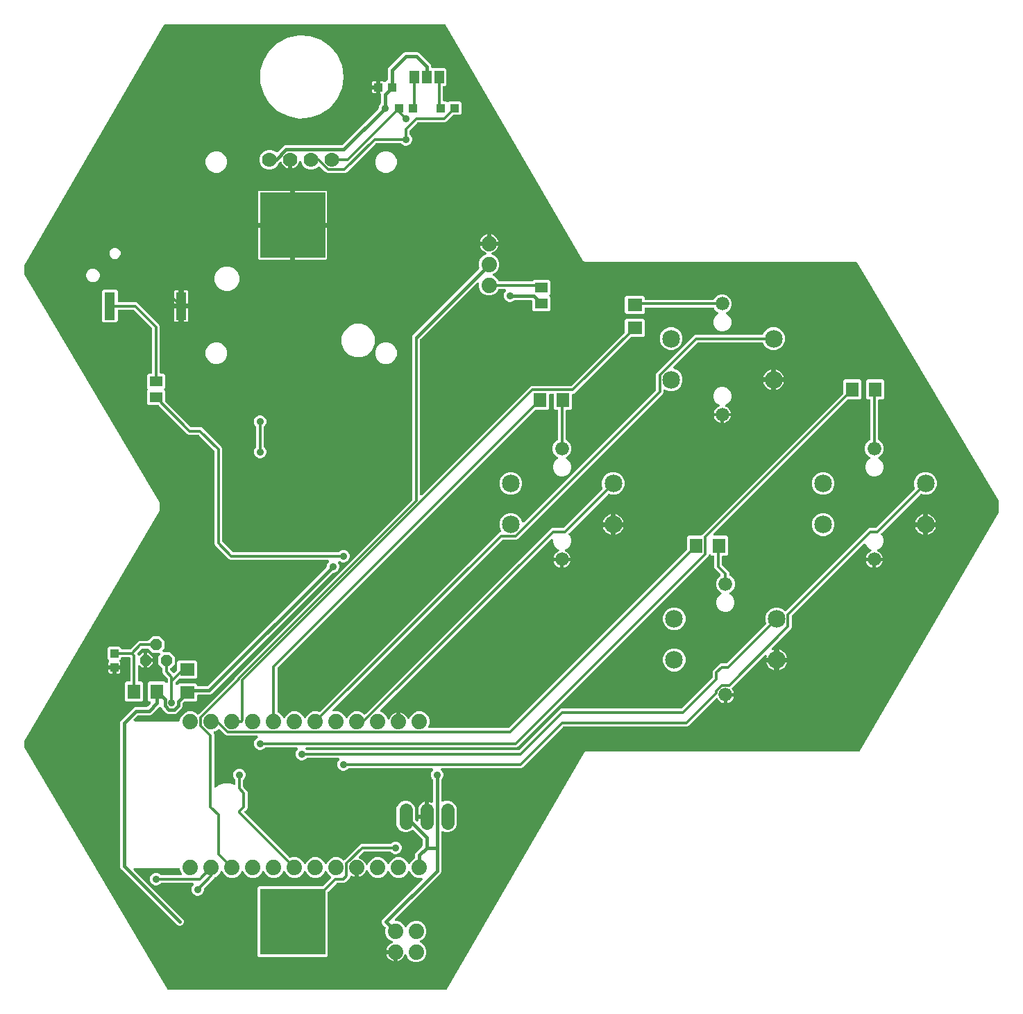
<source format=gbr>
G04 EAGLE Gerber X2 export*
G75*
%MOMM*%
%FSLAX34Y34*%
%LPD*%
%AMOC8*
5,1,8,0,0,1.08239X$1,22.5*%
G01*
%ADD10C,2.159000*%
%ADD11C,1.676400*%
%ADD12R,1.100000X1.000000*%
%ADD13R,1.000000X1.100000*%
%ADD14C,1.879600*%
%ADD15R,1.300000X3.400000*%
%ADD16R,1.600000X1.800000*%
%ADD17R,1.800000X1.600000*%
%ADD18R,1.600000X1.300000*%
%ADD19R,1.168400X1.600200*%
%ADD20P,1.539592X8X22.500000*%
%ADD21C,1.778000*%
%ADD22R,8.000000X8.000000*%
%ADD23C,1.625600*%
%ADD24C,0.906400*%
%ADD25C,0.304800*%
%ADD26C,0.406400*%

G36*
X556709Y29990D02*
X556709Y29990D01*
X556858Y30002D01*
X556882Y30010D01*
X556907Y30013D01*
X557047Y30063D01*
X557189Y30108D01*
X557211Y30122D01*
X557235Y30130D01*
X557360Y30211D01*
X557488Y30288D01*
X557507Y30305D01*
X557528Y30319D01*
X557632Y30426D01*
X557739Y30530D01*
X557756Y30555D01*
X557770Y30570D01*
X557795Y30611D01*
X557878Y30731D01*
X724821Y318174D01*
X724839Y318216D01*
X724911Y318356D01*
X725103Y318820D01*
X725185Y318901D01*
X725231Y318960D01*
X725285Y319013D01*
X725372Y319138D01*
X725401Y319174D01*
X725409Y319191D01*
X725425Y319214D01*
X725483Y319313D01*
X725882Y319618D01*
X725914Y319649D01*
X726035Y319752D01*
X726390Y320107D01*
X726496Y320151D01*
X726562Y320187D01*
X726632Y320215D01*
X726760Y320297D01*
X726801Y320320D01*
X726814Y320332D01*
X726837Y320347D01*
X726929Y320417D01*
X727414Y320545D01*
X727456Y320562D01*
X727607Y320611D01*
X728070Y320803D01*
X728185Y320803D01*
X728260Y320811D01*
X728335Y320810D01*
X728486Y320837D01*
X728532Y320843D01*
X728549Y320849D01*
X728576Y320854D01*
X728687Y320883D01*
X729185Y320816D01*
X729229Y320815D01*
X729387Y320803D01*
X1060754Y320803D01*
X1060901Y320820D01*
X1061050Y320832D01*
X1061075Y320840D01*
X1061101Y320843D01*
X1061240Y320893D01*
X1061382Y320938D01*
X1061404Y320951D01*
X1061429Y320960D01*
X1061554Y321041D01*
X1061681Y321117D01*
X1061699Y321135D01*
X1061721Y321149D01*
X1061825Y321256D01*
X1061931Y321359D01*
X1061949Y321385D01*
X1061964Y321400D01*
X1061988Y321441D01*
X1062071Y321560D01*
X1230931Y611748D01*
X1230972Y611844D01*
X1231023Y611935D01*
X1231042Y612003D01*
X1231070Y612068D01*
X1231089Y612170D01*
X1231118Y612271D01*
X1231125Y612364D01*
X1231134Y612410D01*
X1231132Y612448D01*
X1231137Y612515D01*
X1231137Y625704D01*
X1231124Y625815D01*
X1231121Y625926D01*
X1231105Y625987D01*
X1231097Y626050D01*
X1231060Y626155D01*
X1231031Y626263D01*
X1230995Y626337D01*
X1230980Y626378D01*
X1230957Y626414D01*
X1230923Y626483D01*
X1058292Y916703D01*
X1058207Y916815D01*
X1058126Y916931D01*
X1058101Y916953D01*
X1058081Y916980D01*
X1057972Y917070D01*
X1057867Y917164D01*
X1057838Y917181D01*
X1057812Y917202D01*
X1057686Y917265D01*
X1057562Y917333D01*
X1057530Y917342D01*
X1057500Y917357D01*
X1057363Y917389D01*
X1057227Y917428D01*
X1057186Y917431D01*
X1057161Y917437D01*
X1057111Y917437D01*
X1056983Y917447D01*
X728123Y917447D01*
X728080Y917442D01*
X727918Y917433D01*
X727426Y917366D01*
X727309Y917397D01*
X727236Y917408D01*
X727165Y917428D01*
X727009Y917440D01*
X726964Y917447D01*
X726947Y917445D01*
X726921Y917447D01*
X726800Y917447D01*
X726342Y917637D01*
X726300Y917649D01*
X726147Y917703D01*
X725667Y917829D01*
X725570Y917902D01*
X725507Y917940D01*
X725449Y917986D01*
X725310Y918057D01*
X725271Y918080D01*
X725254Y918085D01*
X725231Y918097D01*
X725120Y918143D01*
X724769Y918494D01*
X724735Y918522D01*
X724614Y918630D01*
X724218Y918930D01*
X724158Y919035D01*
X724113Y919094D01*
X724077Y919158D01*
X723976Y919277D01*
X723949Y919314D01*
X723936Y919325D01*
X723919Y919344D01*
X723833Y919430D01*
X723644Y919888D01*
X723622Y919927D01*
X723552Y920073D01*
X556614Y1206252D01*
X556526Y1206370D01*
X556442Y1206491D01*
X556422Y1206509D01*
X556406Y1206531D01*
X556292Y1206626D01*
X556183Y1206724D01*
X556159Y1206737D01*
X556139Y1206755D01*
X556007Y1206821D01*
X555878Y1206893D01*
X555852Y1206900D01*
X555828Y1206912D01*
X555685Y1206947D01*
X555542Y1206988D01*
X555510Y1206990D01*
X555489Y1206995D01*
X555441Y1206996D01*
X555299Y1207007D01*
X214328Y1207007D01*
X214180Y1206990D01*
X214032Y1206978D01*
X214007Y1206970D01*
X213982Y1206967D01*
X213842Y1206917D01*
X213700Y1206872D01*
X213678Y1206859D01*
X213654Y1206850D01*
X213529Y1206769D01*
X213401Y1206693D01*
X213382Y1206675D01*
X213361Y1206661D01*
X213257Y1206554D01*
X213150Y1206450D01*
X213133Y1206425D01*
X213119Y1206410D01*
X213094Y1206369D01*
X213011Y1206249D01*
X42879Y913523D01*
X42837Y913427D01*
X42787Y913336D01*
X42768Y913268D01*
X42740Y913203D01*
X42721Y913101D01*
X42692Y913001D01*
X42685Y912907D01*
X42676Y912861D01*
X42678Y912823D01*
X42673Y912757D01*
X42673Y903366D01*
X42685Y903258D01*
X42688Y903148D01*
X42705Y903085D01*
X42713Y903020D01*
X42749Y902917D01*
X42777Y902811D01*
X42815Y902734D01*
X42830Y902692D01*
X42852Y902658D01*
X42885Y902592D01*
X206744Y625290D01*
X206786Y625235D01*
X206820Y625174D01*
X206930Y625046D01*
X206955Y625012D01*
X206966Y625004D01*
X206979Y624988D01*
X207077Y624890D01*
X207260Y624448D01*
X207279Y624414D01*
X207356Y624256D01*
X207599Y623843D01*
X207619Y623706D01*
X207636Y623639D01*
X207645Y623570D01*
X207697Y623409D01*
X207707Y623369D01*
X207713Y623357D01*
X207720Y623337D01*
X207773Y623210D01*
X207773Y622730D01*
X207777Y622692D01*
X207788Y622516D01*
X207855Y622042D01*
X207821Y621908D01*
X207811Y621839D01*
X207792Y621773D01*
X207779Y621604D01*
X207773Y621563D01*
X207774Y621549D01*
X207773Y621529D01*
X207773Y616733D01*
X207781Y616662D01*
X207780Y616589D01*
X207808Y616431D01*
X207813Y616387D01*
X207818Y616372D01*
X207822Y616348D01*
X207854Y616226D01*
X207787Y615740D01*
X207786Y615697D01*
X207773Y615532D01*
X207773Y615040D01*
X207724Y614924D01*
X207705Y614854D01*
X207676Y614788D01*
X207641Y614632D01*
X207629Y614589D01*
X207628Y614573D01*
X207623Y614549D01*
X207606Y614424D01*
X207357Y614000D01*
X207340Y613961D01*
X207265Y613814D01*
X207077Y613360D01*
X206987Y613271D01*
X206942Y613214D01*
X206890Y613164D01*
X206798Y613033D01*
X206771Y612998D01*
X206764Y612983D01*
X206750Y612963D01*
X42882Y333126D01*
X42839Y333029D01*
X42787Y332936D01*
X42769Y332870D01*
X42741Y332807D01*
X42721Y332703D01*
X42692Y332600D01*
X42685Y332510D01*
X42677Y332465D01*
X42678Y332425D01*
X42673Y332356D01*
X42673Y326782D01*
X42685Y326674D01*
X42688Y326566D01*
X42705Y326501D01*
X42713Y326436D01*
X42749Y326334D01*
X42777Y326229D01*
X42815Y326150D01*
X42830Y326107D01*
X42852Y326073D01*
X42883Y326009D01*
X216802Y30723D01*
X216889Y30608D01*
X216971Y30489D01*
X216994Y30469D01*
X217012Y30445D01*
X217123Y30352D01*
X217230Y30256D01*
X217256Y30241D01*
X217280Y30222D01*
X217409Y30157D01*
X217535Y30087D01*
X217564Y30079D01*
X217591Y30065D01*
X217731Y30032D01*
X217871Y29992D01*
X217907Y29989D01*
X217930Y29984D01*
X217979Y29984D01*
X218114Y29973D01*
X556561Y29973D01*
X556709Y29990D01*
G37*
%LPC*%
G36*
X518224Y63753D02*
X518224Y63753D01*
X513649Y65648D01*
X510148Y69149D01*
X508859Y72262D01*
X508781Y72402D01*
X508706Y72543D01*
X508697Y72554D01*
X508690Y72567D01*
X508582Y72685D01*
X508477Y72805D01*
X508465Y72814D01*
X508456Y72825D01*
X508324Y72916D01*
X508194Y73009D01*
X508181Y73015D01*
X508169Y73023D01*
X508020Y73082D01*
X507872Y73143D01*
X507858Y73145D01*
X507845Y73151D01*
X507686Y73174D01*
X507529Y73200D01*
X507514Y73199D01*
X507500Y73202D01*
X507341Y73188D01*
X507181Y73178D01*
X507167Y73174D01*
X507153Y73173D01*
X507001Y73124D01*
X506847Y73077D01*
X506835Y73070D01*
X506821Y73066D01*
X506684Y72983D01*
X506545Y72903D01*
X506535Y72893D01*
X506522Y72886D01*
X506408Y72775D01*
X506291Y72665D01*
X506283Y72653D01*
X506272Y72643D01*
X506186Y72508D01*
X506097Y72376D01*
X506090Y72360D01*
X506084Y72350D01*
X506071Y72313D01*
X506003Y72150D01*
X505893Y71812D01*
X505076Y70209D01*
X504019Y68753D01*
X502747Y67481D01*
X501291Y66424D01*
X499688Y65607D01*
X497977Y65051D01*
X497839Y65029D01*
X497839Y75184D01*
X497836Y75210D01*
X497838Y75236D01*
X497816Y75383D01*
X497799Y75530D01*
X497791Y75555D01*
X497787Y75581D01*
X497732Y75718D01*
X497682Y75858D01*
X497668Y75880D01*
X497658Y75905D01*
X497573Y76026D01*
X497493Y76151D01*
X497474Y76169D01*
X497459Y76191D01*
X497349Y76290D01*
X497242Y76393D01*
X497220Y76407D01*
X497200Y76424D01*
X497070Y76496D01*
X496943Y76572D01*
X496918Y76580D01*
X496895Y76593D01*
X496752Y76633D01*
X496611Y76678D01*
X496585Y76680D01*
X496560Y76687D01*
X496316Y76707D01*
X495807Y76707D01*
X495807Y77216D01*
X495805Y77233D01*
X495806Y77246D01*
X495805Y77254D01*
X495806Y77268D01*
X495784Y77415D01*
X495767Y77562D01*
X495758Y77587D01*
X495754Y77613D01*
X495700Y77751D01*
X495650Y77890D01*
X495635Y77912D01*
X495626Y77937D01*
X495541Y78058D01*
X495461Y78183D01*
X495442Y78201D01*
X495427Y78223D01*
X495317Y78322D01*
X495210Y78425D01*
X495187Y78439D01*
X495168Y78456D01*
X495038Y78528D01*
X494911Y78604D01*
X494886Y78612D01*
X494863Y78625D01*
X494720Y78665D01*
X494579Y78710D01*
X494553Y78712D01*
X494528Y78720D01*
X494284Y78739D01*
X484129Y78739D01*
X484151Y78877D01*
X484707Y80588D01*
X485524Y82191D01*
X486581Y83647D01*
X487853Y84919D01*
X489309Y85976D01*
X490912Y86793D01*
X491250Y86903D01*
X491394Y86969D01*
X491542Y87033D01*
X491554Y87042D01*
X491567Y87048D01*
X491693Y87146D01*
X491822Y87241D01*
X491831Y87252D01*
X491842Y87261D01*
X491943Y87385D01*
X492047Y87507D01*
X492053Y87520D01*
X492062Y87531D01*
X492133Y87676D01*
X492205Y87817D01*
X492209Y87831D01*
X492215Y87844D01*
X492251Y88002D01*
X492290Y88156D01*
X492290Y88170D01*
X492293Y88184D01*
X492292Y88344D01*
X492295Y88504D01*
X492292Y88518D01*
X492291Y88533D01*
X492254Y88688D01*
X492220Y88845D01*
X492214Y88858D01*
X492211Y88872D01*
X492139Y89016D01*
X492071Y89159D01*
X492062Y89170D01*
X492055Y89184D01*
X491953Y89307D01*
X491853Y89432D01*
X491842Y89441D01*
X491833Y89452D01*
X491705Y89549D01*
X491580Y89648D01*
X491564Y89655D01*
X491555Y89663D01*
X491520Y89678D01*
X491362Y89759D01*
X488249Y91048D01*
X484748Y94549D01*
X482853Y99124D01*
X482853Y104076D01*
X483280Y105105D01*
X483301Y105179D01*
X483331Y105249D01*
X483348Y105346D01*
X483375Y105440D01*
X483379Y105517D01*
X483393Y105592D01*
X483388Y105690D01*
X483392Y105788D01*
X483379Y105864D01*
X483375Y105940D01*
X483347Y106035D01*
X483330Y106131D01*
X483299Y106201D01*
X483278Y106275D01*
X483230Y106361D01*
X483191Y106451D01*
X483145Y106512D01*
X483108Y106579D01*
X483011Y106693D01*
X482983Y106731D01*
X482968Y106743D01*
X482949Y106765D01*
X481336Y108379D01*
X479693Y110022D01*
X478919Y111889D01*
X478919Y113911D01*
X479693Y115778D01*
X527938Y164023D01*
X528000Y164101D01*
X528070Y164174D01*
X528108Y164238D01*
X528154Y164296D01*
X528197Y164387D01*
X528249Y164473D01*
X528271Y164544D01*
X528303Y164611D01*
X528324Y164709D01*
X528355Y164805D01*
X528361Y164879D01*
X528377Y164952D01*
X528375Y165052D01*
X528383Y165152D01*
X528372Y165226D01*
X528371Y165300D01*
X528346Y165397D01*
X528331Y165497D01*
X528304Y165566D01*
X528286Y165638D01*
X528240Y165728D01*
X528203Y165821D01*
X528160Y165882D01*
X528126Y165948D01*
X528061Y166025D01*
X528004Y166107D01*
X527948Y166157D01*
X527900Y166213D01*
X527819Y166273D01*
X527745Y166340D01*
X527680Y166376D01*
X527620Y166421D01*
X527528Y166460D01*
X527440Y166509D01*
X527368Y166529D01*
X527300Y166559D01*
X527201Y166576D01*
X527104Y166604D01*
X527004Y166612D01*
X526957Y166620D01*
X526921Y166618D01*
X526861Y166623D01*
X522034Y166623D01*
X517459Y168518D01*
X513958Y172019D01*
X513217Y173808D01*
X513184Y173868D01*
X513180Y173879D01*
X513171Y173892D01*
X513169Y173896D01*
X513128Y173988D01*
X513084Y174048D01*
X513048Y174113D01*
X512981Y174187D01*
X512921Y174268D01*
X512864Y174316D01*
X512814Y174371D01*
X512731Y174428D01*
X512655Y174493D01*
X512588Y174527D01*
X512527Y174569D01*
X512434Y174606D01*
X512344Y174652D01*
X512272Y174670D01*
X512203Y174697D01*
X512104Y174712D01*
X512006Y174736D01*
X511932Y174737D01*
X511858Y174748D01*
X511758Y174739D01*
X511658Y174741D01*
X511585Y174725D01*
X511511Y174719D01*
X511415Y174688D01*
X511317Y174667D01*
X511250Y174635D01*
X511179Y174612D01*
X511093Y174560D01*
X511002Y174517D01*
X510944Y174470D01*
X510881Y174432D01*
X510809Y174362D01*
X510730Y174299D01*
X510684Y174241D01*
X510631Y174189D01*
X510576Y174105D01*
X510514Y174026D01*
X510468Y173936D01*
X510442Y173896D01*
X510430Y173862D01*
X510403Y173808D01*
X509662Y172019D01*
X506161Y168518D01*
X501586Y166623D01*
X496634Y166623D01*
X492059Y168518D01*
X488558Y172019D01*
X487817Y173808D01*
X487784Y173868D01*
X487780Y173879D01*
X487771Y173892D01*
X487769Y173896D01*
X487728Y173988D01*
X487684Y174048D01*
X487648Y174113D01*
X487581Y174187D01*
X487521Y174268D01*
X487464Y174316D01*
X487414Y174371D01*
X487331Y174428D01*
X487255Y174493D01*
X487188Y174527D01*
X487127Y174569D01*
X487034Y174606D01*
X486944Y174652D01*
X486872Y174670D01*
X486803Y174697D01*
X486704Y174712D01*
X486606Y174736D01*
X486532Y174737D01*
X486458Y174748D01*
X486358Y174739D01*
X486258Y174741D01*
X486185Y174725D01*
X486111Y174719D01*
X486015Y174688D01*
X485917Y174667D01*
X485850Y174635D01*
X485779Y174612D01*
X485693Y174560D01*
X485602Y174517D01*
X485544Y174470D01*
X485481Y174432D01*
X485409Y174362D01*
X485330Y174299D01*
X485284Y174241D01*
X485231Y174189D01*
X485176Y174105D01*
X485114Y174026D01*
X485068Y173936D01*
X485042Y173896D01*
X485030Y173862D01*
X485003Y173808D01*
X484262Y172019D01*
X480761Y168518D01*
X476186Y166623D01*
X471234Y166623D01*
X466659Y168518D01*
X463158Y172019D01*
X461869Y175132D01*
X461791Y175272D01*
X461716Y175413D01*
X461707Y175424D01*
X461700Y175437D01*
X461593Y175555D01*
X461487Y175675D01*
X461475Y175684D01*
X461466Y175695D01*
X461334Y175786D01*
X461204Y175879D01*
X461191Y175885D01*
X461179Y175893D01*
X461030Y175952D01*
X460882Y176013D01*
X460868Y176015D01*
X460855Y176021D01*
X460697Y176044D01*
X460539Y176070D01*
X460524Y176069D01*
X460510Y176072D01*
X460350Y176058D01*
X460191Y176048D01*
X460177Y176044D01*
X460163Y176043D01*
X460010Y175993D01*
X459857Y175947D01*
X459845Y175940D01*
X459831Y175936D01*
X459693Y175853D01*
X459555Y175773D01*
X459545Y175763D01*
X459532Y175756D01*
X459417Y175644D01*
X459301Y175535D01*
X459293Y175523D01*
X459282Y175513D01*
X459196Y175379D01*
X459107Y175246D01*
X459100Y175230D01*
X459094Y175220D01*
X459081Y175183D01*
X459013Y175020D01*
X458903Y174682D01*
X458086Y173079D01*
X457029Y171623D01*
X455757Y170351D01*
X454301Y169294D01*
X452698Y168477D01*
X450987Y167921D01*
X450849Y167899D01*
X450849Y178054D01*
X450846Y178080D01*
X450848Y178106D01*
X450826Y178253D01*
X450809Y178400D01*
X450801Y178425D01*
X450797Y178451D01*
X450742Y178588D01*
X450692Y178728D01*
X450678Y178750D01*
X450668Y178775D01*
X450583Y178896D01*
X450503Y179021D01*
X450484Y179039D01*
X450469Y179061D01*
X450359Y179160D01*
X450252Y179263D01*
X450230Y179277D01*
X450210Y179294D01*
X450080Y179366D01*
X449953Y179442D01*
X449928Y179450D01*
X449905Y179463D01*
X449762Y179503D01*
X449621Y179548D01*
X449595Y179550D01*
X449570Y179557D01*
X449326Y179577D01*
X447294Y179577D01*
X447268Y179574D01*
X447242Y179576D01*
X447095Y179554D01*
X446948Y179537D01*
X446923Y179528D01*
X446897Y179524D01*
X446759Y179470D01*
X446620Y179420D01*
X446598Y179405D01*
X446573Y179396D01*
X446452Y179311D01*
X446327Y179231D01*
X446309Y179212D01*
X446287Y179197D01*
X446188Y179087D01*
X446085Y178980D01*
X446071Y178957D01*
X446054Y178938D01*
X445982Y178808D01*
X445906Y178681D01*
X445898Y178656D01*
X445885Y178633D01*
X445845Y178490D01*
X445800Y178349D01*
X445797Y178323D01*
X445790Y178298D01*
X445771Y178054D01*
X445771Y167899D01*
X445633Y167921D01*
X443922Y168477D01*
X442588Y169156D01*
X442508Y169186D01*
X442431Y169226D01*
X442345Y169247D01*
X442262Y169278D01*
X442176Y169289D01*
X442093Y169310D01*
X442004Y169311D01*
X441916Y169322D01*
X441831Y169313D01*
X441745Y169315D01*
X441658Y169296D01*
X441569Y169287D01*
X441488Y169259D01*
X441404Y169240D01*
X441324Y169202D01*
X441240Y169173D01*
X441167Y169128D01*
X441089Y169091D01*
X441020Y169035D01*
X440945Y168988D01*
X440884Y168927D01*
X440817Y168873D01*
X440762Y168804D01*
X440699Y168741D01*
X440654Y168667D01*
X440601Y168600D01*
X440543Y168486D01*
X440517Y168444D01*
X440508Y168419D01*
X440490Y168382D01*
X439741Y166574D01*
X434390Y161223D01*
X432710Y160527D01*
X424625Y160527D01*
X424499Y160513D01*
X424373Y160506D01*
X424327Y160493D01*
X424279Y160487D01*
X424160Y160445D01*
X424038Y160410D01*
X423996Y160386D01*
X423951Y160370D01*
X423844Y160301D01*
X423734Y160240D01*
X423688Y160200D01*
X423658Y160181D01*
X423624Y160146D01*
X423548Y160081D01*
X413395Y149928D01*
X413316Y149829D01*
X413232Y149735D01*
X413208Y149693D01*
X413178Y149655D01*
X413124Y149541D01*
X413063Y149430D01*
X413050Y149384D01*
X413029Y149340D01*
X413003Y149217D01*
X412968Y149095D01*
X412963Y149034D01*
X412956Y148999D01*
X412957Y148951D01*
X412949Y148851D01*
X412949Y71637D01*
X411163Y69851D01*
X328637Y69851D01*
X326851Y71637D01*
X326851Y154163D01*
X328637Y155949D01*
X405851Y155949D01*
X405977Y155963D01*
X406103Y155970D01*
X406149Y155983D01*
X406197Y155989D01*
X406316Y156031D01*
X406438Y156066D01*
X406480Y156090D01*
X406525Y156106D01*
X406632Y156175D01*
X406742Y156236D01*
X406788Y156276D01*
X406818Y156295D01*
X406852Y156330D01*
X406928Y156395D01*
X416504Y165971D01*
X416598Y166089D01*
X416695Y166204D01*
X416706Y166225D01*
X416721Y166244D01*
X416785Y166380D01*
X416854Y166514D01*
X416860Y166538D01*
X416870Y166559D01*
X416902Y166706D01*
X416938Y166852D01*
X416938Y166877D01*
X416943Y166900D01*
X416941Y167051D01*
X416943Y167201D01*
X416938Y167224D01*
X416937Y167249D01*
X416901Y167394D01*
X416869Y167541D01*
X416858Y167563D01*
X416852Y167587D01*
X416783Y167720D01*
X416719Y167856D01*
X416704Y167875D01*
X416693Y167896D01*
X416595Y168011D01*
X416502Y168128D01*
X416483Y168143D01*
X416467Y168162D01*
X416346Y168251D01*
X416228Y168344D01*
X416202Y168358D01*
X416187Y168369D01*
X416143Y168388D01*
X416010Y168456D01*
X415859Y168518D01*
X412358Y172019D01*
X411617Y173808D01*
X411584Y173868D01*
X411580Y173879D01*
X411571Y173892D01*
X411569Y173896D01*
X411528Y173988D01*
X411484Y174048D01*
X411448Y174113D01*
X411381Y174187D01*
X411321Y174268D01*
X411264Y174316D01*
X411214Y174371D01*
X411131Y174428D01*
X411055Y174493D01*
X410988Y174527D01*
X410927Y174569D01*
X410834Y174606D01*
X410744Y174652D01*
X410672Y174670D01*
X410603Y174697D01*
X410504Y174712D01*
X410406Y174736D01*
X410332Y174737D01*
X410258Y174748D01*
X410158Y174739D01*
X410058Y174741D01*
X409985Y174725D01*
X409911Y174719D01*
X409815Y174688D01*
X409717Y174667D01*
X409650Y174635D01*
X409579Y174612D01*
X409493Y174560D01*
X409402Y174517D01*
X409344Y174470D01*
X409281Y174432D01*
X409209Y174362D01*
X409130Y174299D01*
X409084Y174241D01*
X409031Y174189D01*
X408976Y174105D01*
X408914Y174026D01*
X408868Y173936D01*
X408842Y173896D01*
X408830Y173862D01*
X408803Y173808D01*
X408062Y172019D01*
X404561Y168518D01*
X399986Y166623D01*
X395034Y166623D01*
X390459Y168518D01*
X386958Y172019D01*
X386217Y173808D01*
X386184Y173868D01*
X386180Y173879D01*
X386171Y173892D01*
X386169Y173896D01*
X386128Y173988D01*
X386084Y174048D01*
X386048Y174113D01*
X385981Y174187D01*
X385921Y174268D01*
X385864Y174316D01*
X385814Y174371D01*
X385731Y174428D01*
X385655Y174493D01*
X385588Y174527D01*
X385527Y174569D01*
X385434Y174606D01*
X385344Y174652D01*
X385272Y174670D01*
X385203Y174697D01*
X385104Y174712D01*
X385006Y174736D01*
X384932Y174737D01*
X384858Y174748D01*
X384758Y174739D01*
X384658Y174741D01*
X384585Y174725D01*
X384511Y174719D01*
X384415Y174688D01*
X384317Y174667D01*
X384250Y174635D01*
X384179Y174612D01*
X384093Y174560D01*
X384002Y174517D01*
X383944Y174470D01*
X383881Y174432D01*
X383809Y174362D01*
X383730Y174299D01*
X383684Y174241D01*
X383631Y174189D01*
X383576Y174105D01*
X383514Y174026D01*
X383468Y173936D01*
X383442Y173896D01*
X383430Y173862D01*
X383403Y173808D01*
X382662Y172019D01*
X379161Y168518D01*
X374586Y166623D01*
X369634Y166623D01*
X365059Y168518D01*
X361558Y172019D01*
X360817Y173808D01*
X360784Y173868D01*
X360780Y173879D01*
X360771Y173892D01*
X360769Y173896D01*
X360728Y173988D01*
X360684Y174048D01*
X360648Y174113D01*
X360581Y174187D01*
X360521Y174268D01*
X360464Y174316D01*
X360414Y174371D01*
X360331Y174428D01*
X360255Y174493D01*
X360188Y174527D01*
X360127Y174569D01*
X360034Y174606D01*
X359944Y174652D01*
X359872Y174670D01*
X359803Y174697D01*
X359704Y174712D01*
X359606Y174736D01*
X359532Y174737D01*
X359458Y174748D01*
X359358Y174739D01*
X359258Y174741D01*
X359185Y174725D01*
X359111Y174719D01*
X359015Y174688D01*
X358917Y174667D01*
X358850Y174635D01*
X358779Y174612D01*
X358693Y174560D01*
X358602Y174517D01*
X358544Y174470D01*
X358481Y174432D01*
X358409Y174362D01*
X358330Y174299D01*
X358284Y174241D01*
X358231Y174189D01*
X358176Y174105D01*
X358114Y174026D01*
X358068Y173936D01*
X358042Y173896D01*
X358030Y173862D01*
X358003Y173808D01*
X357262Y172019D01*
X353761Y168518D01*
X349186Y166623D01*
X344234Y166623D01*
X339659Y168518D01*
X336158Y172019D01*
X335417Y173808D01*
X335384Y173868D01*
X335380Y173879D01*
X335371Y173892D01*
X335369Y173896D01*
X335328Y173988D01*
X335284Y174048D01*
X335248Y174113D01*
X335181Y174187D01*
X335121Y174268D01*
X335064Y174316D01*
X335014Y174371D01*
X334931Y174428D01*
X334855Y174493D01*
X334788Y174527D01*
X334727Y174569D01*
X334634Y174606D01*
X334544Y174652D01*
X334472Y174670D01*
X334403Y174697D01*
X334304Y174712D01*
X334206Y174736D01*
X334132Y174737D01*
X334058Y174748D01*
X333958Y174739D01*
X333858Y174741D01*
X333785Y174725D01*
X333711Y174719D01*
X333615Y174688D01*
X333517Y174667D01*
X333450Y174635D01*
X333379Y174612D01*
X333293Y174560D01*
X333202Y174517D01*
X333144Y174470D01*
X333081Y174432D01*
X333009Y174362D01*
X332930Y174299D01*
X332884Y174241D01*
X332831Y174189D01*
X332776Y174105D01*
X332714Y174026D01*
X332668Y173936D01*
X332642Y173896D01*
X332630Y173862D01*
X332603Y173808D01*
X331862Y172019D01*
X328361Y168518D01*
X323786Y166623D01*
X318834Y166623D01*
X314259Y168518D01*
X310758Y172019D01*
X310017Y173808D01*
X309984Y173868D01*
X309980Y173879D01*
X309971Y173892D01*
X309969Y173896D01*
X309928Y173988D01*
X309884Y174048D01*
X309848Y174113D01*
X309781Y174187D01*
X309721Y174268D01*
X309664Y174316D01*
X309614Y174371D01*
X309531Y174428D01*
X309455Y174493D01*
X309388Y174527D01*
X309327Y174569D01*
X309234Y174606D01*
X309144Y174652D01*
X309072Y174670D01*
X309003Y174697D01*
X308904Y174712D01*
X308806Y174736D01*
X308732Y174737D01*
X308658Y174748D01*
X308558Y174739D01*
X308458Y174741D01*
X308385Y174725D01*
X308311Y174719D01*
X308215Y174688D01*
X308117Y174667D01*
X308050Y174635D01*
X307979Y174612D01*
X307893Y174560D01*
X307802Y174517D01*
X307744Y174470D01*
X307681Y174432D01*
X307609Y174362D01*
X307530Y174299D01*
X307484Y174241D01*
X307431Y174189D01*
X307376Y174105D01*
X307314Y174026D01*
X307268Y173936D01*
X307242Y173896D01*
X307230Y173862D01*
X307203Y173808D01*
X306462Y172019D01*
X302961Y168518D01*
X298386Y166623D01*
X293434Y166623D01*
X288859Y168518D01*
X285358Y172019D01*
X284617Y173808D01*
X284584Y173868D01*
X284580Y173879D01*
X284571Y173892D01*
X284569Y173896D01*
X284528Y173988D01*
X284484Y174048D01*
X284448Y174113D01*
X284381Y174187D01*
X284321Y174268D01*
X284264Y174316D01*
X284214Y174371D01*
X284131Y174428D01*
X284055Y174493D01*
X283988Y174527D01*
X283927Y174569D01*
X283834Y174606D01*
X283744Y174652D01*
X283672Y174670D01*
X283603Y174697D01*
X283504Y174712D01*
X283406Y174736D01*
X283332Y174737D01*
X283258Y174748D01*
X283158Y174739D01*
X283058Y174741D01*
X282985Y174725D01*
X282911Y174719D01*
X282815Y174688D01*
X282717Y174667D01*
X282650Y174635D01*
X282579Y174612D01*
X282493Y174560D01*
X282402Y174517D01*
X282344Y174470D01*
X282281Y174432D01*
X282209Y174362D01*
X282130Y174299D01*
X282084Y174241D01*
X282031Y174189D01*
X281976Y174105D01*
X281914Y174026D01*
X281868Y173936D01*
X281842Y173896D01*
X281830Y173862D01*
X281803Y173808D01*
X281062Y172019D01*
X277561Y168518D01*
X275411Y167628D01*
X275301Y167567D01*
X275187Y167512D01*
X275149Y167482D01*
X275107Y167459D01*
X275013Y167374D01*
X274914Y167295D01*
X274884Y167257D01*
X274849Y167225D01*
X274777Y167120D01*
X274698Y167021D01*
X274671Y166967D01*
X274650Y166938D01*
X274633Y166893D01*
X274587Y166804D01*
X274387Y166320D01*
X262027Y153960D01*
X261948Y153861D01*
X261864Y153767D01*
X261840Y153725D01*
X261810Y153687D01*
X261756Y153573D01*
X261695Y153462D01*
X261682Y153416D01*
X261661Y153372D01*
X261635Y153249D01*
X261600Y153127D01*
X261595Y153066D01*
X261588Y153031D01*
X261589Y152983D01*
X261581Y152883D01*
X261581Y150892D01*
X260427Y148106D01*
X258294Y145973D01*
X255508Y144819D01*
X252492Y144819D01*
X249706Y145973D01*
X247573Y148106D01*
X246419Y150892D01*
X246419Y153908D01*
X247573Y156694D01*
X248806Y157927D01*
X248869Y158006D01*
X248938Y158078D01*
X248977Y158142D01*
X249023Y158200D01*
X249066Y158291D01*
X249117Y158377D01*
X249140Y158448D01*
X249172Y158515D01*
X249193Y158613D01*
X249223Y158709D01*
X249229Y158783D01*
X249245Y158856D01*
X249243Y158956D01*
X249251Y159056D01*
X249240Y159130D01*
X249239Y159204D01*
X249215Y159301D01*
X249200Y159401D01*
X249172Y159470D01*
X249154Y159542D01*
X249108Y159631D01*
X249071Y159725D01*
X249029Y159786D01*
X248994Y159852D01*
X248929Y159928D01*
X248872Y160011D01*
X248817Y160061D01*
X248769Y160117D01*
X248688Y160177D01*
X248613Y160244D01*
X248548Y160280D01*
X248488Y160325D01*
X248396Y160364D01*
X248308Y160413D01*
X248237Y160433D01*
X248168Y160463D01*
X248070Y160480D01*
X247973Y160508D01*
X247873Y160516D01*
X247825Y160524D01*
X247790Y160522D01*
X247729Y160527D01*
X209979Y160527D01*
X209853Y160513D01*
X209727Y160506D01*
X209681Y160493D01*
X209633Y160487D01*
X209514Y160445D01*
X209392Y160410D01*
X209350Y160386D01*
X209305Y160370D01*
X209198Y160301D01*
X209088Y160240D01*
X209042Y160200D01*
X209012Y160181D01*
X208978Y160146D01*
X208902Y160081D01*
X207494Y158673D01*
X204708Y157519D01*
X201692Y157519D01*
X198906Y158673D01*
X196773Y160806D01*
X195619Y163592D01*
X195619Y166608D01*
X196773Y169394D01*
X198906Y171527D01*
X201692Y172681D01*
X204708Y172681D01*
X207494Y171527D01*
X208902Y170119D01*
X209001Y170040D01*
X209095Y169956D01*
X209137Y169932D01*
X209175Y169902D01*
X209289Y169848D01*
X209400Y169787D01*
X209446Y169774D01*
X209490Y169753D01*
X209613Y169727D01*
X209735Y169692D01*
X209796Y169687D01*
X209831Y169680D01*
X209879Y169681D01*
X209979Y169673D01*
X233251Y169673D01*
X233399Y169690D01*
X233550Y169702D01*
X233573Y169710D01*
X233597Y169713D01*
X233738Y169763D01*
X233881Y169809D01*
X233902Y169822D01*
X233925Y169830D01*
X234051Y169912D01*
X234180Y169989D01*
X234197Y170006D01*
X234218Y170019D01*
X234322Y170127D01*
X234430Y170232D01*
X234443Y170252D01*
X234460Y170270D01*
X234537Y170399D01*
X234618Y170525D01*
X234626Y170548D01*
X234639Y170569D01*
X234684Y170712D01*
X234735Y170854D01*
X234738Y170878D01*
X234745Y170901D01*
X234757Y171050D01*
X234774Y171200D01*
X234771Y171224D01*
X234773Y171248D01*
X234751Y171397D01*
X234733Y171546D01*
X234724Y171574D01*
X234721Y171593D01*
X234704Y171637D01*
X234658Y171779D01*
X232663Y176594D01*
X232663Y177038D01*
X232660Y177064D01*
X232662Y177090D01*
X232640Y177237D01*
X232623Y177384D01*
X232615Y177409D01*
X232611Y177435D01*
X232556Y177573D01*
X232506Y177712D01*
X232492Y177734D01*
X232482Y177759D01*
X232397Y177880D01*
X232317Y178005D01*
X232298Y178023D01*
X232283Y178045D01*
X232173Y178144D01*
X232066Y178247D01*
X232044Y178261D01*
X232024Y178278D01*
X231894Y178350D01*
X231767Y178426D01*
X231742Y178434D01*
X231719Y178447D01*
X231576Y178487D01*
X231435Y178532D01*
X231409Y178534D01*
X231384Y178542D01*
X231140Y178561D01*
X177408Y178561D01*
X177308Y178550D01*
X177208Y178548D01*
X177135Y178530D01*
X177061Y178521D01*
X176967Y178488D01*
X176870Y178463D01*
X176803Y178429D01*
X176733Y178404D01*
X176649Y178349D01*
X176560Y178303D01*
X176503Y178255D01*
X176441Y178215D01*
X176371Y178143D01*
X176294Y178078D01*
X176250Y178018D01*
X176198Y177964D01*
X176147Y177878D01*
X176087Y177797D01*
X176058Y177729D01*
X176020Y177665D01*
X175989Y177569D01*
X175949Y177477D01*
X175936Y177404D01*
X175913Y177333D01*
X175905Y177233D01*
X175887Y177134D01*
X175891Y177060D01*
X175885Y176986D01*
X175900Y176886D01*
X175905Y176786D01*
X175926Y176715D01*
X175937Y176641D01*
X175974Y176548D01*
X176002Y176451D01*
X176038Y176386D01*
X176066Y176317D01*
X176123Y176235D01*
X176172Y176147D01*
X176237Y176071D01*
X176265Y176031D01*
X176291Y176007D01*
X176331Y175961D01*
X236514Y115778D01*
X237287Y113911D01*
X237287Y111889D01*
X236514Y110022D01*
X235084Y108593D01*
X233217Y107819D01*
X231196Y107819D01*
X229328Y108593D01*
X160031Y177890D01*
X159257Y179758D01*
X159257Y356182D01*
X160031Y358050D01*
X176112Y374131D01*
X177980Y374905D01*
X191889Y374905D01*
X192014Y374919D01*
X192140Y374926D01*
X192187Y374939D01*
X192235Y374945D01*
X192354Y374987D01*
X192475Y375022D01*
X192517Y375046D01*
X192563Y375062D01*
X192669Y375131D01*
X192779Y375192D01*
X192826Y375232D01*
X192856Y375251D01*
X192889Y375286D01*
X192966Y375351D01*
X196666Y379051D01*
X196728Y379129D01*
X196798Y379202D01*
X196836Y379266D01*
X196882Y379324D01*
X196925Y379415D01*
X196977Y379501D01*
X196999Y379572D01*
X197031Y379639D01*
X197052Y379737D01*
X197083Y379833D01*
X197089Y379907D01*
X197105Y379980D01*
X197103Y380080D01*
X197111Y380180D01*
X197100Y380254D01*
X197099Y380328D01*
X197074Y380425D01*
X197059Y380525D01*
X197032Y380594D01*
X197014Y380666D01*
X196968Y380756D01*
X196931Y380849D01*
X196888Y380910D01*
X196854Y380976D01*
X196789Y381052D01*
X196732Y381135D01*
X196676Y381185D01*
X196628Y381241D01*
X196547Y381301D01*
X196473Y381368D01*
X196408Y381404D01*
X196348Y381449D01*
X196256Y381488D01*
X196168Y381537D01*
X196096Y381557D01*
X196028Y381587D01*
X195929Y381604D01*
X195832Y381632D01*
X195732Y381640D01*
X195685Y381648D01*
X195649Y381646D01*
X195589Y381651D01*
X195237Y381651D01*
X193451Y383437D01*
X193451Y403963D01*
X195237Y405749D01*
X213763Y405749D01*
X215077Y404435D01*
X215156Y404372D01*
X215228Y404302D01*
X215292Y404264D01*
X215350Y404218D01*
X215441Y404175D01*
X215527Y404124D01*
X215598Y404101D01*
X215665Y404069D01*
X215763Y404048D01*
X215859Y404017D01*
X215933Y404011D01*
X216006Y403996D01*
X216106Y403997D01*
X216206Y403989D01*
X216280Y404000D01*
X216354Y404002D01*
X216451Y404026D01*
X216551Y404041D01*
X216620Y404069D01*
X216692Y404087D01*
X216781Y404133D01*
X216875Y404170D01*
X216936Y404212D01*
X217002Y404246D01*
X217078Y404311D01*
X217161Y404369D01*
X217211Y404424D01*
X217267Y404472D01*
X217327Y404553D01*
X217394Y404628D01*
X217430Y404693D01*
X217475Y404752D01*
X217514Y404845D01*
X217563Y404933D01*
X217583Y405004D01*
X217613Y405072D01*
X217630Y405171D01*
X217658Y405268D01*
X217666Y405368D01*
X217674Y405415D01*
X217672Y405451D01*
X217677Y405512D01*
X217677Y408925D01*
X217663Y409051D01*
X217656Y409177D01*
X217643Y409223D01*
X217637Y409271D01*
X217595Y409390D01*
X217560Y409512D01*
X217536Y409554D01*
X217520Y409599D01*
X217451Y409706D01*
X217390Y409816D01*
X217350Y409862D01*
X217331Y409892D01*
X217296Y409926D01*
X217231Y410002D01*
X213524Y413709D01*
X212023Y415210D01*
X211327Y416890D01*
X211327Y421372D01*
X211313Y421498D01*
X211306Y421624D01*
X211293Y421671D01*
X211287Y421719D01*
X211245Y421837D01*
X211210Y421959D01*
X211186Y422001D01*
X211170Y422047D01*
X211101Y422153D01*
X211040Y422263D01*
X211000Y422309D01*
X210981Y422339D01*
X210946Y422373D01*
X210881Y422449D01*
X205739Y427591D01*
X205739Y436009D01*
X207819Y438089D01*
X207882Y438167D01*
X207952Y438240D01*
X207990Y438304D01*
X208036Y438362D01*
X208079Y438453D01*
X208131Y438539D01*
X208153Y438610D01*
X208185Y438677D01*
X208206Y438775D01*
X208237Y438871D01*
X208243Y438945D01*
X208258Y439018D01*
X208257Y439118D01*
X208265Y439218D01*
X208254Y439292D01*
X208252Y439366D01*
X208228Y439463D01*
X208213Y439563D01*
X208186Y439632D01*
X208167Y439704D01*
X208121Y439793D01*
X208084Y439887D01*
X208042Y439948D01*
X208008Y440014D01*
X207943Y440090D01*
X207885Y440173D01*
X207830Y440223D01*
X207782Y440279D01*
X207701Y440339D01*
X207627Y440406D01*
X207562Y440442D01*
X207502Y440487D01*
X207409Y440526D01*
X207322Y440575D01*
X207250Y440595D01*
X207182Y440625D01*
X207083Y440642D01*
X206986Y440670D01*
X206886Y440678D01*
X206839Y440686D01*
X206803Y440684D01*
X206742Y440689D01*
X198991Y440689D01*
X193849Y445831D01*
X193750Y445910D01*
X193657Y445994D01*
X193614Y446018D01*
X193576Y446048D01*
X193462Y446102D01*
X193352Y446163D01*
X193305Y446176D01*
X193261Y446197D01*
X193138Y446223D01*
X193016Y446258D01*
X192955Y446263D01*
X192921Y446270D01*
X192873Y446269D01*
X192772Y446277D01*
X186675Y446277D01*
X186549Y446263D01*
X186423Y446256D01*
X186377Y446243D01*
X186329Y446237D01*
X186210Y446195D01*
X186088Y446160D01*
X186046Y446136D01*
X186001Y446120D01*
X185894Y446051D01*
X185784Y445990D01*
X185738Y445950D01*
X185708Y445931D01*
X185674Y445896D01*
X185598Y445831D01*
X180915Y441148D01*
X180867Y441088D01*
X180812Y441035D01*
X180759Y440952D01*
X180698Y440875D01*
X180666Y440806D01*
X180624Y440742D01*
X180591Y440649D01*
X180549Y440560D01*
X180533Y440485D01*
X180508Y440413D01*
X180497Y440315D01*
X180476Y440219D01*
X180477Y440143D01*
X180469Y440067D01*
X180480Y439969D01*
X180482Y439871D01*
X180501Y439797D01*
X180509Y439721D01*
X180555Y439579D01*
X180567Y439533D01*
X180576Y439516D01*
X180585Y439488D01*
X181080Y438291D01*
X181153Y438160D01*
X181222Y438026D01*
X181238Y438008D01*
X181250Y437987D01*
X181351Y437875D01*
X181448Y437761D01*
X181468Y437747D01*
X181484Y437729D01*
X181607Y437643D01*
X181728Y437554D01*
X181751Y437544D01*
X181770Y437530D01*
X181910Y437475D01*
X182048Y437416D01*
X182072Y437412D01*
X182095Y437403D01*
X182243Y437381D01*
X182391Y437354D01*
X182415Y437355D01*
X182439Y437352D01*
X182590Y437364D01*
X182739Y437372D01*
X182762Y437379D01*
X182787Y437381D01*
X182930Y437427D01*
X183074Y437469D01*
X183095Y437480D01*
X183118Y437488D01*
X183247Y437565D01*
X183378Y437639D01*
X183401Y437658D01*
X183417Y437668D01*
X183451Y437700D01*
X183565Y437797D01*
X186712Y440945D01*
X188469Y440945D01*
X188469Y432308D01*
X188472Y432282D01*
X188470Y432256D01*
X188492Y432109D01*
X188509Y431962D01*
X188517Y431937D01*
X188521Y431911D01*
X188564Y431804D01*
X188543Y431728D01*
X188498Y431587D01*
X188495Y431561D01*
X188488Y431536D01*
X188469Y431292D01*
X188469Y422655D01*
X186712Y422655D01*
X183673Y425694D01*
X183595Y425757D01*
X183522Y425827D01*
X183458Y425865D01*
X183400Y425911D01*
X183309Y425954D01*
X183223Y426005D01*
X183152Y426028D01*
X183085Y426060D01*
X182987Y426081D01*
X182891Y426112D01*
X182817Y426118D01*
X182744Y426133D01*
X182644Y426132D01*
X182544Y426140D01*
X182470Y426129D01*
X182396Y426127D01*
X182299Y426103D01*
X182199Y426088D01*
X182130Y426060D01*
X182058Y426042D01*
X181969Y425996D01*
X181875Y425959D01*
X181814Y425917D01*
X181748Y425883D01*
X181672Y425818D01*
X181589Y425760D01*
X181539Y425705D01*
X181483Y425657D01*
X181423Y425576D01*
X181356Y425501D01*
X181320Y425436D01*
X181275Y425377D01*
X181236Y425284D01*
X181187Y425196D01*
X181167Y425125D01*
X181137Y425057D01*
X181120Y424958D01*
X181092Y424861D01*
X181084Y424761D01*
X181076Y424713D01*
X181078Y424678D01*
X181073Y424617D01*
X181073Y407272D01*
X181076Y407246D01*
X181074Y407220D01*
X181096Y407073D01*
X181113Y406926D01*
X181121Y406901D01*
X181125Y406875D01*
X181180Y406737D01*
X181230Y406598D01*
X181244Y406576D01*
X181254Y406551D01*
X181339Y406430D01*
X181419Y406305D01*
X181438Y406287D01*
X181453Y406265D01*
X181563Y406166D01*
X181670Y406063D01*
X181692Y406049D01*
X181712Y406032D01*
X181842Y405960D01*
X181969Y405884D01*
X181994Y405876D01*
X182017Y405863D01*
X182160Y405823D01*
X182301Y405778D01*
X182327Y405776D01*
X182352Y405768D01*
X182596Y405749D01*
X185763Y405749D01*
X187549Y403963D01*
X187549Y383437D01*
X185763Y381651D01*
X167237Y381651D01*
X165451Y383437D01*
X165451Y403963D01*
X167237Y405749D01*
X170404Y405749D01*
X170430Y405752D01*
X170456Y405750D01*
X170603Y405772D01*
X170750Y405789D01*
X170775Y405797D01*
X170801Y405801D01*
X170939Y405856D01*
X171078Y405906D01*
X171100Y405920D01*
X171125Y405930D01*
X171246Y406015D01*
X171371Y406095D01*
X171389Y406114D01*
X171411Y406129D01*
X171510Y406239D01*
X171613Y406346D01*
X171627Y406368D01*
X171644Y406388D01*
X171716Y406518D01*
X171792Y406645D01*
X171800Y406670D01*
X171813Y406693D01*
X171853Y406836D01*
X171898Y406977D01*
X171900Y407003D01*
X171908Y407028D01*
X171927Y407272D01*
X171927Y434204D01*
X171924Y434230D01*
X171926Y434256D01*
X171904Y434403D01*
X171887Y434550D01*
X171879Y434575D01*
X171875Y434601D01*
X171820Y434739D01*
X171770Y434878D01*
X171756Y434900D01*
X171746Y434925D01*
X171661Y435046D01*
X171581Y435171D01*
X171562Y435189D01*
X171547Y435211D01*
X171437Y435310D01*
X171330Y435413D01*
X171308Y435427D01*
X171288Y435444D01*
X171158Y435516D01*
X171031Y435592D01*
X171006Y435600D01*
X170983Y435613D01*
X170840Y435653D01*
X170699Y435698D01*
X170673Y435700D01*
X170648Y435708D01*
X170404Y435727D01*
X161972Y435727D01*
X161946Y435724D01*
X161920Y435726D01*
X161773Y435704D01*
X161626Y435687D01*
X161601Y435679D01*
X161575Y435675D01*
X161437Y435620D01*
X161298Y435570D01*
X161276Y435556D01*
X161251Y435546D01*
X161130Y435461D01*
X161005Y435381D01*
X160987Y435362D01*
X160965Y435347D01*
X160866Y435237D01*
X160763Y435130D01*
X160749Y435108D01*
X160732Y435088D01*
X160660Y434958D01*
X160584Y434831D01*
X160576Y434806D01*
X160563Y434783D01*
X160523Y434640D01*
X160478Y434499D01*
X160476Y434473D01*
X160468Y434448D01*
X160449Y434204D01*
X160449Y433537D01*
X159070Y432159D01*
X159054Y432138D01*
X159034Y432121D01*
X158946Y432002D01*
X158854Y431886D01*
X158842Y431862D01*
X158827Y431841D01*
X158768Y431705D01*
X158705Y431571D01*
X158699Y431545D01*
X158689Y431521D01*
X158663Y431375D01*
X158631Y431230D01*
X158632Y431204D01*
X158627Y431178D01*
X158635Y431029D01*
X158637Y430881D01*
X158644Y430856D01*
X158645Y430830D01*
X158686Y430687D01*
X158722Y430543D01*
X158734Y430520D01*
X158742Y430495D01*
X158814Y430365D01*
X158882Y430234D01*
X158899Y430214D01*
X158912Y430191D01*
X159013Y430072D01*
X159294Y429585D01*
X159433Y429068D01*
X159433Y425799D01*
X153376Y425799D01*
X153350Y425796D01*
X153324Y425798D01*
X153177Y425776D01*
X153030Y425759D01*
X153005Y425751D01*
X152979Y425747D01*
X152842Y425692D01*
X152702Y425642D01*
X152680Y425628D01*
X152655Y425618D01*
X152534Y425533D01*
X152409Y425453D01*
X152397Y425440D01*
X152350Y425485D01*
X152327Y425499D01*
X152308Y425516D01*
X152178Y425588D01*
X152051Y425664D01*
X152026Y425672D01*
X152003Y425685D01*
X151860Y425725D01*
X151719Y425770D01*
X151693Y425772D01*
X151668Y425780D01*
X151424Y425799D01*
X145367Y425799D01*
X145367Y429068D01*
X145506Y429585D01*
X145784Y430066D01*
X145854Y430162D01*
X145946Y430277D01*
X145958Y430301D01*
X145973Y430322D01*
X146032Y430459D01*
X146095Y430593D01*
X146101Y430618D01*
X146111Y430642D01*
X146138Y430789D01*
X146169Y430933D01*
X146168Y430959D01*
X146173Y430985D01*
X146165Y431134D01*
X146163Y431282D01*
X146156Y431307D01*
X146155Y431333D01*
X146114Y431476D01*
X146078Y431620D01*
X146066Y431643D01*
X146058Y431668D01*
X145986Y431798D01*
X145918Y431930D01*
X145901Y431950D01*
X145888Y431972D01*
X145730Y432159D01*
X144351Y433537D01*
X144351Y447063D01*
X146137Y448849D01*
X158663Y448849D01*
X160449Y447063D01*
X160449Y446396D01*
X160452Y446370D01*
X160450Y446344D01*
X160472Y446197D01*
X160489Y446050D01*
X160497Y446025D01*
X160501Y445999D01*
X160556Y445861D01*
X160606Y445722D01*
X160620Y445700D01*
X160630Y445675D01*
X160715Y445554D01*
X160795Y445429D01*
X160814Y445411D01*
X160829Y445389D01*
X160939Y445290D01*
X161046Y445187D01*
X161068Y445173D01*
X161088Y445156D01*
X161218Y445084D01*
X161345Y445008D01*
X161370Y445000D01*
X161393Y444987D01*
X161536Y444947D01*
X161677Y444902D01*
X161703Y444900D01*
X161728Y444892D01*
X161972Y444873D01*
X171075Y444873D01*
X171201Y444887D01*
X171327Y444894D01*
X171373Y444907D01*
X171421Y444913D01*
X171540Y444955D01*
X171662Y444990D01*
X171704Y445014D01*
X171749Y445030D01*
X171856Y445099D01*
X171966Y445160D01*
X172012Y445200D01*
X172042Y445219D01*
X172076Y445254D01*
X172152Y445319D01*
X181560Y454727D01*
X183240Y455423D01*
X192772Y455423D01*
X192898Y455437D01*
X193024Y455444D01*
X193071Y455457D01*
X193119Y455463D01*
X193237Y455505D01*
X193359Y455540D01*
X193401Y455564D01*
X193447Y455580D01*
X193553Y455649D01*
X193663Y455710D01*
X193709Y455750D01*
X193739Y455769D01*
X193773Y455804D01*
X193849Y455869D01*
X198991Y461011D01*
X207409Y461011D01*
X213361Y455059D01*
X213361Y446641D01*
X211281Y444561D01*
X211218Y444483D01*
X211148Y444410D01*
X211110Y444346D01*
X211064Y444288D01*
X211021Y444197D01*
X210969Y444111D01*
X210947Y444040D01*
X210915Y443973D01*
X210894Y443875D01*
X210863Y443779D01*
X210857Y443705D01*
X210842Y443632D01*
X210843Y443532D01*
X210835Y443432D01*
X210846Y443358D01*
X210848Y443284D01*
X210872Y443187D01*
X210887Y443087D01*
X210914Y443018D01*
X210933Y442946D01*
X210979Y442857D01*
X211016Y442763D01*
X211058Y442702D01*
X211092Y442636D01*
X211157Y442560D01*
X211215Y442477D01*
X211270Y442427D01*
X211318Y442371D01*
X211399Y442311D01*
X211473Y442244D01*
X211538Y442208D01*
X211598Y442163D01*
X211691Y442124D01*
X211778Y442075D01*
X211850Y442055D01*
X211918Y442025D01*
X212017Y442008D01*
X212114Y441980D01*
X212214Y441972D01*
X212261Y441964D01*
X212297Y441966D01*
X212358Y441961D01*
X220109Y441961D01*
X226061Y436009D01*
X226061Y427591D01*
X220919Y422449D01*
X220840Y422350D01*
X220756Y422257D01*
X220732Y422214D01*
X220702Y422176D01*
X220648Y422062D01*
X220587Y421952D01*
X220574Y421905D01*
X220553Y421861D01*
X220527Y421738D01*
X220492Y421616D01*
X220487Y421555D01*
X220480Y421521D01*
X220481Y421473D01*
X220473Y421372D01*
X220473Y420325D01*
X220487Y420199D01*
X220494Y420073D01*
X220507Y420027D01*
X220513Y419979D01*
X220555Y419860D01*
X220590Y419738D01*
X220614Y419696D01*
X220630Y419651D01*
X220699Y419544D01*
X220760Y419434D01*
X220800Y419388D01*
X220819Y419358D01*
X220854Y419324D01*
X220919Y419248D01*
X223698Y416469D01*
X223718Y416453D01*
X223735Y416433D01*
X223855Y416344D01*
X223971Y416252D01*
X223995Y416241D01*
X224016Y416225D01*
X224152Y416167D01*
X224286Y416103D01*
X224312Y416098D01*
X224336Y416087D01*
X224482Y416061D01*
X224627Y416030D01*
X224653Y416030D01*
X224679Y416026D01*
X224827Y416033D01*
X224975Y416036D01*
X225001Y416042D01*
X225027Y416044D01*
X225169Y416085D01*
X225313Y416121D01*
X225336Y416133D01*
X225362Y416140D01*
X225491Y416212D01*
X225623Y416281D01*
X225643Y416298D01*
X225666Y416310D01*
X225852Y416469D01*
X228805Y419422D01*
X228884Y419521D01*
X228968Y419615D01*
X228992Y419657D01*
X229022Y419695D01*
X229076Y419809D01*
X229137Y419920D01*
X229150Y419966D01*
X229171Y420010D01*
X229197Y420133D01*
X229232Y420255D01*
X229237Y420316D01*
X229244Y420351D01*
X229243Y420399D01*
X229251Y420499D01*
X229251Y429663D01*
X231037Y431449D01*
X251563Y431449D01*
X253349Y429663D01*
X253349Y411137D01*
X251563Y409351D01*
X232299Y409351D01*
X232173Y409337D01*
X232047Y409330D01*
X232001Y409317D01*
X231953Y409311D01*
X231834Y409269D01*
X231712Y409234D01*
X231670Y409210D01*
X231625Y409194D01*
X231519Y409125D01*
X231408Y409064D01*
X231362Y409024D01*
X231332Y409005D01*
X231298Y408970D01*
X231222Y408905D01*
X227269Y404952D01*
X227190Y404853D01*
X227106Y404759D01*
X227082Y404717D01*
X227052Y404679D01*
X226998Y404565D01*
X226937Y404454D01*
X226924Y404408D01*
X226903Y404364D01*
X226877Y404241D01*
X226842Y404119D01*
X226837Y404058D01*
X226830Y404023D01*
X226831Y403975D01*
X226823Y403875D01*
X226823Y402912D01*
X226834Y402812D01*
X226836Y402712D01*
X226854Y402639D01*
X226863Y402566D01*
X226896Y402471D01*
X226921Y402374D01*
X226955Y402307D01*
X226980Y402237D01*
X227035Y402153D01*
X227081Y402064D01*
X227129Y402007D01*
X227169Y401945D01*
X227241Y401875D01*
X227306Y401798D01*
X227366Y401754D01*
X227420Y401702D01*
X227506Y401651D01*
X227587Y401591D01*
X227655Y401562D01*
X227719Y401524D01*
X227815Y401493D01*
X227907Y401453D01*
X227980Y401440D01*
X228051Y401417D01*
X228151Y401409D01*
X228250Y401392D01*
X228324Y401395D01*
X228398Y401389D01*
X228498Y401404D01*
X228598Y401409D01*
X228669Y401430D01*
X228743Y401441D01*
X228836Y401478D01*
X228933Y401506D01*
X228998Y401542D01*
X229067Y401570D01*
X229149Y401627D01*
X229237Y401676D01*
X229313Y401741D01*
X229353Y401769D01*
X229377Y401795D01*
X229423Y401835D01*
X231037Y403449D01*
X251563Y403449D01*
X253349Y401663D01*
X253349Y401604D01*
X253350Y401595D01*
X253350Y401594D01*
X253351Y401585D01*
X253352Y401578D01*
X253350Y401552D01*
X253372Y401405D01*
X253389Y401258D01*
X253397Y401233D01*
X253401Y401207D01*
X253456Y401069D01*
X253506Y400930D01*
X253520Y400908D01*
X253530Y400883D01*
X253615Y400762D01*
X253695Y400637D01*
X253714Y400619D01*
X253729Y400597D01*
X253839Y400498D01*
X253946Y400395D01*
X253968Y400381D01*
X253988Y400364D01*
X254118Y400292D01*
X254245Y400216D01*
X254270Y400208D01*
X254293Y400195D01*
X254436Y400155D01*
X254577Y400110D01*
X254603Y400108D01*
X254628Y400100D01*
X254872Y400081D01*
X265265Y400081D01*
X265390Y400095D01*
X265516Y400102D01*
X265563Y400115D01*
X265611Y400121D01*
X265730Y400163D01*
X265851Y400198D01*
X265893Y400222D01*
X265939Y400238D01*
X266045Y400307D01*
X266155Y400368D01*
X266202Y400408D01*
X266232Y400427D01*
X266265Y400462D01*
X266342Y400527D01*
X411073Y545258D01*
X411152Y545357D01*
X411236Y545451D01*
X411260Y545494D01*
X411290Y545531D01*
X411344Y545646D01*
X411405Y545756D01*
X411418Y545803D01*
X411439Y545846D01*
X411465Y545970D01*
X411500Y546092D01*
X411505Y546152D01*
X411512Y546187D01*
X411511Y546235D01*
X411519Y546335D01*
X411519Y547608D01*
X412673Y550394D01*
X413906Y551627D01*
X413969Y551706D01*
X414038Y551778D01*
X414077Y551842D01*
X414123Y551900D01*
X414166Y551991D01*
X414217Y552077D01*
X414240Y552148D01*
X414272Y552215D01*
X414293Y552313D01*
X414323Y552409D01*
X414329Y552483D01*
X414345Y552556D01*
X414343Y552656D01*
X414351Y552756D01*
X414340Y552830D01*
X414339Y552904D01*
X414315Y553001D01*
X414300Y553101D01*
X414272Y553170D01*
X414254Y553242D01*
X414208Y553331D01*
X414171Y553425D01*
X414129Y553486D01*
X414094Y553552D01*
X414029Y553628D01*
X413972Y553711D01*
X413917Y553761D01*
X413869Y553817D01*
X413788Y553877D01*
X413713Y553944D01*
X413648Y553980D01*
X413588Y554025D01*
X413496Y554064D01*
X413408Y554113D01*
X413337Y554133D01*
X413268Y554163D01*
X413170Y554180D01*
X413073Y554208D01*
X412973Y554216D01*
X412925Y554224D01*
X412890Y554222D01*
X412829Y554227D01*
X294390Y554227D01*
X292710Y554923D01*
X275523Y572110D01*
X274827Y573790D01*
X274827Y686475D01*
X274813Y686601D01*
X274806Y686727D01*
X274793Y686773D01*
X274787Y686821D01*
X274745Y686940D01*
X274710Y687062D01*
X274686Y687104D01*
X274670Y687149D01*
X274601Y687256D01*
X274540Y687366D01*
X274500Y687412D01*
X274481Y687442D01*
X274446Y687476D01*
X274444Y687479D01*
X274428Y687500D01*
X274414Y687514D01*
X274381Y687552D01*
X255752Y706181D01*
X255653Y706260D01*
X255559Y706344D01*
X255517Y706368D01*
X255479Y706398D01*
X255365Y706452D01*
X255254Y706513D01*
X255208Y706526D01*
X255164Y706547D01*
X255041Y706573D01*
X254919Y706608D01*
X254858Y706613D01*
X254823Y706620D01*
X254775Y706619D01*
X254675Y706627D01*
X243590Y706627D01*
X241910Y707323D01*
X206728Y742505D01*
X206629Y742584D01*
X206535Y742668D01*
X206493Y742692D01*
X206455Y742722D01*
X206341Y742776D01*
X206230Y742837D01*
X206184Y742850D01*
X206140Y742871D01*
X206017Y742897D01*
X205895Y742932D01*
X205834Y742937D01*
X205799Y742944D01*
X205751Y742943D01*
X205651Y742951D01*
X193937Y742951D01*
X192151Y744737D01*
X192151Y760263D01*
X192811Y760923D01*
X192828Y760943D01*
X192848Y760960D01*
X192936Y761080D01*
X193028Y761196D01*
X193039Y761220D01*
X193055Y761241D01*
X193113Y761377D01*
X193177Y761511D01*
X193182Y761537D01*
X193193Y761561D01*
X193219Y761707D01*
X193250Y761852D01*
X193250Y761878D01*
X193254Y761904D01*
X193247Y762052D01*
X193244Y762200D01*
X193238Y762226D01*
X193237Y762252D01*
X193196Y762394D01*
X193159Y762538D01*
X193147Y762562D01*
X193140Y762587D01*
X193068Y762716D01*
X193000Y762848D01*
X192983Y762868D01*
X192970Y762891D01*
X192811Y763077D01*
X192151Y763737D01*
X192151Y779263D01*
X193937Y781049D01*
X197104Y781049D01*
X197130Y781052D01*
X197156Y781050D01*
X197303Y781072D01*
X197450Y781089D01*
X197475Y781097D01*
X197501Y781101D01*
X197639Y781156D01*
X197778Y781206D01*
X197800Y781220D01*
X197825Y781230D01*
X197946Y781315D01*
X198071Y781395D01*
X198089Y781414D01*
X198111Y781429D01*
X198210Y781539D01*
X198313Y781646D01*
X198327Y781668D01*
X198344Y781688D01*
X198416Y781818D01*
X198492Y781945D01*
X198500Y781970D01*
X198513Y781993D01*
X198553Y782136D01*
X198598Y782277D01*
X198600Y782303D01*
X198608Y782328D01*
X198627Y782572D01*
X198627Y835675D01*
X198613Y835801D01*
X198606Y835927D01*
X198593Y835973D01*
X198587Y836021D01*
X198545Y836140D01*
X198510Y836262D01*
X198486Y836304D01*
X198470Y836349D01*
X198401Y836456D01*
X198340Y836566D01*
X198300Y836612D01*
X198281Y836642D01*
X198246Y836676D01*
X198181Y836752D01*
X176352Y858581D01*
X176253Y858660D01*
X176159Y858744D01*
X176117Y858768D01*
X176079Y858798D01*
X175965Y858852D01*
X175854Y858913D01*
X175808Y858926D01*
X175764Y858947D01*
X175641Y858973D01*
X175519Y859008D01*
X175458Y859013D01*
X175423Y859020D01*
X175375Y859019D01*
X175275Y859027D01*
X158072Y859027D01*
X158046Y859024D01*
X158020Y859026D01*
X157873Y859004D01*
X157726Y858987D01*
X157701Y858979D01*
X157675Y858975D01*
X157537Y858920D01*
X157398Y858870D01*
X157376Y858856D01*
X157351Y858846D01*
X157230Y858761D01*
X157105Y858681D01*
X157087Y858662D01*
X157065Y858647D01*
X156966Y858537D01*
X156863Y858430D01*
X156849Y858408D01*
X156832Y858388D01*
X156760Y858258D01*
X156684Y858131D01*
X156676Y858106D01*
X156663Y858083D01*
X156623Y857940D01*
X156578Y857799D01*
X156576Y857773D01*
X156568Y857748D01*
X156549Y857504D01*
X156549Y845337D01*
X154763Y843551D01*
X139237Y843551D01*
X137451Y845337D01*
X137451Y881863D01*
X139237Y883649D01*
X154763Y883649D01*
X156549Y881863D01*
X156549Y869696D01*
X156552Y869670D01*
X156550Y869644D01*
X156572Y869497D01*
X156589Y869350D01*
X156597Y869325D01*
X156601Y869299D01*
X156656Y869161D01*
X156706Y869022D01*
X156720Y869000D01*
X156730Y868975D01*
X156815Y868854D01*
X156895Y868729D01*
X156914Y868711D01*
X156929Y868689D01*
X157039Y868590D01*
X157146Y868487D01*
X157168Y868473D01*
X157188Y868456D01*
X157318Y868384D01*
X157445Y868308D01*
X157470Y868300D01*
X157493Y868287D01*
X157636Y868247D01*
X157777Y868202D01*
X157803Y868200D01*
X157828Y868192D01*
X158072Y868173D01*
X178710Y868173D01*
X180390Y867477D01*
X207077Y840790D01*
X207773Y839110D01*
X207773Y782572D01*
X207776Y782546D01*
X207774Y782520D01*
X207796Y782373D01*
X207813Y782226D01*
X207821Y782201D01*
X207825Y782175D01*
X207880Y782037D01*
X207930Y781898D01*
X207944Y781876D01*
X207954Y781851D01*
X208039Y781730D01*
X208119Y781605D01*
X208138Y781587D01*
X208153Y781565D01*
X208263Y781466D01*
X208370Y781363D01*
X208392Y781349D01*
X208412Y781332D01*
X208542Y781260D01*
X208669Y781184D01*
X208694Y781176D01*
X208717Y781163D01*
X208860Y781123D01*
X209001Y781078D01*
X209027Y781076D01*
X209052Y781068D01*
X209296Y781049D01*
X212463Y781049D01*
X214249Y779263D01*
X214249Y763737D01*
X213589Y763077D01*
X213572Y763057D01*
X213552Y763040D01*
X213464Y762921D01*
X213372Y762804D01*
X213361Y762780D01*
X213345Y762759D01*
X213287Y762623D01*
X213223Y762489D01*
X213218Y762463D01*
X213207Y762439D01*
X213181Y762293D01*
X213150Y762148D01*
X213150Y762122D01*
X213146Y762096D01*
X213153Y761948D01*
X213156Y761800D01*
X213162Y761774D01*
X213163Y761748D01*
X213205Y761606D01*
X213241Y761462D01*
X213253Y761439D01*
X213260Y761413D01*
X213333Y761284D01*
X213400Y761152D01*
X213417Y761132D01*
X213430Y761109D01*
X213589Y760923D01*
X214249Y760263D01*
X214249Y748549D01*
X214263Y748423D01*
X214270Y748297D01*
X214283Y748251D01*
X214289Y748203D01*
X214331Y748084D01*
X214366Y747962D01*
X214390Y747920D01*
X214406Y747875D01*
X214475Y747768D01*
X214536Y747658D01*
X214576Y747612D01*
X214595Y747582D01*
X214630Y747548D01*
X214695Y747472D01*
X245948Y716219D01*
X246047Y716140D01*
X246141Y716056D01*
X246183Y716032D01*
X246221Y716002D01*
X246335Y715948D01*
X246446Y715887D01*
X246492Y715874D01*
X246536Y715853D01*
X246659Y715827D01*
X246781Y715792D01*
X246842Y715787D01*
X246877Y715780D01*
X246925Y715781D01*
X247025Y715773D01*
X258110Y715773D01*
X259790Y715077D01*
X283277Y691590D01*
X283973Y689910D01*
X283973Y577225D01*
X283987Y577099D01*
X283994Y576973D01*
X284007Y576927D01*
X284013Y576879D01*
X284055Y576760D01*
X284090Y576638D01*
X284114Y576596D01*
X284130Y576551D01*
X284199Y576444D01*
X284260Y576334D01*
X284300Y576288D01*
X284319Y576258D01*
X284354Y576224D01*
X284419Y576148D01*
X296748Y563819D01*
X296847Y563740D01*
X296941Y563656D01*
X296983Y563632D01*
X297021Y563602D01*
X297135Y563548D01*
X297246Y563487D01*
X297292Y563474D01*
X297336Y563453D01*
X297459Y563427D01*
X297581Y563392D01*
X297642Y563387D01*
X297677Y563380D01*
X297725Y563381D01*
X297825Y563373D01*
X425021Y563373D01*
X425147Y563387D01*
X425273Y563394D01*
X425319Y563407D01*
X425367Y563413D01*
X425486Y563455D01*
X425608Y563490D01*
X425650Y563514D01*
X425695Y563530D01*
X425802Y563599D01*
X425912Y563660D01*
X425958Y563700D01*
X425988Y563719D01*
X426022Y563754D01*
X426098Y563819D01*
X427506Y565227D01*
X430292Y566381D01*
X433308Y566381D01*
X436094Y565227D01*
X438227Y563094D01*
X439381Y560308D01*
X439381Y557292D01*
X438227Y554506D01*
X436094Y552373D01*
X433308Y551219D01*
X430292Y551219D01*
X427525Y552366D01*
X427428Y552393D01*
X427335Y552430D01*
X427261Y552441D01*
X427189Y552461D01*
X427089Y552466D01*
X426990Y552481D01*
X426916Y552475D01*
X426841Y552478D01*
X426743Y552460D01*
X426642Y552452D01*
X426572Y552429D01*
X426499Y552416D01*
X426407Y552376D01*
X426311Y552345D01*
X426247Y552306D01*
X426179Y552277D01*
X426098Y552217D01*
X426012Y552165D01*
X425959Y552113D01*
X425899Y552069D01*
X425834Y551992D01*
X425762Y551922D01*
X425722Y551860D01*
X425674Y551803D01*
X425628Y551713D01*
X425574Y551629D01*
X425549Y551559D01*
X425515Y551493D01*
X425491Y551395D01*
X425457Y551301D01*
X425449Y551227D01*
X425431Y551154D01*
X425430Y551054D01*
X425418Y550954D01*
X425427Y550880D01*
X425426Y550806D01*
X425447Y550708D01*
X425459Y550608D01*
X425485Y550528D01*
X425485Y550527D01*
X425486Y550525D01*
X425490Y550513D01*
X425500Y550466D01*
X425516Y550433D01*
X425534Y550375D01*
X426681Y547608D01*
X426681Y544592D01*
X425527Y541806D01*
X423394Y539673D01*
X420608Y538519D01*
X419335Y538519D01*
X419210Y538505D01*
X419084Y538498D01*
X419037Y538485D01*
X418989Y538479D01*
X418870Y538437D01*
X418749Y538402D01*
X418707Y538378D01*
X418661Y538362D01*
X418555Y538293D01*
X418445Y538232D01*
X418398Y538192D01*
X418368Y538173D01*
X418335Y538138D01*
X418258Y538073D01*
X272521Y392336D01*
X270878Y390693D01*
X269011Y389919D01*
X254872Y389919D01*
X254846Y389916D01*
X254820Y389918D01*
X254673Y389896D01*
X254526Y389879D01*
X254501Y389871D01*
X254475Y389867D01*
X254337Y389812D01*
X254198Y389762D01*
X254176Y389748D01*
X254151Y389738D01*
X254030Y389653D01*
X253905Y389573D01*
X253887Y389554D01*
X253865Y389539D01*
X253766Y389429D01*
X253663Y389322D01*
X253649Y389300D01*
X253632Y389280D01*
X253560Y389150D01*
X253484Y389023D01*
X253476Y388998D01*
X253463Y388975D01*
X253423Y388832D01*
X253378Y388691D01*
X253376Y388665D01*
X253368Y388640D01*
X253349Y388396D01*
X253349Y383137D01*
X251563Y381351D01*
X238067Y381351D01*
X237942Y381337D01*
X237816Y381330D01*
X237769Y381317D01*
X237721Y381311D01*
X237602Y381269D01*
X237481Y381234D01*
X237439Y381210D01*
X237393Y381194D01*
X237287Y381125D01*
X237177Y381064D01*
X237130Y381024D01*
X237100Y381005D01*
X237067Y380970D01*
X236990Y380905D01*
X235865Y379780D01*
X235786Y379680D01*
X235702Y379587D01*
X235678Y379544D01*
X235648Y379507D01*
X235594Y379392D01*
X235533Y379282D01*
X235520Y379235D01*
X235499Y379192D01*
X235473Y379068D01*
X235438Y378946D01*
X235433Y378886D01*
X235426Y378851D01*
X235427Y378803D01*
X235419Y378703D01*
X235419Y375369D01*
X234645Y373502D01*
X233002Y371859D01*
X233002Y371858D01*
X230122Y368978D01*
X228478Y367335D01*
X226611Y366561D01*
X217889Y366561D01*
X216022Y367335D01*
X211498Y371858D01*
X209855Y373502D01*
X209448Y374484D01*
X209375Y374615D01*
X209306Y374749D01*
X209290Y374768D01*
X209279Y374789D01*
X209178Y374900D01*
X209080Y375015D01*
X209061Y375029D01*
X209044Y375047D01*
X208921Y375132D01*
X208800Y375222D01*
X208778Y375231D01*
X208758Y375245D01*
X208618Y375300D01*
X208480Y375360D01*
X208456Y375364D01*
X208434Y375373D01*
X208285Y375395D01*
X208137Y375421D01*
X208113Y375420D01*
X208089Y375424D01*
X207939Y375411D01*
X207789Y375403D01*
X207766Y375397D01*
X207741Y375395D01*
X207598Y375349D01*
X207454Y375307D01*
X207433Y375295D01*
X207410Y375288D01*
X207281Y375210D01*
X207150Y375137D01*
X207128Y375118D01*
X207111Y375108D01*
X207077Y375075D01*
X206964Y374978D01*
X197502Y365517D01*
X195635Y364743D01*
X181726Y364743D01*
X181600Y364729D01*
X181474Y364722D01*
X181428Y364709D01*
X181380Y364703D01*
X181261Y364661D01*
X181139Y364626D01*
X181097Y364602D01*
X181051Y364586D01*
X180945Y364517D01*
X180835Y364456D01*
X180789Y364416D01*
X180759Y364397D01*
X180725Y364362D01*
X180649Y364297D01*
X176331Y359979D01*
X176268Y359901D01*
X176198Y359828D01*
X176160Y359764D01*
X176114Y359706D01*
X176071Y359615D01*
X176020Y359529D01*
X175997Y359458D01*
X175965Y359391D01*
X175944Y359293D01*
X175913Y359197D01*
X175907Y359123D01*
X175892Y359050D01*
X175893Y358950D01*
X175885Y358850D01*
X175896Y358776D01*
X175898Y358702D01*
X175922Y358605D01*
X175937Y358505D01*
X175965Y358436D01*
X175983Y358364D01*
X176029Y358274D01*
X176066Y358181D01*
X176108Y358120D01*
X176142Y358054D01*
X176207Y357977D01*
X176265Y357895D01*
X176320Y357845D01*
X176368Y357789D01*
X176449Y357729D01*
X176523Y357662D01*
X176589Y357626D01*
X176648Y357581D01*
X176741Y357542D01*
X176829Y357493D01*
X176900Y357473D01*
X176968Y357443D01*
X177067Y357426D01*
X177164Y357398D01*
X177264Y357390D01*
X177311Y357382D01*
X177347Y357384D01*
X177408Y357379D01*
X231140Y357379D01*
X231166Y357382D01*
X231192Y357380D01*
X231339Y357402D01*
X231486Y357419D01*
X231511Y357427D01*
X231537Y357431D01*
X231675Y357486D01*
X231814Y357536D01*
X231836Y357550D01*
X231861Y357560D01*
X231982Y357645D01*
X232107Y357725D01*
X232125Y357744D01*
X232147Y357759D01*
X232246Y357869D01*
X232349Y357976D01*
X232363Y357998D01*
X232380Y358018D01*
X232452Y358148D01*
X232528Y358275D01*
X232536Y358300D01*
X232549Y358323D01*
X232589Y358466D01*
X232634Y358607D01*
X232636Y358633D01*
X232644Y358658D01*
X232663Y358902D01*
X232663Y359346D01*
X234558Y363921D01*
X238059Y367422D01*
X242634Y369317D01*
X247586Y369317D01*
X252161Y367422D01*
X253500Y366082D01*
X253521Y366066D01*
X253538Y366046D01*
X253657Y365958D01*
X253773Y365866D01*
X253797Y365855D01*
X253818Y365839D01*
X253954Y365780D01*
X254088Y365717D01*
X254114Y365711D01*
X254138Y365701D01*
X254284Y365675D01*
X254429Y365643D01*
X254455Y365644D01*
X254481Y365639D01*
X254629Y365647D01*
X254777Y365649D01*
X254803Y365656D01*
X254829Y365657D01*
X254971Y365698D01*
X255115Y365734D01*
X255139Y365746D01*
X255164Y365754D01*
X255293Y365826D01*
X255425Y365894D01*
X255445Y365911D01*
X255468Y365924D01*
X255654Y366082D01*
X299273Y409701D01*
X299352Y409800D01*
X299370Y409821D01*
X299407Y409859D01*
X299412Y409867D01*
X299436Y409894D01*
X299460Y409936D01*
X299490Y409974D01*
X299501Y409997D01*
X299565Y410123D01*
X299586Y410158D01*
X299591Y410174D01*
X299593Y410177D01*
X299605Y410199D01*
X299607Y410207D01*
X300415Y412159D01*
X515681Y627424D01*
X515760Y627523D01*
X515844Y627617D01*
X515868Y627659D01*
X515898Y627697D01*
X515952Y627811D01*
X516013Y627922D01*
X516026Y627969D01*
X516047Y628012D01*
X516073Y628136D01*
X516108Y628258D01*
X516113Y628318D01*
X516120Y628353D01*
X516119Y628401D01*
X516127Y628501D01*
X516127Y822960D01*
X516127Y822962D01*
X516127Y822964D01*
X516107Y823135D01*
X516087Y823306D01*
X516087Y823308D01*
X516086Y823310D01*
X516011Y823543D01*
X515619Y824489D01*
X515619Y826511D01*
X516393Y828378D01*
X597249Y909235D01*
X597297Y909295D01*
X597352Y909348D01*
X597405Y909431D01*
X597466Y909508D01*
X597499Y909577D01*
X597540Y909641D01*
X597573Y909734D01*
X597615Y909823D01*
X597631Y909897D01*
X597657Y909970D01*
X597668Y910068D01*
X597688Y910164D01*
X597687Y910240D01*
X597696Y910316D01*
X597684Y910414D01*
X597682Y910512D01*
X597664Y910586D01*
X597655Y910662D01*
X597609Y910804D01*
X597597Y910850D01*
X597589Y910867D01*
X597580Y910895D01*
X597153Y911924D01*
X597153Y916876D01*
X599048Y921451D01*
X602549Y924952D01*
X605662Y926241D01*
X605802Y926319D01*
X605943Y926394D01*
X605954Y926403D01*
X605967Y926410D01*
X606085Y926518D01*
X606205Y926623D01*
X606214Y926635D01*
X606225Y926644D01*
X606316Y926776D01*
X606409Y926906D01*
X606415Y926919D01*
X606423Y926931D01*
X606482Y927080D01*
X606543Y927228D01*
X606545Y927242D01*
X606551Y927255D01*
X606574Y927413D01*
X606600Y927571D01*
X606599Y927586D01*
X606602Y927600D01*
X606588Y927760D01*
X606578Y927919D01*
X606574Y927933D01*
X606573Y927947D01*
X606523Y928100D01*
X606477Y928253D01*
X606470Y928265D01*
X606466Y928279D01*
X606383Y928417D01*
X606303Y928555D01*
X606293Y928565D01*
X606286Y928578D01*
X606174Y928693D01*
X606065Y928809D01*
X606053Y928817D01*
X606043Y928828D01*
X605909Y928914D01*
X605776Y929003D01*
X605760Y929010D01*
X605750Y929016D01*
X605713Y929029D01*
X605550Y929097D01*
X605212Y929207D01*
X603609Y930024D01*
X602153Y931081D01*
X600881Y932353D01*
X599824Y933809D01*
X599007Y935412D01*
X598451Y937123D01*
X598429Y937261D01*
X608584Y937261D01*
X608610Y937264D01*
X608636Y937262D01*
X608783Y937284D01*
X608930Y937301D01*
X608955Y937309D01*
X608981Y937313D01*
X609118Y937368D01*
X609258Y937418D01*
X609280Y937432D01*
X609305Y937442D01*
X609426Y937527D01*
X609551Y937607D01*
X609569Y937626D01*
X609591Y937641D01*
X609605Y937657D01*
X609690Y937575D01*
X609713Y937561D01*
X609732Y937544D01*
X609862Y937472D01*
X609989Y937396D01*
X610014Y937388D01*
X610037Y937375D01*
X610180Y937335D01*
X610321Y937290D01*
X610347Y937287D01*
X610372Y937280D01*
X610616Y937261D01*
X620771Y937261D01*
X620749Y937123D01*
X620193Y935412D01*
X619376Y933809D01*
X618319Y932353D01*
X617047Y931081D01*
X615591Y930024D01*
X613988Y929207D01*
X613650Y929097D01*
X613506Y929031D01*
X613358Y928967D01*
X613346Y928958D01*
X613333Y928952D01*
X613207Y928854D01*
X613078Y928759D01*
X613069Y928748D01*
X613058Y928739D01*
X612957Y928615D01*
X612853Y928493D01*
X612847Y928480D01*
X612838Y928469D01*
X612767Y928324D01*
X612695Y928183D01*
X612691Y928169D01*
X612685Y928156D01*
X612649Y927998D01*
X612610Y927844D01*
X612610Y927830D01*
X612607Y927816D01*
X612608Y927656D01*
X612605Y927496D01*
X612608Y927482D01*
X612609Y927467D01*
X612646Y927312D01*
X612680Y927155D01*
X612686Y927142D01*
X612689Y927128D01*
X612761Y926984D01*
X612829Y926841D01*
X612838Y926830D01*
X612845Y926816D01*
X612947Y926693D01*
X613047Y926568D01*
X613058Y926559D01*
X613067Y926548D01*
X613195Y926451D01*
X613320Y926352D01*
X613336Y926345D01*
X613345Y926337D01*
X613380Y926322D01*
X613538Y926241D01*
X616651Y924952D01*
X620152Y921451D01*
X622047Y916876D01*
X622047Y911924D01*
X620152Y907349D01*
X616651Y903848D01*
X614862Y903107D01*
X614774Y903059D01*
X614682Y903019D01*
X614622Y902974D01*
X614557Y902938D01*
X614483Y902871D01*
X614402Y902811D01*
X614354Y902754D01*
X614299Y902704D01*
X614242Y902621D01*
X614177Y902545D01*
X614143Y902478D01*
X614101Y902417D01*
X614064Y902324D01*
X614018Y902234D01*
X614000Y902162D01*
X613973Y902093D01*
X613958Y901994D01*
X613934Y901896D01*
X613933Y901822D01*
X613922Y901748D01*
X613931Y901648D01*
X613929Y901548D01*
X613945Y901475D01*
X613951Y901401D01*
X613982Y901305D01*
X614003Y901207D01*
X614035Y901140D01*
X614058Y901069D01*
X614110Y900983D01*
X614153Y900892D01*
X614200Y900834D01*
X614238Y900771D01*
X614308Y900699D01*
X614371Y900620D01*
X614429Y900574D01*
X614481Y900521D01*
X614565Y900466D01*
X614644Y900404D01*
X614733Y900358D01*
X614774Y900332D01*
X614808Y900320D01*
X614862Y900293D01*
X616651Y899552D01*
X620152Y896051D01*
X620789Y894513D01*
X620826Y894446D01*
X620854Y894375D01*
X620910Y894295D01*
X620958Y894208D01*
X621009Y894152D01*
X621053Y894089D01*
X621126Y894023D01*
X621192Y893950D01*
X621255Y893907D01*
X621312Y893856D01*
X621398Y893808D01*
X621479Y893752D01*
X621550Y893724D01*
X621617Y893687D01*
X621712Y893660D01*
X621803Y893624D01*
X621879Y893613D01*
X621952Y893592D01*
X622101Y893580D01*
X622148Y893573D01*
X622167Y893575D01*
X622196Y893573D01*
X661430Y893573D01*
X661556Y893587D01*
X661682Y893594D01*
X661728Y893607D01*
X661776Y893613D01*
X661895Y893655D01*
X662017Y893690D01*
X662059Y893714D01*
X662105Y893730D01*
X662211Y893799D01*
X662321Y893860D01*
X662367Y893900D01*
X662397Y893919D01*
X662431Y893954D01*
X662507Y894019D01*
X663837Y895349D01*
X682363Y895349D01*
X684149Y893563D01*
X684149Y878037D01*
X683489Y877377D01*
X683472Y877357D01*
X683452Y877340D01*
X683364Y877221D01*
X683272Y877104D01*
X683261Y877080D01*
X683245Y877059D01*
X683187Y876923D01*
X683123Y876789D01*
X683118Y876763D01*
X683107Y876739D01*
X683081Y876593D01*
X683050Y876448D01*
X683050Y876422D01*
X683046Y876396D01*
X683053Y876248D01*
X683056Y876100D01*
X683062Y876074D01*
X683063Y876048D01*
X683105Y875906D01*
X683141Y875762D01*
X683153Y875739D01*
X683160Y875713D01*
X683233Y875584D01*
X683300Y875452D01*
X683317Y875432D01*
X683330Y875409D01*
X683489Y875223D01*
X684149Y874563D01*
X684149Y859037D01*
X682363Y857251D01*
X663837Y857251D01*
X662051Y859037D01*
X662051Y869696D01*
X662048Y869722D01*
X662050Y869748D01*
X662028Y869895D01*
X662011Y870042D01*
X662003Y870067D01*
X661999Y870093D01*
X661944Y870231D01*
X661894Y870370D01*
X661880Y870392D01*
X661870Y870417D01*
X661785Y870538D01*
X661705Y870663D01*
X661686Y870681D01*
X661671Y870703D01*
X661561Y870802D01*
X661454Y870905D01*
X661432Y870919D01*
X661412Y870936D01*
X661282Y871008D01*
X661155Y871084D01*
X661130Y871092D01*
X661107Y871105D01*
X660964Y871145D01*
X660823Y871190D01*
X660797Y871192D01*
X660772Y871200D01*
X660528Y871219D01*
X641271Y871219D01*
X641145Y871205D01*
X641019Y871198D01*
X640973Y871185D01*
X640925Y871179D01*
X640806Y871137D01*
X640684Y871102D01*
X640642Y871078D01*
X640597Y871062D01*
X640490Y870993D01*
X640380Y870932D01*
X640334Y870892D01*
X640304Y870873D01*
X640270Y870838D01*
X640194Y870773D01*
X639294Y869873D01*
X636508Y868719D01*
X633492Y868719D01*
X630706Y869873D01*
X628573Y872006D01*
X627419Y874792D01*
X627419Y877808D01*
X628573Y880594D01*
X629806Y881827D01*
X629869Y881906D01*
X629938Y881978D01*
X629977Y882042D01*
X630023Y882100D01*
X630066Y882191D01*
X630117Y882277D01*
X630140Y882348D01*
X630172Y882415D01*
X630193Y882513D01*
X630223Y882609D01*
X630229Y882683D01*
X630245Y882756D01*
X630243Y882856D01*
X630251Y882956D01*
X630240Y883030D01*
X630239Y883104D01*
X630215Y883201D01*
X630200Y883301D01*
X630172Y883370D01*
X630154Y883442D01*
X630108Y883531D01*
X630071Y883625D01*
X630029Y883686D01*
X629994Y883752D01*
X629929Y883828D01*
X629872Y883911D01*
X629817Y883961D01*
X629769Y884017D01*
X629688Y884077D01*
X629613Y884144D01*
X629548Y884180D01*
X629488Y884225D01*
X629396Y884264D01*
X629308Y884313D01*
X629237Y884333D01*
X629168Y884363D01*
X629070Y884380D01*
X628973Y884408D01*
X628873Y884416D01*
X628825Y884424D01*
X628790Y884422D01*
X628729Y884427D01*
X622196Y884427D01*
X622120Y884419D01*
X622044Y884420D01*
X621947Y884399D01*
X621850Y884387D01*
X621778Y884362D01*
X621703Y884345D01*
X621614Y884303D01*
X621522Y884270D01*
X621457Y884228D01*
X621388Y884196D01*
X621311Y884134D01*
X621229Y884081D01*
X621176Y884026D01*
X621116Y883978D01*
X621055Y883901D01*
X620987Y883830D01*
X620947Y883765D01*
X620900Y883705D01*
X620832Y883571D01*
X620808Y883531D01*
X620802Y883513D01*
X620789Y883487D01*
X620152Y881949D01*
X616651Y878448D01*
X612076Y876553D01*
X607124Y876553D01*
X602549Y878448D01*
X599048Y881949D01*
X597153Y886524D01*
X597153Y891091D01*
X597142Y891190D01*
X597140Y891291D01*
X597122Y891363D01*
X597113Y891437D01*
X597080Y891531D01*
X597055Y891629D01*
X597021Y891695D01*
X596996Y891765D01*
X596941Y891849D01*
X596895Y891939D01*
X596847Y891995D01*
X596807Y892058D01*
X596735Y892128D01*
X596670Y892204D01*
X596610Y892248D01*
X596556Y892300D01*
X596470Y892351D01*
X596389Y892411D01*
X596321Y892441D01*
X596257Y892479D01*
X596161Y892509D01*
X596069Y892549D01*
X595996Y892562D01*
X595925Y892585D01*
X595825Y892593D01*
X595726Y892611D01*
X595652Y892607D01*
X595578Y892613D01*
X595478Y892598D01*
X595378Y892593D01*
X595307Y892572D01*
X595233Y892561D01*
X595140Y892524D01*
X595043Y892496D01*
X594978Y892460D01*
X594909Y892433D01*
X594827Y892375D01*
X594739Y892326D01*
X594663Y892261D01*
X594623Y892234D01*
X594599Y892207D01*
X594553Y892168D01*
X525719Y823334D01*
X525640Y823235D01*
X525556Y823141D01*
X525532Y823098D01*
X525502Y823061D01*
X525448Y822946D01*
X525387Y822836D01*
X525374Y822789D01*
X525353Y822746D01*
X525327Y822622D01*
X525292Y822500D01*
X525287Y822440D01*
X525280Y822405D01*
X525281Y822357D01*
X525273Y822257D01*
X525273Y634227D01*
X525284Y634128D01*
X525286Y634027D01*
X525304Y633955D01*
X525313Y633881D01*
X525346Y633787D01*
X525371Y633689D01*
X525405Y633623D01*
X525430Y633553D01*
X525485Y633469D01*
X525531Y633380D01*
X525579Y633323D01*
X525619Y633260D01*
X525691Y633191D01*
X525756Y633114D01*
X525816Y633070D01*
X525870Y633018D01*
X525956Y632967D01*
X526037Y632907D01*
X526105Y632877D01*
X526169Y632839D01*
X526265Y632809D01*
X526357Y632769D01*
X526430Y632756D01*
X526501Y632733D01*
X526601Y632725D01*
X526700Y632707D01*
X526774Y632711D01*
X526848Y632705D01*
X526948Y632720D01*
X527048Y632725D01*
X527119Y632746D01*
X527193Y632757D01*
X527286Y632794D01*
X527383Y632822D01*
X527448Y632858D01*
X527517Y632886D01*
X527599Y632943D01*
X527687Y632992D01*
X527763Y633057D01*
X527803Y633084D01*
X527827Y633111D01*
X527873Y633150D01*
X658447Y763724D01*
X659947Y765225D01*
X661628Y765921D01*
X709323Y765921D01*
X709449Y765935D01*
X709575Y765942D01*
X709621Y765955D01*
X709669Y765961D01*
X709788Y766003D01*
X709910Y766038D01*
X709952Y766062D01*
X709997Y766078D01*
X710104Y766147D01*
X710214Y766208D01*
X710260Y766248D01*
X710290Y766267D01*
X710324Y766302D01*
X710400Y766367D01*
X774905Y830872D01*
X774984Y830971D01*
X775068Y831065D01*
X775092Y831107D01*
X775122Y831145D01*
X775176Y831259D01*
X775237Y831370D01*
X775250Y831416D01*
X775271Y831460D01*
X775297Y831583D01*
X775332Y831705D01*
X775337Y831766D01*
X775344Y831801D01*
X775343Y831849D01*
X775351Y831949D01*
X775351Y846163D01*
X777137Y847949D01*
X797663Y847949D01*
X799449Y846163D01*
X799449Y827637D01*
X797663Y825851D01*
X783449Y825851D01*
X783323Y825837D01*
X783197Y825830D01*
X783151Y825817D01*
X783103Y825811D01*
X782984Y825769D01*
X782862Y825734D01*
X782820Y825710D01*
X782775Y825694D01*
X782668Y825625D01*
X782558Y825564D01*
X782512Y825524D01*
X782482Y825505D01*
X782448Y825470D01*
X782372Y825405D01*
X715939Y758972D01*
X714438Y757471D01*
X712758Y756775D01*
X712372Y756775D01*
X712346Y756772D01*
X712320Y756774D01*
X712173Y756752D01*
X712026Y756735D01*
X712001Y756727D01*
X711975Y756723D01*
X711837Y756668D01*
X711698Y756618D01*
X711676Y756604D01*
X711651Y756594D01*
X711530Y756509D01*
X711405Y756429D01*
X711387Y756410D01*
X711365Y756395D01*
X711266Y756285D01*
X711163Y756178D01*
X711149Y756156D01*
X711132Y756136D01*
X711060Y756006D01*
X710984Y755879D01*
X710976Y755854D01*
X710963Y755831D01*
X710923Y755688D01*
X710878Y755547D01*
X710876Y755521D01*
X710868Y755496D01*
X710849Y755252D01*
X710849Y739037D01*
X709063Y737251D01*
X704596Y737251D01*
X704570Y737248D01*
X704544Y737250D01*
X704397Y737228D01*
X704250Y737211D01*
X704225Y737203D01*
X704199Y737199D01*
X704061Y737144D01*
X703922Y737094D01*
X703900Y737080D01*
X703875Y737070D01*
X703754Y736985D01*
X703629Y736905D01*
X703611Y736886D01*
X703589Y736871D01*
X703490Y736761D01*
X703387Y736654D01*
X703373Y736632D01*
X703356Y736612D01*
X703284Y736482D01*
X703208Y736355D01*
X703200Y736330D01*
X703187Y736307D01*
X703147Y736164D01*
X703102Y736023D01*
X703100Y735997D01*
X703092Y735972D01*
X703073Y735728D01*
X703073Y701296D01*
X703081Y701220D01*
X703080Y701144D01*
X703101Y701048D01*
X703113Y700950D01*
X703138Y700878D01*
X703155Y700803D01*
X703197Y700715D01*
X703230Y700622D01*
X703272Y700558D01*
X703304Y700489D01*
X703366Y700412D01*
X703419Y700329D01*
X703474Y700276D01*
X703522Y700216D01*
X703599Y700155D01*
X703670Y700087D01*
X703735Y700048D01*
X703795Y700000D01*
X703928Y699932D01*
X703969Y699908D01*
X703987Y699902D01*
X704013Y699889D01*
X704975Y699490D01*
X708190Y696275D01*
X709931Y692074D01*
X709931Y687526D01*
X708190Y683325D01*
X704975Y680110D01*
X704108Y679751D01*
X704021Y679702D01*
X703929Y679662D01*
X703869Y679617D01*
X703804Y679581D01*
X703730Y679514D01*
X703649Y679454D01*
X703601Y679397D01*
X703546Y679347D01*
X703489Y679265D01*
X703424Y679188D01*
X703390Y679122D01*
X703348Y679060D01*
X703311Y678967D01*
X703265Y678878D01*
X703247Y678805D01*
X703220Y678736D01*
X703205Y678637D01*
X703181Y678539D01*
X703180Y678465D01*
X703169Y678391D01*
X703177Y678291D01*
X703176Y678191D01*
X703192Y678118D01*
X703198Y678044D01*
X703229Y677949D01*
X703250Y677850D01*
X703282Y677783D01*
X703305Y677712D01*
X703357Y677626D01*
X703400Y677536D01*
X703446Y677478D01*
X703485Y677414D01*
X703555Y677342D01*
X703617Y677263D01*
X703676Y677217D01*
X703727Y677164D01*
X703812Y677110D01*
X703891Y677047D01*
X703980Y677002D01*
X704021Y676976D01*
X704054Y676964D01*
X704108Y676936D01*
X704759Y676667D01*
X707867Y673559D01*
X709549Y669498D01*
X709549Y665102D01*
X707867Y661041D01*
X704759Y657933D01*
X700698Y656251D01*
X696302Y656251D01*
X692241Y657933D01*
X689133Y661041D01*
X687451Y665102D01*
X687451Y669498D01*
X689133Y673559D01*
X692241Y676667D01*
X692892Y676936D01*
X692979Y676985D01*
X693071Y677025D01*
X693131Y677069D01*
X693196Y677105D01*
X693271Y677173D01*
X693351Y677233D01*
X693399Y677289D01*
X693454Y677339D01*
X693511Y677422D01*
X693576Y677499D01*
X693610Y677565D01*
X693653Y677626D01*
X693689Y677720D01*
X693735Y677809D01*
X693753Y677881D01*
X693780Y677950D01*
X693795Y678050D01*
X693819Y678147D01*
X693820Y678221D01*
X693831Y678295D01*
X693823Y678395D01*
X693824Y678496D01*
X693808Y678568D01*
X693802Y678642D01*
X693771Y678738D01*
X693750Y678836D01*
X693718Y678903D01*
X693695Y678974D01*
X693643Y679060D01*
X693600Y679151D01*
X693554Y679209D01*
X693515Y679273D01*
X693445Y679345D01*
X693383Y679423D01*
X693325Y679469D01*
X693273Y679523D01*
X693188Y679577D01*
X693109Y679639D01*
X693020Y679685D01*
X692979Y679711D01*
X692946Y679723D01*
X692892Y679751D01*
X692025Y680110D01*
X688810Y683325D01*
X687069Y687526D01*
X687069Y692074D01*
X688810Y696275D01*
X692025Y699490D01*
X692987Y699889D01*
X693054Y699926D01*
X693125Y699954D01*
X693205Y700010D01*
X693292Y700058D01*
X693348Y700110D01*
X693411Y700153D01*
X693477Y700226D01*
X693550Y700292D01*
X693593Y700355D01*
X693644Y700412D01*
X693692Y700498D01*
X693748Y700579D01*
X693776Y700650D01*
X693813Y700717D01*
X693840Y700812D01*
X693876Y700903D01*
X693887Y700979D01*
X693908Y701052D01*
X693920Y701201D01*
X693927Y701248D01*
X693925Y701267D01*
X693927Y701296D01*
X693927Y735728D01*
X693924Y735754D01*
X693926Y735780D01*
X693904Y735927D01*
X693887Y736074D01*
X693879Y736099D01*
X693875Y736125D01*
X693820Y736263D01*
X693770Y736402D01*
X693756Y736424D01*
X693746Y736449D01*
X693661Y736570D01*
X693581Y736695D01*
X693562Y736713D01*
X693547Y736735D01*
X693437Y736834D01*
X693330Y736937D01*
X693308Y736951D01*
X693288Y736968D01*
X693158Y737040D01*
X693031Y737116D01*
X693006Y737124D01*
X692983Y737137D01*
X692840Y737177D01*
X692699Y737222D01*
X692673Y737224D01*
X692648Y737232D01*
X692404Y737251D01*
X690537Y737251D01*
X688751Y739037D01*
X688751Y755252D01*
X688748Y755278D01*
X688750Y755304D01*
X688728Y755451D01*
X688711Y755598D01*
X688703Y755623D01*
X688699Y755649D01*
X688644Y755787D01*
X688594Y755926D01*
X688580Y755948D01*
X688570Y755973D01*
X688485Y756094D01*
X688405Y756219D01*
X688386Y756237D01*
X688371Y756259D01*
X688261Y756358D01*
X688154Y756461D01*
X688132Y756475D01*
X688112Y756492D01*
X687982Y756564D01*
X687855Y756640D01*
X687830Y756648D01*
X687807Y756661D01*
X687664Y756701D01*
X687523Y756746D01*
X687497Y756748D01*
X687472Y756756D01*
X687228Y756775D01*
X684372Y756775D01*
X684346Y756772D01*
X684320Y756774D01*
X684173Y756752D01*
X684026Y756735D01*
X684001Y756727D01*
X683975Y756723D01*
X683837Y756668D01*
X683698Y756618D01*
X683676Y756604D01*
X683651Y756594D01*
X683530Y756509D01*
X683405Y756429D01*
X683387Y756410D01*
X683365Y756395D01*
X683266Y756285D01*
X683163Y756178D01*
X683149Y756156D01*
X683132Y756136D01*
X683060Y756006D01*
X682984Y755879D01*
X682976Y755854D01*
X682963Y755831D01*
X682923Y755688D01*
X682878Y755547D01*
X682876Y755521D01*
X682868Y755496D01*
X682849Y755252D01*
X682849Y739037D01*
X681063Y737251D01*
X666849Y737251D01*
X666723Y737237D01*
X666597Y737230D01*
X666551Y737217D01*
X666503Y737211D01*
X666384Y737169D01*
X666262Y737134D01*
X666220Y737110D01*
X666175Y737094D01*
X666068Y737025D01*
X665958Y736964D01*
X665912Y736924D01*
X665882Y736905D01*
X665848Y736870D01*
X665772Y736805D01*
X351729Y422762D01*
X351650Y422663D01*
X351566Y422569D01*
X351542Y422527D01*
X351512Y422489D01*
X351458Y422375D01*
X351397Y422264D01*
X351384Y422218D01*
X351363Y422174D01*
X351337Y422051D01*
X351302Y421929D01*
X351297Y421868D01*
X351290Y421833D01*
X351291Y421785D01*
X351283Y421685D01*
X351283Y369466D01*
X351291Y369390D01*
X351290Y369314D01*
X351311Y369217D01*
X351323Y369120D01*
X351348Y369048D01*
X351365Y368973D01*
X351407Y368884D01*
X351440Y368792D01*
X351482Y368727D01*
X351514Y368658D01*
X351576Y368581D01*
X351629Y368499D01*
X351684Y368446D01*
X351732Y368386D01*
X351809Y368325D01*
X351880Y368257D01*
X351945Y368217D01*
X352005Y368170D01*
X352139Y368102D01*
X352179Y368078D01*
X352197Y368072D01*
X352223Y368059D01*
X353761Y367422D01*
X357262Y363921D01*
X358003Y362132D01*
X358052Y362044D01*
X358092Y361952D01*
X358136Y361892D01*
X358172Y361827D01*
X358239Y361753D01*
X358299Y361672D01*
X358356Y361624D01*
X358406Y361569D01*
X358489Y361512D01*
X358565Y361447D01*
X358632Y361413D01*
X358693Y361371D01*
X358786Y361334D01*
X358876Y361288D01*
X358948Y361270D01*
X359017Y361243D01*
X359116Y361228D01*
X359214Y361204D01*
X359288Y361203D01*
X359362Y361192D01*
X359462Y361201D01*
X359562Y361199D01*
X359635Y361215D01*
X359709Y361221D01*
X359805Y361252D01*
X359903Y361273D01*
X359970Y361305D01*
X360041Y361328D01*
X360127Y361380D01*
X360218Y361423D01*
X360276Y361470D01*
X360339Y361508D01*
X360411Y361578D01*
X360490Y361641D01*
X360536Y361699D01*
X360589Y361751D01*
X360644Y361835D01*
X360706Y361914D01*
X360752Y362004D01*
X360778Y362044D01*
X360790Y362078D01*
X360817Y362132D01*
X361558Y363921D01*
X365059Y367422D01*
X369634Y369317D01*
X374586Y369317D01*
X379161Y367422D01*
X382662Y363921D01*
X383403Y362132D01*
X383452Y362044D01*
X383492Y361952D01*
X383536Y361892D01*
X383572Y361827D01*
X383639Y361753D01*
X383699Y361672D01*
X383756Y361624D01*
X383806Y361569D01*
X383889Y361512D01*
X383965Y361447D01*
X384032Y361413D01*
X384093Y361371D01*
X384186Y361334D01*
X384276Y361288D01*
X384348Y361270D01*
X384417Y361243D01*
X384516Y361228D01*
X384614Y361204D01*
X384688Y361203D01*
X384762Y361192D01*
X384862Y361201D01*
X384962Y361199D01*
X385035Y361215D01*
X385109Y361221D01*
X385205Y361252D01*
X385303Y361273D01*
X385370Y361305D01*
X385441Y361328D01*
X385527Y361380D01*
X385618Y361423D01*
X385676Y361470D01*
X385739Y361508D01*
X385811Y361578D01*
X385890Y361641D01*
X385936Y361699D01*
X385989Y361751D01*
X386044Y361835D01*
X386106Y361914D01*
X386152Y362004D01*
X386178Y362044D01*
X386190Y362078D01*
X386217Y362132D01*
X386958Y363921D01*
X390459Y367422D01*
X395034Y369317D01*
X399986Y369317D01*
X401523Y368680D01*
X401597Y368659D01*
X401667Y368629D01*
X401764Y368611D01*
X401858Y368584D01*
X401935Y368581D01*
X402010Y368567D01*
X402108Y368572D01*
X402206Y368567D01*
X402282Y368581D01*
X402358Y368585D01*
X402452Y368612D01*
X402549Y368630D01*
X402619Y368660D01*
X402693Y368681D01*
X402779Y368730D01*
X402869Y368769D01*
X402930Y368814D01*
X402997Y368852D01*
X403111Y368948D01*
X403149Y368977D01*
X403161Y368991D01*
X403183Y369010D01*
X621507Y587334D01*
X623204Y588037D01*
X623227Y588049D01*
X623252Y588057D01*
X623379Y588134D01*
X623509Y588206D01*
X623528Y588224D01*
X623550Y588237D01*
X623657Y588340D01*
X623767Y588440D01*
X623782Y588462D01*
X623800Y588480D01*
X623880Y588604D01*
X623965Y588727D01*
X623975Y588751D01*
X623989Y588773D01*
X624038Y588913D01*
X624093Y589051D01*
X624097Y589077D01*
X624105Y589102D01*
X624122Y589249D01*
X624144Y589396D01*
X624141Y589422D01*
X624144Y589448D01*
X624127Y589595D01*
X624115Y589743D01*
X624107Y589768D01*
X624103Y589794D01*
X624028Y590027D01*
X622156Y594546D01*
X622156Y600054D01*
X624264Y605142D01*
X628158Y609036D01*
X633246Y611144D01*
X638754Y611144D01*
X643842Y609036D01*
X647736Y605142D01*
X649563Y600731D01*
X649636Y600600D01*
X649705Y600466D01*
X649721Y600448D01*
X649732Y600427D01*
X649833Y600316D01*
X649931Y600201D01*
X649950Y600187D01*
X649966Y600169D01*
X650090Y600083D01*
X650211Y599994D01*
X650233Y599984D01*
X650253Y599970D01*
X650393Y599915D01*
X650531Y599856D01*
X650555Y599852D01*
X650577Y599843D01*
X650726Y599821D01*
X650874Y599794D01*
X650898Y599795D01*
X650922Y599792D01*
X651072Y599804D01*
X651222Y599812D01*
X651245Y599819D01*
X651269Y599821D01*
X651413Y599867D01*
X651557Y599909D01*
X651578Y599920D01*
X651601Y599928D01*
X651730Y600005D01*
X651861Y600079D01*
X651883Y600098D01*
X651900Y600107D01*
X651934Y600140D01*
X652047Y600237D01*
X812718Y760908D01*
X812797Y761007D01*
X812881Y761101D01*
X812905Y761143D01*
X812935Y761181D01*
X812989Y761295D01*
X813050Y761406D01*
X813063Y761452D01*
X813084Y761496D01*
X813110Y761619D01*
X813145Y761741D01*
X813150Y761802D01*
X813157Y761837D01*
X813156Y761885D01*
X813164Y761985D01*
X813164Y780474D01*
X813860Y782154D01*
X859413Y827707D01*
X861093Y828403D01*
X942472Y828403D01*
X942548Y828411D01*
X942624Y828410D01*
X942721Y828431D01*
X942818Y828443D01*
X942890Y828468D01*
X942965Y828485D01*
X943054Y828527D01*
X943146Y828560D01*
X943211Y828602D01*
X943280Y828634D01*
X943356Y828696D01*
X943439Y828749D01*
X943492Y828804D01*
X943552Y828852D01*
X943613Y828929D01*
X943681Y829000D01*
X943721Y829065D01*
X943768Y829125D01*
X943836Y829258D01*
X943860Y829299D01*
X943866Y829317D01*
X943879Y829343D01*
X944844Y831672D01*
X948738Y835566D01*
X953826Y837674D01*
X959334Y837674D01*
X964422Y835566D01*
X968316Y831672D01*
X970424Y826584D01*
X970424Y821076D01*
X968316Y815988D01*
X964422Y812094D01*
X959334Y809986D01*
X953826Y809986D01*
X948738Y812094D01*
X944844Y815988D01*
X943879Y818317D01*
X943842Y818384D01*
X943814Y818455D01*
X943758Y818536D01*
X943710Y818622D01*
X943659Y818678D01*
X943615Y818741D01*
X943542Y818807D01*
X943476Y818880D01*
X943413Y818923D01*
X943356Y818974D01*
X943270Y819022D01*
X943189Y819078D01*
X943118Y819106D01*
X943051Y819143D01*
X942956Y819170D01*
X942865Y819206D01*
X942789Y819217D01*
X942716Y819238D01*
X942567Y819250D01*
X942520Y819257D01*
X942501Y819255D01*
X942472Y819257D01*
X864528Y819257D01*
X864402Y819243D01*
X864276Y819236D01*
X864230Y819223D01*
X864182Y819217D01*
X864063Y819175D01*
X863941Y819140D01*
X863899Y819116D01*
X863854Y819100D01*
X863747Y819031D01*
X863637Y818970D01*
X863591Y818930D01*
X863561Y818911D01*
X863527Y818876D01*
X863451Y818811D01*
X834517Y789877D01*
X834424Y789760D01*
X834327Y789645D01*
X834316Y789623D01*
X834301Y789604D01*
X834236Y789469D01*
X834168Y789335D01*
X834162Y789311D01*
X834152Y789289D01*
X834120Y789143D01*
X834084Y788996D01*
X834083Y788972D01*
X834078Y788949D01*
X834081Y788799D01*
X834079Y788648D01*
X834084Y788624D01*
X834084Y788600D01*
X834121Y788454D01*
X834153Y788307D01*
X834163Y788286D01*
X834169Y788262D01*
X834238Y788128D01*
X834303Y787993D01*
X834318Y787974D01*
X834329Y787952D01*
X834427Y787838D01*
X834520Y787720D01*
X834539Y787705D01*
X834555Y787687D01*
X834676Y787597D01*
X834794Y787504D01*
X834820Y787491D01*
X834835Y787480D01*
X834878Y787461D01*
X835011Y787393D01*
X839422Y785566D01*
X843316Y781672D01*
X845424Y776584D01*
X845424Y771076D01*
X843316Y765988D01*
X839422Y762094D01*
X834334Y759986D01*
X828826Y759986D01*
X824416Y761813D01*
X824271Y761855D01*
X824128Y761900D01*
X824104Y761902D01*
X824081Y761909D01*
X823930Y761916D01*
X823781Y761928D01*
X823757Y761925D01*
X823733Y761926D01*
X823585Y761899D01*
X823436Y761876D01*
X823414Y761868D01*
X823390Y761863D01*
X823252Y761803D01*
X823112Y761748D01*
X823092Y761734D01*
X823070Y761724D01*
X822949Y761635D01*
X822826Y761549D01*
X822810Y761531D01*
X822790Y761516D01*
X822693Y761402D01*
X822593Y761290D01*
X822581Y761269D01*
X822565Y761250D01*
X822497Y761117D01*
X822424Y760985D01*
X822418Y760962D01*
X822407Y760940D01*
X822370Y760795D01*
X822329Y760650D01*
X822327Y760620D01*
X822322Y760602D01*
X822322Y760555D01*
X822310Y760406D01*
X822310Y758550D01*
X821614Y756870D01*
X644324Y579580D01*
X642644Y578884D01*
X626622Y578884D01*
X626496Y578870D01*
X626370Y578863D01*
X626324Y578850D01*
X626276Y578844D01*
X626157Y578802D01*
X626035Y578767D01*
X625993Y578743D01*
X625948Y578727D01*
X625841Y578658D01*
X625731Y578597D01*
X625685Y578557D01*
X625655Y578538D01*
X625621Y578503D01*
X625545Y578438D01*
X419003Y371896D01*
X418971Y371856D01*
X418933Y371822D01*
X418863Y371720D01*
X418786Y371623D01*
X418764Y371577D01*
X418735Y371535D01*
X418690Y371420D01*
X418637Y371308D01*
X418626Y371258D01*
X418608Y371211D01*
X418590Y371088D01*
X418564Y370967D01*
X418565Y370916D01*
X418557Y370866D01*
X418567Y370742D01*
X418570Y370618D01*
X418582Y370569D01*
X418586Y370519D01*
X418624Y370401D01*
X418655Y370280D01*
X418678Y370235D01*
X418693Y370187D01*
X418757Y370081D01*
X418814Y369971D01*
X418847Y369932D01*
X418873Y369889D01*
X418960Y369800D01*
X419040Y369705D01*
X419081Y369675D01*
X419116Y369639D01*
X419221Y369572D01*
X419320Y369498D01*
X419367Y369478D01*
X419410Y369451D01*
X419527Y369409D01*
X419640Y369360D01*
X419690Y369351D01*
X419738Y369334D01*
X419861Y369320D01*
X419983Y369298D01*
X420034Y369301D01*
X420084Y369295D01*
X420208Y369310D01*
X420331Y369316D01*
X420333Y369317D01*
X425386Y369317D01*
X429961Y367422D01*
X433462Y363921D01*
X434203Y362132D01*
X434252Y362044D01*
X434292Y361952D01*
X434336Y361892D01*
X434372Y361827D01*
X434439Y361753D01*
X434499Y361672D01*
X434556Y361624D01*
X434606Y361569D01*
X434689Y361512D01*
X434765Y361447D01*
X434832Y361413D01*
X434893Y361371D01*
X434986Y361334D01*
X435076Y361288D01*
X435148Y361270D01*
X435217Y361243D01*
X435316Y361228D01*
X435414Y361204D01*
X435488Y361203D01*
X435562Y361192D01*
X435662Y361201D01*
X435762Y361199D01*
X435835Y361215D01*
X435909Y361221D01*
X436005Y361252D01*
X436103Y361273D01*
X436170Y361305D01*
X436241Y361328D01*
X436327Y361380D01*
X436418Y361423D01*
X436476Y361470D01*
X436539Y361508D01*
X436611Y361578D01*
X436690Y361641D01*
X436736Y361699D01*
X436789Y361751D01*
X436844Y361835D01*
X436906Y361914D01*
X436952Y362004D01*
X436978Y362044D01*
X436990Y362078D01*
X437017Y362132D01*
X437758Y363921D01*
X441259Y367422D01*
X445834Y369317D01*
X450786Y369317D01*
X455361Y367422D01*
X456700Y366082D01*
X456721Y366066D01*
X456738Y366046D01*
X456857Y365958D01*
X456973Y365866D01*
X456997Y365855D01*
X457018Y365839D01*
X457154Y365780D01*
X457288Y365717D01*
X457314Y365711D01*
X457338Y365701D01*
X457484Y365675D01*
X457629Y365643D01*
X457655Y365644D01*
X457681Y365639D01*
X457829Y365647D01*
X457977Y365649D01*
X458003Y365656D01*
X458029Y365657D01*
X458171Y365698D01*
X458315Y365734D01*
X458339Y365746D01*
X458364Y365754D01*
X458493Y365826D01*
X458625Y365894D01*
X458645Y365911D01*
X458668Y365924D01*
X458854Y366082D01*
X684996Y592225D01*
X686677Y592921D01*
X699523Y592921D01*
X699649Y592935D01*
X699775Y592942D01*
X699821Y592955D01*
X699869Y592961D01*
X699988Y593003D01*
X700110Y593038D01*
X700152Y593062D01*
X700197Y593078D01*
X700304Y593147D01*
X700414Y593208D01*
X700460Y593248D01*
X700490Y593267D01*
X700524Y593302D01*
X700600Y593367D01*
X747791Y640558D01*
X747838Y640617D01*
X747893Y640671D01*
X747946Y640753D01*
X748007Y640831D01*
X748040Y640900D01*
X748081Y640964D01*
X748114Y641057D01*
X748156Y641146D01*
X748172Y641220D01*
X748198Y641292D01*
X748209Y641390D01*
X748230Y641486D01*
X748228Y641563D01*
X748237Y641639D01*
X748225Y641737D01*
X748224Y641835D01*
X748205Y641909D01*
X748196Y641985D01*
X748150Y642127D01*
X748139Y642173D01*
X748130Y642190D01*
X748121Y642218D01*
X747156Y644546D01*
X747156Y650054D01*
X749264Y655142D01*
X753158Y659036D01*
X758246Y661144D01*
X763754Y661144D01*
X768842Y659036D01*
X772736Y655142D01*
X774844Y650054D01*
X774844Y644546D01*
X772736Y639458D01*
X768842Y635564D01*
X763754Y633456D01*
X758246Y633456D01*
X755918Y634421D01*
X755844Y634442D01*
X755774Y634472D01*
X755677Y634489D01*
X755582Y634517D01*
X755506Y634520D01*
X755431Y634534D01*
X755333Y634529D01*
X755234Y634534D01*
X755159Y634520D01*
X755083Y634516D01*
X754988Y634489D01*
X754891Y634471D01*
X754821Y634440D01*
X754748Y634419D01*
X754662Y634371D01*
X754572Y634332D01*
X754510Y634286D01*
X754444Y634249D01*
X754330Y634152D01*
X754292Y634124D01*
X754280Y634110D01*
X754258Y634091D01*
X706873Y586706D01*
X706857Y586686D01*
X706837Y586669D01*
X706749Y586549D01*
X706657Y586433D01*
X706645Y586410D01*
X706630Y586389D01*
X706571Y586252D01*
X706508Y586118D01*
X706502Y586093D01*
X706492Y586068D01*
X706465Y585922D01*
X706434Y585778D01*
X706435Y585751D01*
X706430Y585725D01*
X706438Y585577D01*
X706440Y585429D01*
X706447Y585404D01*
X706448Y585377D01*
X706489Y585235D01*
X706525Y585091D01*
X706537Y585068D01*
X706544Y585043D01*
X706617Y584913D01*
X706685Y584781D01*
X706702Y584761D01*
X706715Y584738D01*
X706873Y584552D01*
X707867Y583559D01*
X709549Y579498D01*
X709549Y575102D01*
X707867Y571041D01*
X704759Y567933D01*
X702795Y567120D01*
X702760Y567100D01*
X702721Y567087D01*
X702608Y567016D01*
X702491Y566951D01*
X702460Y566923D01*
X702426Y566902D01*
X702332Y566807D01*
X702232Y566717D01*
X702209Y566683D01*
X702181Y566654D01*
X702110Y566540D01*
X702034Y566430D01*
X702019Y566392D01*
X701998Y566357D01*
X701955Y566230D01*
X701906Y566106D01*
X701900Y566065D01*
X701888Y566027D01*
X701875Y565893D01*
X701856Y565761D01*
X701859Y565720D01*
X701855Y565680D01*
X701873Y565547D01*
X701885Y565414D01*
X701897Y565375D01*
X701903Y565335D01*
X701950Y565210D01*
X701992Y565082D01*
X702013Y565047D01*
X702027Y565009D01*
X702102Y564898D01*
X702171Y564783D01*
X702200Y564754D01*
X702222Y564720D01*
X702321Y564630D01*
X702414Y564533D01*
X702448Y564511D01*
X702478Y564484D01*
X702687Y564356D01*
X703958Y563707D01*
X705285Y562744D01*
X706444Y561585D01*
X707408Y560258D01*
X708152Y558798D01*
X708658Y557239D01*
X708728Y556799D01*
X698976Y556799D01*
X698950Y556796D01*
X698924Y556798D01*
X698777Y556776D01*
X698630Y556759D01*
X698605Y556751D01*
X698579Y556747D01*
X698498Y556714D01*
X698460Y556725D01*
X698319Y556770D01*
X698293Y556772D01*
X698268Y556780D01*
X698024Y556799D01*
X688272Y556799D01*
X688342Y557239D01*
X688848Y558798D01*
X689592Y560258D01*
X690556Y561585D01*
X691715Y562744D01*
X693042Y563707D01*
X694313Y564356D01*
X694347Y564378D01*
X694385Y564394D01*
X694492Y564474D01*
X694604Y564548D01*
X694632Y564578D01*
X694664Y564602D01*
X694751Y564704D01*
X694843Y564802D01*
X694863Y564837D01*
X694890Y564868D01*
X694951Y564987D01*
X695018Y565103D01*
X695030Y565142D01*
X695048Y565178D01*
X695081Y565308D01*
X695120Y565436D01*
X695123Y565477D01*
X695132Y565517D01*
X695134Y565651D01*
X695143Y565784D01*
X695137Y565824D01*
X695138Y565865D01*
X695109Y565996D01*
X695087Y566128D01*
X695072Y566166D01*
X695063Y566206D01*
X695006Y566326D01*
X694955Y566450D01*
X694931Y566484D01*
X694913Y566520D01*
X694830Y566625D01*
X694752Y566734D01*
X694721Y566761D01*
X694696Y566793D01*
X694591Y566876D01*
X694490Y566964D01*
X694455Y566983D01*
X694423Y567009D01*
X694205Y567120D01*
X692241Y567933D01*
X689133Y571041D01*
X687451Y575102D01*
X687451Y578068D01*
X687440Y578168D01*
X687438Y578268D01*
X687420Y578341D01*
X687411Y578415D01*
X687378Y578509D01*
X687353Y578606D01*
X687319Y578673D01*
X687294Y578743D01*
X687239Y578827D01*
X687193Y578916D01*
X687145Y578973D01*
X687105Y579035D01*
X687033Y579105D01*
X686968Y579182D01*
X686908Y579226D01*
X686854Y579278D01*
X686768Y579329D01*
X686687Y579389D01*
X686619Y579418D01*
X686555Y579456D01*
X686459Y579487D01*
X686367Y579527D01*
X686294Y579540D01*
X686223Y579563D01*
X686123Y579571D01*
X686024Y579589D01*
X685950Y579585D01*
X685876Y579591D01*
X685776Y579576D01*
X685676Y579571D01*
X685605Y579550D01*
X685531Y579539D01*
X685438Y579502D01*
X685341Y579474D01*
X685276Y579438D01*
X685207Y579410D01*
X685125Y579353D01*
X685037Y579304D01*
X684961Y579239D01*
X684921Y579211D01*
X684897Y579185D01*
X684851Y579145D01*
X476975Y371270D01*
X476882Y371152D01*
X476784Y371037D01*
X476773Y371015D01*
X476758Y370997D01*
X476694Y370860D01*
X476626Y370727D01*
X476620Y370703D01*
X476609Y370681D01*
X476578Y370534D01*
X476542Y370389D01*
X476541Y370364D01*
X476536Y370341D01*
X476539Y370191D01*
X476536Y370040D01*
X476542Y370016D01*
X476542Y369992D01*
X476579Y369847D01*
X476611Y369700D01*
X476621Y369678D01*
X476627Y369654D01*
X476696Y369520D01*
X476761Y369385D01*
X476776Y369366D01*
X476787Y369344D01*
X476884Y369230D01*
X476978Y369112D01*
X476997Y369097D01*
X477013Y369079D01*
X477134Y368990D01*
X477251Y368897D01*
X477277Y368883D01*
X477293Y368872D01*
X477336Y368853D01*
X477469Y368785D01*
X480761Y367422D01*
X484262Y363921D01*
X485551Y360808D01*
X485629Y360668D01*
X485704Y360527D01*
X485713Y360516D01*
X485720Y360503D01*
X485828Y360385D01*
X485933Y360264D01*
X485945Y360256D01*
X485955Y360245D01*
X486087Y360154D01*
X486216Y360061D01*
X486229Y360055D01*
X486241Y360047D01*
X486390Y359988D01*
X486538Y359927D01*
X486552Y359925D01*
X486565Y359919D01*
X486724Y359896D01*
X486881Y359870D01*
X486896Y359871D01*
X486910Y359868D01*
X487070Y359882D01*
X487229Y359892D01*
X487243Y359896D01*
X487258Y359897D01*
X487410Y359947D01*
X487563Y359993D01*
X487575Y360000D01*
X487589Y360004D01*
X487726Y360087D01*
X487865Y360167D01*
X487875Y360177D01*
X487888Y360184D01*
X488002Y360295D01*
X488119Y360405D01*
X488127Y360417D01*
X488138Y360427D01*
X488224Y360562D01*
X488313Y360695D01*
X488320Y360710D01*
X488326Y360720D01*
X488339Y360757D01*
X488407Y360920D01*
X488517Y361258D01*
X489334Y362861D01*
X490391Y364317D01*
X491663Y365589D01*
X493119Y366646D01*
X494722Y367463D01*
X496433Y368019D01*
X496571Y368041D01*
X496571Y357886D01*
X496574Y357860D01*
X496572Y357834D01*
X496594Y357687D01*
X496611Y357540D01*
X496619Y357515D01*
X496623Y357489D01*
X496678Y357352D01*
X496728Y357212D01*
X496742Y357190D01*
X496752Y357165D01*
X496837Y357044D01*
X496917Y356919D01*
X496936Y356901D01*
X496951Y356879D01*
X497061Y356780D01*
X497168Y356677D01*
X497190Y356663D01*
X497210Y356646D01*
X497340Y356574D01*
X497467Y356498D01*
X497492Y356490D01*
X497515Y356477D01*
X497658Y356437D01*
X497799Y356392D01*
X497825Y356390D01*
X497850Y356383D01*
X498094Y356363D01*
X500126Y356363D01*
X500152Y356366D01*
X500178Y356364D01*
X500325Y356386D01*
X500472Y356403D01*
X500497Y356412D01*
X500523Y356416D01*
X500661Y356470D01*
X500800Y356520D01*
X500822Y356535D01*
X500847Y356544D01*
X500968Y356629D01*
X501093Y356709D01*
X501111Y356728D01*
X501133Y356743D01*
X501232Y356853D01*
X501335Y356960D01*
X501349Y356983D01*
X501366Y357002D01*
X501438Y357132D01*
X501514Y357259D01*
X501522Y357284D01*
X501535Y357307D01*
X501575Y357450D01*
X501620Y357591D01*
X501622Y357617D01*
X501630Y357642D01*
X501649Y357886D01*
X501649Y368041D01*
X501787Y368019D01*
X503498Y367463D01*
X505101Y366646D01*
X506557Y365589D01*
X507829Y364317D01*
X508886Y362861D01*
X509703Y361258D01*
X509813Y360920D01*
X509879Y360776D01*
X509943Y360628D01*
X509952Y360616D01*
X509958Y360603D01*
X510055Y360478D01*
X510151Y360348D01*
X510162Y360339D01*
X510171Y360328D01*
X510295Y360227D01*
X510417Y360123D01*
X510430Y360117D01*
X510441Y360108D01*
X510584Y360038D01*
X510727Y359964D01*
X510742Y359961D01*
X510754Y359955D01*
X510910Y359919D01*
X511066Y359880D01*
X511080Y359880D01*
X511094Y359877D01*
X511254Y359878D01*
X511414Y359875D01*
X511428Y359878D01*
X511443Y359879D01*
X511598Y359915D01*
X511755Y359950D01*
X511768Y359956D01*
X511782Y359959D01*
X511925Y360031D01*
X512069Y360099D01*
X512081Y360108D01*
X512094Y360115D01*
X512217Y360217D01*
X512342Y360317D01*
X512351Y360328D01*
X512362Y360337D01*
X512459Y360465D01*
X512558Y360590D01*
X512565Y360606D01*
X512572Y360615D01*
X512588Y360650D01*
X512669Y360808D01*
X513958Y363921D01*
X517459Y367422D01*
X522034Y369317D01*
X526986Y369317D01*
X531561Y367422D01*
X535062Y363921D01*
X536957Y359346D01*
X536957Y354394D01*
X535593Y351103D01*
X535552Y350958D01*
X535506Y350815D01*
X535504Y350791D01*
X535498Y350768D01*
X535490Y350617D01*
X535478Y350468D01*
X535482Y350444D01*
X535481Y350420D01*
X535508Y350272D01*
X535530Y350123D01*
X535539Y350101D01*
X535543Y350077D01*
X535603Y349939D01*
X535659Y349799D01*
X535673Y349779D01*
X535682Y349757D01*
X535772Y349636D01*
X535858Y349513D01*
X535876Y349497D01*
X535890Y349477D01*
X536005Y349380D01*
X536116Y349280D01*
X536138Y349268D01*
X536156Y349252D01*
X536290Y349184D01*
X536422Y349111D01*
X536445Y349105D01*
X536466Y349094D01*
X536612Y349057D01*
X536757Y349016D01*
X536786Y349014D01*
X536805Y349009D01*
X536852Y349009D01*
X537001Y348997D01*
X632699Y348997D01*
X632825Y349011D01*
X632951Y349018D01*
X632997Y349031D01*
X633045Y349037D01*
X633164Y349079D01*
X633286Y349114D01*
X633328Y349138D01*
X633373Y349154D01*
X633480Y349223D01*
X633590Y349284D01*
X633636Y349324D01*
X633666Y349343D01*
X633700Y349378D01*
X633776Y349443D01*
X850805Y566472D01*
X850884Y566571D01*
X850968Y566665D01*
X850992Y566707D01*
X851022Y566745D01*
X851076Y566859D01*
X851137Y566970D01*
X851150Y567016D01*
X851171Y567060D01*
X851197Y567183D01*
X851232Y567305D01*
X851237Y567366D01*
X851244Y567401D01*
X851243Y567449D01*
X851251Y567549D01*
X851251Y581763D01*
X853037Y583549D01*
X867795Y583549D01*
X867871Y583557D01*
X867948Y583556D01*
X868044Y583577D01*
X868141Y583589D01*
X868213Y583614D01*
X868288Y583631D01*
X868377Y583673D01*
X868470Y583706D01*
X868534Y583748D01*
X868603Y583780D01*
X868680Y583842D01*
X868762Y583895D01*
X868815Y583950D01*
X868875Y583998D01*
X868936Y584075D01*
X869005Y584146D01*
X869044Y584211D01*
X869091Y584271D01*
X869159Y584404D01*
X869183Y584445D01*
X869189Y584463D01*
X869203Y584489D01*
X869471Y585138D01*
X1041305Y756972D01*
X1041384Y757071D01*
X1041468Y757165D01*
X1041492Y757207D01*
X1041522Y757245D01*
X1041576Y757359D01*
X1041637Y757470D01*
X1041650Y757516D01*
X1041671Y757560D01*
X1041697Y757683D01*
X1041732Y757805D01*
X1041737Y757866D01*
X1041744Y757901D01*
X1041743Y757949D01*
X1041751Y758049D01*
X1041751Y772263D01*
X1043537Y774049D01*
X1062063Y774049D01*
X1063849Y772263D01*
X1063849Y751737D01*
X1062063Y749951D01*
X1047849Y749951D01*
X1047723Y749937D01*
X1047597Y749930D01*
X1047551Y749917D01*
X1047503Y749911D01*
X1047384Y749869D01*
X1047262Y749834D01*
X1047220Y749810D01*
X1047175Y749794D01*
X1047068Y749725D01*
X1046958Y749664D01*
X1046912Y749624D01*
X1046882Y749605D01*
X1046848Y749570D01*
X1046772Y749505D01*
X883416Y586149D01*
X883354Y586071D01*
X883284Y585998D01*
X883245Y585934D01*
X883199Y585876D01*
X883156Y585785D01*
X883105Y585699D01*
X883082Y585628D01*
X883050Y585561D01*
X883029Y585463D01*
X882999Y585367D01*
X882993Y585293D01*
X882977Y585220D01*
X882979Y585120D01*
X882971Y585020D01*
X882982Y584946D01*
X882983Y584872D01*
X883007Y584775D01*
X883022Y584675D01*
X883050Y584606D01*
X883068Y584534D01*
X883114Y584444D01*
X883151Y584351D01*
X883193Y584290D01*
X883228Y584224D01*
X883293Y584147D01*
X883350Y584065D01*
X883405Y584015D01*
X883453Y583959D01*
X883534Y583899D01*
X883609Y583832D01*
X883674Y583796D01*
X883734Y583751D01*
X883826Y583712D01*
X883914Y583663D01*
X883985Y583643D01*
X884054Y583613D01*
X884152Y583596D01*
X884249Y583568D01*
X884349Y583560D01*
X884397Y583552D01*
X884432Y583554D01*
X884493Y583549D01*
X899563Y583549D01*
X901349Y581763D01*
X901349Y561237D01*
X899563Y559451D01*
X895096Y559451D01*
X895070Y559448D01*
X895044Y559450D01*
X894897Y559428D01*
X894750Y559411D01*
X894725Y559403D01*
X894699Y559399D01*
X894561Y559344D01*
X894422Y559294D01*
X894400Y559280D01*
X894375Y559270D01*
X894254Y559185D01*
X894129Y559105D01*
X894111Y559086D01*
X894089Y559071D01*
X893990Y558961D01*
X893887Y558854D01*
X893873Y558832D01*
X893856Y558812D01*
X893784Y558682D01*
X893708Y558555D01*
X893700Y558530D01*
X893687Y558507D01*
X893647Y558364D01*
X893602Y558223D01*
X893600Y558197D01*
X893592Y558172D01*
X893573Y557928D01*
X893573Y548625D01*
X893587Y548499D01*
X893594Y548373D01*
X893607Y548327D01*
X893613Y548279D01*
X893655Y548160D01*
X893690Y548038D01*
X893714Y547996D01*
X893730Y547951D01*
X893799Y547844D01*
X893860Y547734D01*
X893900Y547688D01*
X893919Y547658D01*
X893954Y547624D01*
X894019Y547548D01*
X901767Y539800D01*
X902463Y538120D01*
X902463Y536196D01*
X902471Y536120D01*
X902470Y536044D01*
X902491Y535948D01*
X902503Y535850D01*
X902528Y535778D01*
X902545Y535703D01*
X902587Y535615D01*
X902620Y535522D01*
X902662Y535458D01*
X902694Y535389D01*
X902756Y535312D01*
X902809Y535229D01*
X902864Y535176D01*
X902912Y535116D01*
X902989Y535055D01*
X903060Y534987D01*
X903125Y534948D01*
X903185Y534900D01*
X903319Y534832D01*
X903359Y534808D01*
X903377Y534802D01*
X903403Y534789D01*
X904365Y534390D01*
X907580Y531175D01*
X909321Y526974D01*
X909321Y522426D01*
X907580Y518225D01*
X904365Y515010D01*
X903498Y514651D01*
X903411Y514602D01*
X903319Y514562D01*
X903259Y514517D01*
X903194Y514481D01*
X903120Y514414D01*
X903039Y514354D01*
X902991Y514297D01*
X902936Y514247D01*
X902879Y514165D01*
X902814Y514088D01*
X902780Y514022D01*
X902738Y513960D01*
X902701Y513867D01*
X902655Y513778D01*
X902637Y513705D01*
X902610Y513636D01*
X902595Y513537D01*
X902571Y513439D01*
X902570Y513365D01*
X902559Y513291D01*
X902567Y513191D01*
X902566Y513091D01*
X902582Y513018D01*
X902588Y512944D01*
X902619Y512849D01*
X902640Y512750D01*
X902672Y512683D01*
X902695Y512612D01*
X902747Y512526D01*
X902790Y512436D01*
X902836Y512378D01*
X902875Y512314D01*
X902945Y512242D01*
X903007Y512163D01*
X903066Y512117D01*
X903117Y512064D01*
X903202Y512010D01*
X903281Y511947D01*
X903370Y511902D01*
X903411Y511876D01*
X903444Y511864D01*
X903498Y511836D01*
X904149Y511567D01*
X907257Y508459D01*
X908939Y504398D01*
X908939Y500002D01*
X907257Y495941D01*
X904149Y492833D01*
X900088Y491151D01*
X895692Y491151D01*
X891631Y492833D01*
X888523Y495941D01*
X886841Y500002D01*
X886841Y504398D01*
X888523Y508459D01*
X891631Y511567D01*
X892282Y511836D01*
X892369Y511885D01*
X892461Y511925D01*
X892521Y511969D01*
X892586Y512005D01*
X892661Y512073D01*
X892741Y512133D01*
X892789Y512189D01*
X892844Y512239D01*
X892901Y512322D01*
X892966Y512399D01*
X893000Y512465D01*
X893043Y512526D01*
X893079Y512620D01*
X893125Y512709D01*
X893143Y512781D01*
X893170Y512850D01*
X893185Y512950D01*
X893209Y513047D01*
X893210Y513121D01*
X893221Y513195D01*
X893213Y513295D01*
X893214Y513396D01*
X893198Y513468D01*
X893192Y513542D01*
X893161Y513638D01*
X893140Y513736D01*
X893108Y513803D01*
X893085Y513874D01*
X893033Y513960D01*
X892990Y514051D01*
X892944Y514109D01*
X892905Y514173D01*
X892835Y514245D01*
X892773Y514323D01*
X892715Y514369D01*
X892663Y514423D01*
X892578Y514477D01*
X892499Y514539D01*
X892410Y514585D01*
X892369Y514611D01*
X892336Y514623D01*
X892282Y514651D01*
X891415Y515010D01*
X888200Y518225D01*
X886459Y522426D01*
X886459Y526974D01*
X888200Y531175D01*
X891448Y534424D01*
X891573Y534488D01*
X891592Y534504D01*
X891613Y534516D01*
X891724Y534617D01*
X891839Y534714D01*
X891853Y534733D01*
X891871Y534750D01*
X891956Y534873D01*
X892046Y534994D01*
X892055Y535017D01*
X892069Y535036D01*
X892124Y535176D01*
X892184Y535314D01*
X892188Y535338D01*
X892197Y535361D01*
X892219Y535509D01*
X892246Y535657D01*
X892244Y535681D01*
X892248Y535705D01*
X892235Y535855D01*
X892228Y536005D01*
X892221Y536029D01*
X892219Y536053D01*
X892173Y536195D01*
X892131Y536340D01*
X892119Y536361D01*
X892112Y536384D01*
X892035Y536513D01*
X891961Y536644D01*
X891942Y536667D01*
X891932Y536683D01*
X891899Y536717D01*
X891802Y536831D01*
X886624Y542009D01*
X885123Y543510D01*
X884427Y545190D01*
X884427Y557928D01*
X884424Y557954D01*
X884426Y557980D01*
X884404Y558127D01*
X884387Y558274D01*
X884379Y558299D01*
X884375Y558325D01*
X884320Y558463D01*
X884270Y558602D01*
X884256Y558624D01*
X884246Y558649D01*
X884161Y558770D01*
X884081Y558895D01*
X884062Y558913D01*
X884047Y558935D01*
X883938Y559034D01*
X883830Y559137D01*
X883808Y559151D01*
X883788Y559168D01*
X883658Y559240D01*
X883531Y559316D01*
X883506Y559324D01*
X883483Y559337D01*
X883340Y559377D01*
X883199Y559422D01*
X883173Y559424D01*
X883148Y559432D01*
X882904Y559451D01*
X881037Y559451D01*
X880189Y560300D01*
X880071Y560393D01*
X879956Y560490D01*
X879935Y560501D01*
X879916Y560516D01*
X879780Y560581D01*
X879646Y560649D01*
X879622Y560655D01*
X879601Y560665D01*
X879454Y560697D01*
X879308Y560733D01*
X879284Y560734D01*
X879260Y560739D01*
X879110Y560736D01*
X878959Y560738D01*
X878936Y560733D01*
X878911Y560733D01*
X878766Y560696D01*
X878619Y560664D01*
X878597Y560654D01*
X878574Y560648D01*
X878440Y560579D01*
X878304Y560514D01*
X878285Y560499D01*
X878264Y560488D01*
X878149Y560391D01*
X878032Y560297D01*
X878017Y560278D01*
X877998Y560262D01*
X877909Y560141D01*
X877816Y560023D01*
X877802Y559997D01*
X877791Y559982D01*
X877773Y559939D01*
X877704Y559806D01*
X877225Y558647D01*
X644901Y326323D01*
X643220Y325627D01*
X387271Y325627D01*
X387171Y325616D01*
X387071Y325614D01*
X386999Y325596D01*
X386925Y325587D01*
X386830Y325554D01*
X386733Y325529D01*
X386667Y325495D01*
X386597Y325470D01*
X386512Y325415D01*
X386423Y325369D01*
X386366Y325321D01*
X386304Y325281D01*
X386234Y325209D01*
X386158Y325144D01*
X386113Y325084D01*
X386062Y325030D01*
X386010Y324944D01*
X385950Y324863D01*
X385921Y324795D01*
X385883Y324731D01*
X385852Y324636D01*
X385812Y324543D01*
X385799Y324470D01*
X385777Y324399D01*
X385768Y324299D01*
X385751Y324200D01*
X385755Y324126D01*
X385749Y324052D01*
X385763Y323953D01*
X385769Y323852D01*
X385789Y323781D01*
X385800Y323707D01*
X385837Y323614D01*
X385865Y323517D01*
X385902Y323452D01*
X385929Y323383D01*
X385986Y323301D01*
X386035Y323213D01*
X386100Y323137D01*
X386128Y323097D01*
X386154Y323073D01*
X386194Y323027D01*
X386702Y322519D01*
X386801Y322440D01*
X386895Y322356D01*
X386937Y322332D01*
X386975Y322302D01*
X387089Y322248D01*
X387200Y322187D01*
X387246Y322174D01*
X387290Y322153D01*
X387414Y322127D01*
X387535Y322092D01*
X387596Y322087D01*
X387631Y322080D01*
X387679Y322081D01*
X387779Y322073D01*
X645175Y322073D01*
X645301Y322087D01*
X645427Y322094D01*
X645473Y322107D01*
X645521Y322113D01*
X645640Y322155D01*
X645762Y322190D01*
X645804Y322214D01*
X645849Y322230D01*
X645956Y322299D01*
X646066Y322360D01*
X646112Y322400D01*
X646142Y322419D01*
X646176Y322454D01*
X646252Y322519D01*
X695910Y372177D01*
X697590Y372873D01*
X843965Y372873D01*
X844091Y372887D01*
X844217Y372894D01*
X844263Y372907D01*
X844311Y372913D01*
X844430Y372955D01*
X844552Y372990D01*
X844594Y373014D01*
X844639Y373030D01*
X844746Y373099D01*
X844856Y373160D01*
X844902Y373200D01*
X844932Y373219D01*
X844966Y373254D01*
X845042Y373319D01*
X881823Y410100D01*
X881902Y410199D01*
X881986Y410293D01*
X882010Y410335D01*
X882040Y410373D01*
X882094Y410487D01*
X882155Y410598D01*
X882168Y410644D01*
X882189Y410688D01*
X882215Y410811D01*
X882250Y410933D01*
X882255Y410994D01*
X882262Y411029D01*
X882261Y411077D01*
X882269Y411177D01*
X882269Y417686D01*
X882965Y419367D01*
X890723Y427125D01*
X892404Y427821D01*
X898913Y427821D01*
X899039Y427835D01*
X899165Y427842D01*
X899211Y427855D01*
X899259Y427861D01*
X899378Y427903D01*
X899500Y427938D01*
X899542Y427962D01*
X899587Y427978D01*
X899694Y428047D01*
X899804Y428108D01*
X899850Y428148D01*
X899880Y428167D01*
X899914Y428202D01*
X899990Y428267D01*
X947181Y475458D01*
X947228Y475517D01*
X947283Y475571D01*
X947336Y475653D01*
X947397Y475731D01*
X947430Y475800D01*
X947471Y475864D01*
X947504Y475957D01*
X947546Y476046D01*
X947562Y476120D01*
X947588Y476192D01*
X947599Y476290D01*
X947620Y476386D01*
X947618Y476463D01*
X947627Y476539D01*
X947615Y476637D01*
X947614Y476735D01*
X947595Y476809D01*
X947586Y476885D01*
X947540Y477027D01*
X947529Y477073D01*
X947520Y477090D01*
X947511Y477118D01*
X946546Y479446D01*
X946546Y484954D01*
X948654Y490042D01*
X952548Y493936D01*
X957636Y496044D01*
X963144Y496044D01*
X968232Y493936D01*
X970061Y492107D01*
X970082Y492090D01*
X970099Y492070D01*
X970219Y491982D01*
X970334Y491890D01*
X970358Y491879D01*
X970379Y491863D01*
X970515Y491804D01*
X970649Y491741D01*
X970675Y491736D01*
X970699Y491725D01*
X970845Y491699D01*
X970990Y491668D01*
X971016Y491668D01*
X971042Y491664D01*
X971191Y491671D01*
X971339Y491674D01*
X971364Y491680D01*
X971390Y491681D01*
X971533Y491722D01*
X971677Y491759D01*
X971700Y491771D01*
X971725Y491778D01*
X971854Y491850D01*
X971986Y491918D01*
X972006Y491935D01*
X972029Y491948D01*
X972216Y492107D01*
X1072333Y592225D01*
X1074014Y592921D01*
X1080523Y592921D01*
X1080649Y592935D01*
X1080775Y592942D01*
X1080821Y592955D01*
X1080869Y592961D01*
X1080988Y593003D01*
X1081110Y593038D01*
X1081152Y593062D01*
X1081197Y593078D01*
X1081304Y593147D01*
X1081414Y593208D01*
X1081460Y593248D01*
X1081490Y593267D01*
X1081524Y593302D01*
X1081600Y593367D01*
X1128791Y640557D01*
X1128838Y640617D01*
X1128893Y640671D01*
X1128946Y640753D01*
X1129007Y640830D01*
X1129040Y640900D01*
X1129081Y640964D01*
X1129114Y641057D01*
X1129156Y641146D01*
X1129172Y641220D01*
X1129198Y641292D01*
X1129209Y641390D01*
X1129230Y641486D01*
X1129228Y641563D01*
X1129237Y641639D01*
X1129225Y641737D01*
X1129224Y641835D01*
X1129205Y641909D01*
X1129196Y641985D01*
X1129150Y642127D01*
X1129139Y642173D01*
X1129130Y642190D01*
X1129121Y642217D01*
X1128156Y644546D01*
X1128156Y650054D01*
X1130264Y655142D01*
X1134158Y659036D01*
X1139246Y661144D01*
X1144754Y661144D01*
X1149842Y659036D01*
X1153736Y655142D01*
X1155844Y650054D01*
X1155844Y644546D01*
X1153736Y639458D01*
X1149842Y635564D01*
X1144754Y633456D01*
X1139246Y633456D01*
X1136917Y634421D01*
X1136844Y634442D01*
X1136774Y634472D01*
X1136677Y634490D01*
X1136582Y634517D01*
X1136506Y634520D01*
X1136431Y634534D01*
X1136332Y634529D01*
X1136234Y634534D01*
X1136159Y634520D01*
X1136083Y634516D01*
X1135988Y634489D01*
X1135891Y634471D01*
X1135821Y634440D01*
X1135748Y634419D01*
X1135662Y634371D01*
X1135572Y634332D01*
X1135510Y634286D01*
X1135444Y634249D01*
X1135330Y634152D01*
X1135292Y634124D01*
X1135280Y634110D01*
X1135257Y634091D01*
X1087873Y586706D01*
X1087857Y586686D01*
X1087837Y586669D01*
X1087749Y586549D01*
X1087657Y586433D01*
X1087645Y586410D01*
X1087630Y586388D01*
X1087571Y586252D01*
X1087508Y586118D01*
X1087502Y586093D01*
X1087492Y586068D01*
X1087465Y585922D01*
X1087434Y585777D01*
X1087435Y585751D01*
X1087430Y585725D01*
X1087438Y585577D01*
X1087440Y585429D01*
X1087447Y585404D01*
X1087448Y585377D01*
X1087489Y585235D01*
X1087525Y585091D01*
X1087537Y585068D01*
X1087545Y585043D01*
X1087617Y584913D01*
X1087685Y584781D01*
X1087702Y584761D01*
X1087715Y584738D01*
X1087873Y584552D01*
X1088867Y583559D01*
X1090549Y579498D01*
X1090549Y575102D01*
X1088867Y571041D01*
X1085759Y567933D01*
X1083795Y567120D01*
X1083760Y567100D01*
X1083721Y567087D01*
X1083608Y567016D01*
X1083491Y566951D01*
X1083460Y566923D01*
X1083426Y566902D01*
X1083332Y566807D01*
X1083232Y566717D01*
X1083209Y566683D01*
X1083181Y566654D01*
X1083110Y566540D01*
X1083034Y566430D01*
X1083019Y566392D01*
X1082998Y566357D01*
X1082955Y566230D01*
X1082906Y566106D01*
X1082900Y566065D01*
X1082888Y566027D01*
X1082875Y565893D01*
X1082856Y565761D01*
X1082859Y565720D01*
X1082855Y565680D01*
X1082873Y565547D01*
X1082885Y565414D01*
X1082897Y565375D01*
X1082903Y565335D01*
X1082950Y565210D01*
X1082992Y565082D01*
X1083013Y565047D01*
X1083027Y565009D01*
X1083102Y564898D01*
X1083171Y564783D01*
X1083200Y564754D01*
X1083222Y564720D01*
X1083321Y564630D01*
X1083414Y564533D01*
X1083448Y564511D01*
X1083478Y564484D01*
X1083687Y564356D01*
X1084958Y563707D01*
X1086285Y562744D01*
X1087444Y561585D01*
X1088408Y560258D01*
X1089152Y558798D01*
X1089658Y557239D01*
X1089728Y556799D01*
X1079976Y556799D01*
X1079950Y556796D01*
X1079924Y556798D01*
X1079777Y556776D01*
X1079630Y556759D01*
X1079605Y556751D01*
X1079579Y556747D01*
X1079498Y556714D01*
X1079460Y556725D01*
X1079319Y556770D01*
X1079293Y556772D01*
X1079268Y556780D01*
X1079024Y556799D01*
X1069272Y556799D01*
X1069342Y557239D01*
X1069848Y558798D01*
X1070592Y560258D01*
X1071556Y561585D01*
X1072715Y562744D01*
X1074042Y563707D01*
X1075313Y564356D01*
X1075347Y564378D01*
X1075385Y564394D01*
X1075492Y564474D01*
X1075604Y564548D01*
X1075632Y564578D01*
X1075664Y564602D01*
X1075751Y564704D01*
X1075843Y564802D01*
X1075863Y564837D01*
X1075890Y564868D01*
X1075951Y564987D01*
X1076018Y565103D01*
X1076030Y565142D01*
X1076048Y565178D01*
X1076081Y565308D01*
X1076120Y565436D01*
X1076123Y565477D01*
X1076132Y565517D01*
X1076134Y565651D01*
X1076143Y565784D01*
X1076137Y565824D01*
X1076138Y565865D01*
X1076109Y565996D01*
X1076087Y566128D01*
X1076072Y566166D01*
X1076063Y566206D01*
X1076006Y566326D01*
X1075955Y566450D01*
X1075931Y566484D01*
X1075913Y566520D01*
X1075830Y566625D01*
X1075752Y566734D01*
X1075721Y566761D01*
X1075696Y566793D01*
X1075591Y566876D01*
X1075490Y566964D01*
X1075455Y566983D01*
X1075423Y567009D01*
X1075205Y567120D01*
X1073241Y567933D01*
X1070133Y571041D01*
X1069234Y573213D01*
X1069161Y573344D01*
X1069092Y573478D01*
X1069076Y573496D01*
X1069065Y573517D01*
X1068964Y573629D01*
X1068866Y573743D01*
X1068847Y573758D01*
X1068830Y573776D01*
X1068707Y573861D01*
X1068586Y573950D01*
X1068564Y573960D01*
X1068544Y573974D01*
X1068404Y574029D01*
X1068266Y574088D01*
X1068242Y574093D01*
X1068220Y574102D01*
X1068071Y574123D01*
X1067923Y574150D01*
X1067899Y574149D01*
X1067875Y574152D01*
X1067725Y574140D01*
X1067575Y574132D01*
X1067552Y574125D01*
X1067527Y574123D01*
X1067384Y574077D01*
X1067240Y574036D01*
X1067219Y574024D01*
X1067196Y574016D01*
X1067067Y573939D01*
X1066936Y573865D01*
X1066914Y573847D01*
X1066897Y573837D01*
X1066863Y573804D01*
X1066750Y573707D01*
X979252Y486209D01*
X979173Y486110D01*
X979089Y486016D01*
X979065Y485974D01*
X979035Y485936D01*
X978981Y485822D01*
X978920Y485711D01*
X978907Y485665D01*
X978886Y485621D01*
X978860Y485498D01*
X978825Y485376D01*
X978820Y485315D01*
X978813Y485280D01*
X978814Y485232D01*
X978806Y485132D01*
X978806Y472009D01*
X978110Y470328D01*
X954624Y446843D01*
X954554Y446754D01*
X954546Y446746D01*
X954542Y446739D01*
X954522Y446714D01*
X954418Y446586D01*
X954414Y446578D01*
X954408Y446570D01*
X954337Y446421D01*
X954265Y446273D01*
X954263Y446264D01*
X954259Y446255D01*
X954224Y446096D01*
X954187Y445934D01*
X954187Y445924D01*
X954185Y445914D01*
X954188Y445751D01*
X954189Y445585D01*
X954191Y445576D01*
X954191Y445566D01*
X954231Y445406D01*
X954270Y445246D01*
X954274Y445237D01*
X954276Y445228D01*
X954353Y445079D01*
X954425Y444934D01*
X954431Y444927D01*
X954436Y444918D01*
X954543Y444793D01*
X954648Y444666D01*
X954656Y444660D01*
X954662Y444653D01*
X954794Y444555D01*
X954925Y444455D01*
X954934Y444451D01*
X954942Y444446D01*
X955092Y444381D01*
X955244Y444313D01*
X955253Y444311D01*
X955262Y444308D01*
X955423Y444279D01*
X955586Y444247D01*
X955596Y444248D01*
X955605Y444246D01*
X955770Y444254D01*
X955934Y444261D01*
X955945Y444263D01*
X955953Y444264D01*
X955982Y444272D01*
X956172Y444317D01*
X957386Y444712D01*
X957391Y444713D01*
X957391Y435199D01*
X947877Y435199D01*
X947878Y435204D01*
X948273Y436418D01*
X948305Y436579D01*
X948340Y436740D01*
X948340Y436750D01*
X948342Y436760D01*
X948337Y436925D01*
X948334Y437089D01*
X948332Y437098D01*
X948331Y437108D01*
X948289Y437266D01*
X948249Y437427D01*
X948244Y437436D01*
X948242Y437445D01*
X948165Y437590D01*
X948089Y437737D01*
X948083Y437744D01*
X948079Y437753D01*
X947970Y437877D01*
X947863Y438002D01*
X947856Y438008D01*
X947849Y438015D01*
X947716Y438111D01*
X947583Y438209D01*
X947574Y438213D01*
X947566Y438219D01*
X947414Y438282D01*
X947263Y438347D01*
X947254Y438349D01*
X947245Y438353D01*
X947082Y438380D01*
X946920Y438409D01*
X946910Y438408D01*
X946901Y438410D01*
X946736Y438399D01*
X946572Y438391D01*
X946563Y438388D01*
X946553Y438388D01*
X946395Y438340D01*
X946237Y438294D01*
X946229Y438290D01*
X946220Y438287D01*
X946076Y438204D01*
X945933Y438124D01*
X945924Y438117D01*
X945918Y438113D01*
X945895Y438092D01*
X945747Y437966D01*
X906535Y398754D01*
X906094Y398313D01*
X906044Y398249D01*
X905986Y398192D01*
X905935Y398113D01*
X905877Y398040D01*
X905843Y397967D01*
X905799Y397898D01*
X905768Y397809D01*
X905728Y397725D01*
X905711Y397645D01*
X905685Y397569D01*
X905675Y397476D01*
X905655Y397384D01*
X905656Y397303D01*
X905648Y397222D01*
X905659Y397129D01*
X905661Y397036D01*
X905681Y396957D01*
X905691Y396876D01*
X905723Y396788D01*
X905746Y396698D01*
X905783Y396626D01*
X905811Y396549D01*
X905883Y396432D01*
X905906Y396388D01*
X905920Y396371D01*
X905939Y396340D01*
X906798Y395158D01*
X907542Y393698D01*
X908048Y392139D01*
X908118Y391699D01*
X898366Y391699D01*
X898340Y391696D01*
X898314Y391698D01*
X898167Y391676D01*
X898020Y391659D01*
X897995Y391651D01*
X897969Y391647D01*
X897832Y391592D01*
X897692Y391542D01*
X897670Y391528D01*
X897645Y391518D01*
X897524Y391433D01*
X897399Y391353D01*
X897381Y391334D01*
X897359Y391319D01*
X897260Y391209D01*
X897157Y391102D01*
X897143Y391080D01*
X897126Y391060D01*
X897054Y390930D01*
X896978Y390803D01*
X896970Y390778D01*
X896957Y390755D01*
X896930Y390660D01*
X896879Y390640D01*
X896740Y390590D01*
X896718Y390575D01*
X896693Y390566D01*
X896572Y390481D01*
X896447Y390401D01*
X896429Y390382D01*
X896407Y390367D01*
X896308Y390257D01*
X896205Y390150D01*
X896191Y390127D01*
X896174Y390108D01*
X896102Y389978D01*
X896026Y389851D01*
X896018Y389826D01*
X896005Y389803D01*
X895965Y389660D01*
X895920Y389519D01*
X895917Y389493D01*
X895910Y389468D01*
X895891Y389224D01*
X895891Y379472D01*
X895451Y379542D01*
X893892Y380048D01*
X892432Y380792D01*
X891105Y381756D01*
X889946Y382915D01*
X888983Y384241D01*
X888728Y384741D01*
X888678Y384817D01*
X888636Y384898D01*
X888582Y384962D01*
X888535Y385032D01*
X888469Y385094D01*
X888410Y385163D01*
X888343Y385213D01*
X888282Y385271D01*
X888203Y385316D01*
X888130Y385370D01*
X888053Y385403D01*
X887980Y385446D01*
X887893Y385472D01*
X887810Y385508D01*
X887727Y385523D01*
X887647Y385548D01*
X887556Y385554D01*
X887467Y385570D01*
X887383Y385566D01*
X887299Y385571D01*
X887210Y385557D01*
X887119Y385552D01*
X887038Y385529D01*
X886955Y385515D01*
X886871Y385481D01*
X886784Y385455D01*
X886711Y385414D01*
X886633Y385382D01*
X886559Y385330D01*
X886480Y385285D01*
X886390Y385209D01*
X886349Y385180D01*
X886330Y385158D01*
X886294Y385127D01*
X854391Y353224D01*
X852890Y351723D01*
X851210Y351027D01*
X701025Y351027D01*
X700899Y351013D01*
X700773Y351006D01*
X700727Y350993D01*
X700679Y350987D01*
X700560Y350945D01*
X700438Y350910D01*
X700396Y350886D01*
X700351Y350870D01*
X700244Y350801D01*
X700134Y350740D01*
X700088Y350700D01*
X700058Y350681D01*
X700024Y350646D01*
X699948Y350581D01*
X650290Y300923D01*
X648610Y300227D01*
X552371Y300227D01*
X552271Y300216D01*
X552171Y300214D01*
X552099Y300196D01*
X552025Y300187D01*
X551930Y300154D01*
X551833Y300129D01*
X551767Y300095D01*
X551697Y300070D01*
X551612Y300015D01*
X551523Y299969D01*
X551466Y299921D01*
X551404Y299881D01*
X551334Y299809D01*
X551258Y299744D01*
X551213Y299684D01*
X551162Y299630D01*
X551110Y299544D01*
X551050Y299463D01*
X551021Y299395D01*
X550983Y299331D01*
X550952Y299235D01*
X550912Y299143D01*
X550899Y299070D01*
X550877Y298999D01*
X550868Y298899D01*
X550851Y298800D01*
X550855Y298726D01*
X550849Y298652D01*
X550863Y298552D01*
X550869Y298452D01*
X550889Y298381D01*
X550900Y298307D01*
X550937Y298214D01*
X550965Y298117D01*
X551002Y298052D01*
X551029Y297983D01*
X551086Y297901D01*
X551135Y297813D01*
X551201Y297737D01*
X551228Y297697D01*
X551254Y297673D01*
X551294Y297627D01*
X552527Y296394D01*
X553681Y293608D01*
X553681Y290592D01*
X552527Y287806D01*
X551627Y286906D01*
X551557Y286818D01*
X551544Y286805D01*
X551540Y286798D01*
X551464Y286713D01*
X551440Y286671D01*
X551410Y286633D01*
X551356Y286519D01*
X551295Y286408D01*
X551282Y286362D01*
X551261Y286318D01*
X551235Y286195D01*
X551200Y286073D01*
X551195Y286012D01*
X551188Y285977D01*
X551189Y285929D01*
X551181Y285829D01*
X551181Y260649D01*
X551198Y260500D01*
X551210Y260350D01*
X551218Y260327D01*
X551221Y260303D01*
X551271Y260162D01*
X551317Y260018D01*
X551330Y259998D01*
X551338Y259975D01*
X551420Y259848D01*
X551497Y259720D01*
X551514Y259703D01*
X551527Y259682D01*
X551636Y259577D01*
X551740Y259470D01*
X551760Y259457D01*
X551778Y259440D01*
X551907Y259363D01*
X552033Y259282D01*
X552056Y259274D01*
X552077Y259261D01*
X552220Y259215D01*
X552362Y259165D01*
X552386Y259162D01*
X552409Y259155D01*
X552558Y259143D01*
X552708Y259126D01*
X552732Y259129D01*
X552756Y259127D01*
X552905Y259149D01*
X553054Y259167D01*
X553082Y259176D01*
X553101Y259179D01*
X553145Y259196D01*
X553287Y259242D01*
X556577Y260605D01*
X561023Y260605D01*
X565131Y258903D01*
X568275Y255759D01*
X569977Y251651D01*
X569977Y230949D01*
X568275Y226841D01*
X565131Y223697D01*
X561023Y221995D01*
X556577Y221995D01*
X553287Y223358D01*
X553142Y223399D01*
X552999Y223445D01*
X552975Y223447D01*
X552952Y223454D01*
X552801Y223461D01*
X552652Y223473D01*
X552628Y223469D01*
X552604Y223471D01*
X552456Y223444D01*
X552307Y223421D01*
X552285Y223412D01*
X552261Y223408D01*
X552123Y223348D01*
X551983Y223293D01*
X551963Y223279D01*
X551941Y223269D01*
X551820Y223179D01*
X551697Y223094D01*
X551681Y223076D01*
X551661Y223061D01*
X551564Y222946D01*
X551464Y222835D01*
X551452Y222814D01*
X551436Y222795D01*
X551368Y222662D01*
X551295Y222530D01*
X551289Y222507D01*
X551278Y222485D01*
X551241Y222340D01*
X551200Y222194D01*
X551198Y222165D01*
X551193Y222147D01*
X551193Y222100D01*
X551181Y221951D01*
X551181Y173989D01*
X550407Y172122D01*
X494932Y116647D01*
X494870Y116569D01*
X494800Y116496D01*
X494762Y116432D01*
X494716Y116374D01*
X494673Y116283D01*
X494621Y116197D01*
X494599Y116126D01*
X494567Y116059D01*
X494546Y115961D01*
X494515Y115865D01*
X494509Y115791D01*
X494493Y115718D01*
X494495Y115618D01*
X494487Y115518D01*
X494498Y115444D01*
X494499Y115370D01*
X494524Y115273D01*
X494539Y115173D01*
X494566Y115104D01*
X494584Y115032D01*
X494630Y114942D01*
X494667Y114849D01*
X494710Y114788D01*
X494744Y114722D01*
X494809Y114645D01*
X494866Y114563D01*
X494922Y114513D01*
X494970Y114457D01*
X495051Y114397D01*
X495125Y114330D01*
X495190Y114294D01*
X495250Y114249D01*
X495342Y114210D01*
X495430Y114161D01*
X495502Y114141D01*
X495570Y114111D01*
X495669Y114094D01*
X495766Y114066D01*
X495866Y114058D01*
X495913Y114050D01*
X495949Y114052D01*
X496009Y114047D01*
X497776Y114047D01*
X502351Y112152D01*
X505852Y108651D01*
X506593Y106862D01*
X506642Y106774D01*
X506682Y106682D01*
X506726Y106622D01*
X506762Y106557D01*
X506829Y106483D01*
X506889Y106402D01*
X506946Y106354D01*
X506996Y106299D01*
X507079Y106242D01*
X507155Y106177D01*
X507222Y106143D01*
X507283Y106101D01*
X507376Y106064D01*
X507466Y106018D01*
X507538Y106000D01*
X507607Y105973D01*
X507706Y105958D01*
X507804Y105934D01*
X507878Y105933D01*
X507952Y105922D01*
X508052Y105931D01*
X508152Y105929D01*
X508225Y105945D01*
X508299Y105951D01*
X508395Y105982D01*
X508493Y106003D01*
X508560Y106035D01*
X508631Y106058D01*
X508717Y106110D01*
X508808Y106153D01*
X508866Y106200D01*
X508929Y106238D01*
X509001Y106308D01*
X509080Y106371D01*
X509126Y106429D01*
X509179Y106481D01*
X509234Y106565D01*
X509296Y106644D01*
X509342Y106734D01*
X509368Y106774D01*
X509380Y106808D01*
X509407Y106862D01*
X510148Y108651D01*
X513649Y112152D01*
X518224Y114047D01*
X523176Y114047D01*
X527751Y112152D01*
X531252Y108651D01*
X533147Y104076D01*
X533147Y99124D01*
X531252Y94549D01*
X527751Y91048D01*
X525962Y90307D01*
X525874Y90259D01*
X525782Y90219D01*
X525722Y90174D01*
X525657Y90138D01*
X525583Y90071D01*
X525502Y90011D01*
X525454Y89954D01*
X525399Y89904D01*
X525342Y89821D01*
X525277Y89745D01*
X525243Y89678D01*
X525201Y89617D01*
X525164Y89524D01*
X525118Y89434D01*
X525100Y89362D01*
X525073Y89293D01*
X525058Y89194D01*
X525034Y89096D01*
X525033Y89022D01*
X525022Y88948D01*
X525031Y88848D01*
X525029Y88748D01*
X525045Y88675D01*
X525051Y88601D01*
X525082Y88505D01*
X525103Y88407D01*
X525135Y88340D01*
X525158Y88269D01*
X525210Y88183D01*
X525253Y88092D01*
X525300Y88034D01*
X525338Y87971D01*
X525408Y87898D01*
X525471Y87820D01*
X525529Y87774D01*
X525581Y87721D01*
X525665Y87666D01*
X525744Y87604D01*
X525834Y87558D01*
X525874Y87532D01*
X525908Y87520D01*
X525962Y87493D01*
X527751Y86752D01*
X531252Y83251D01*
X533147Y78676D01*
X533147Y73724D01*
X531252Y69149D01*
X527751Y65648D01*
X523176Y63753D01*
X518224Y63753D01*
G37*
%LPD*%
G36*
X460628Y182078D02*
X460628Y182078D01*
X460643Y182079D01*
X460798Y182116D01*
X460955Y182150D01*
X460968Y182156D01*
X460982Y182159D01*
X461126Y182231D01*
X461269Y182299D01*
X461280Y182308D01*
X461294Y182315D01*
X461417Y182417D01*
X461542Y182517D01*
X461551Y182528D01*
X461562Y182537D01*
X461659Y182665D01*
X461758Y182790D01*
X461765Y182806D01*
X461773Y182815D01*
X461788Y182850D01*
X461869Y183008D01*
X463158Y186121D01*
X466659Y189622D01*
X471234Y191517D01*
X476186Y191517D01*
X480761Y189622D01*
X484262Y186121D01*
X485003Y184332D01*
X485051Y184244D01*
X485091Y184152D01*
X485136Y184092D01*
X485172Y184027D01*
X485239Y183953D01*
X485299Y183872D01*
X485356Y183824D01*
X485406Y183769D01*
X485489Y183712D01*
X485565Y183647D01*
X485632Y183613D01*
X485693Y183571D01*
X485786Y183534D01*
X485876Y183488D01*
X485948Y183470D01*
X486017Y183443D01*
X486116Y183428D01*
X486214Y183404D01*
X486288Y183403D01*
X486362Y183392D01*
X486462Y183401D01*
X486562Y183399D01*
X486635Y183415D01*
X486709Y183421D01*
X486805Y183452D01*
X486903Y183473D01*
X486970Y183505D01*
X487041Y183528D01*
X487127Y183580D01*
X487218Y183623D01*
X487276Y183670D01*
X487339Y183708D01*
X487412Y183778D01*
X487490Y183841D01*
X487536Y183899D01*
X487589Y183951D01*
X487644Y184035D01*
X487706Y184114D01*
X487752Y184204D01*
X487778Y184244D01*
X487790Y184278D01*
X487817Y184332D01*
X488558Y186121D01*
X492059Y189622D01*
X496634Y191517D01*
X501586Y191517D01*
X506161Y189622D01*
X509662Y186121D01*
X510403Y184332D01*
X510451Y184244D01*
X510491Y184152D01*
X510536Y184092D01*
X510572Y184027D01*
X510639Y183953D01*
X510699Y183872D01*
X510756Y183824D01*
X510806Y183769D01*
X510889Y183712D01*
X510965Y183647D01*
X511032Y183613D01*
X511093Y183571D01*
X511186Y183534D01*
X511276Y183488D01*
X511348Y183470D01*
X511417Y183443D01*
X511516Y183428D01*
X511614Y183404D01*
X511688Y183403D01*
X511762Y183392D01*
X511862Y183401D01*
X511962Y183399D01*
X512035Y183415D01*
X512109Y183421D01*
X512205Y183452D01*
X512303Y183473D01*
X512370Y183505D01*
X512441Y183528D01*
X512527Y183580D01*
X512618Y183623D01*
X512676Y183670D01*
X512739Y183708D01*
X512812Y183778D01*
X512890Y183841D01*
X512936Y183899D01*
X512989Y183951D01*
X513044Y184035D01*
X513106Y184114D01*
X513152Y184204D01*
X513178Y184244D01*
X513190Y184278D01*
X513217Y184332D01*
X513958Y186121D01*
X517459Y189622D01*
X518489Y190048D01*
X518520Y190066D01*
X518536Y190071D01*
X518561Y190088D01*
X518627Y190114D01*
X518708Y190170D01*
X518794Y190218D01*
X518850Y190269D01*
X518913Y190313D01*
X518979Y190385D01*
X519052Y190452D01*
X519095Y190515D01*
X519146Y190571D01*
X519194Y190657D01*
X519250Y190738D01*
X519278Y190809D01*
X519315Y190876D01*
X519342Y190971D01*
X519378Y191063D01*
X519389Y191138D01*
X519410Y191212D01*
X519422Y191361D01*
X519429Y191407D01*
X519427Y191426D01*
X519429Y191456D01*
X519429Y195321D01*
X520203Y197188D01*
X527873Y204858D01*
X527952Y204957D01*
X528036Y205051D01*
X528060Y205094D01*
X528090Y205131D01*
X528144Y205246D01*
X528205Y205356D01*
X528218Y205403D01*
X528239Y205446D01*
X528265Y205570D01*
X528300Y205692D01*
X528305Y205752D01*
X528312Y205787D01*
X528311Y205835D01*
X528319Y205935D01*
X528319Y213165D01*
X528305Y213290D01*
X528298Y213416D01*
X528285Y213463D01*
X528279Y213511D01*
X528237Y213630D01*
X528202Y213751D01*
X528178Y213793D01*
X528162Y213839D01*
X528093Y213945D01*
X528032Y214055D01*
X527992Y214102D01*
X527973Y214132D01*
X527938Y214165D01*
X527873Y214242D01*
X517452Y224663D01*
X517431Y224679D01*
X517414Y224699D01*
X517295Y224788D01*
X517179Y224880D01*
X517155Y224891D01*
X517134Y224907D01*
X516998Y224965D01*
X516864Y225029D01*
X516838Y225034D01*
X516814Y225045D01*
X516668Y225071D01*
X516523Y225102D01*
X516497Y225102D01*
X516471Y225106D01*
X516322Y225099D01*
X516174Y225096D01*
X516149Y225090D01*
X516123Y225088D01*
X515981Y225047D01*
X515836Y225011D01*
X515813Y224999D01*
X515788Y224992D01*
X515659Y224920D01*
X515527Y224851D01*
X515507Y224834D01*
X515484Y224822D01*
X515297Y224663D01*
X514331Y223697D01*
X510223Y221995D01*
X505777Y221995D01*
X501669Y223697D01*
X498525Y226841D01*
X496823Y230949D01*
X496823Y251651D01*
X498525Y255759D01*
X501669Y258903D01*
X505777Y260605D01*
X510223Y260605D01*
X514331Y258903D01*
X517475Y255759D01*
X519177Y251651D01*
X519177Y237939D01*
X519191Y237814D01*
X519198Y237688D01*
X519211Y237641D01*
X519217Y237593D01*
X519259Y237474D01*
X519294Y237353D01*
X519318Y237311D01*
X519334Y237265D01*
X519403Y237159D01*
X519464Y237049D01*
X519504Y237002D01*
X519523Y236972D01*
X519558Y236939D01*
X519623Y236862D01*
X520639Y235846D01*
X520718Y235784D01*
X520790Y235714D01*
X520854Y235676D01*
X520912Y235630D01*
X521003Y235587D01*
X521089Y235535D01*
X521160Y235513D01*
X521227Y235481D01*
X521325Y235460D01*
X521421Y235429D01*
X521495Y235423D01*
X521568Y235407D01*
X521668Y235409D01*
X521768Y235401D01*
X521842Y235412D01*
X521916Y235413D01*
X522013Y235438D01*
X522113Y235453D01*
X522182Y235480D01*
X522254Y235498D01*
X522343Y235544D01*
X522437Y235581D01*
X522498Y235624D01*
X522564Y235658D01*
X522640Y235723D01*
X522723Y235780D01*
X522773Y235836D01*
X522829Y235884D01*
X522889Y235965D01*
X522956Y236039D01*
X522992Y236104D01*
X523037Y236164D01*
X523076Y236256D01*
X523125Y236344D01*
X523145Y236416D01*
X523175Y236484D01*
X523192Y236583D01*
X523220Y236680D01*
X523228Y236780D01*
X523236Y236827D01*
X523234Y236863D01*
X523239Y236923D01*
X523239Y238761D01*
X532384Y238761D01*
X532410Y238764D01*
X532436Y238762D01*
X532583Y238784D01*
X532730Y238801D01*
X532755Y238809D01*
X532781Y238813D01*
X532918Y238868D01*
X533058Y238918D01*
X533080Y238932D01*
X533105Y238942D01*
X533226Y239027D01*
X533351Y239107D01*
X533369Y239126D01*
X533391Y239141D01*
X533490Y239251D01*
X533593Y239358D01*
X533607Y239380D01*
X533624Y239400D01*
X533696Y239530D01*
X533772Y239657D01*
X533780Y239682D01*
X533793Y239705D01*
X533833Y239848D01*
X533878Y239989D01*
X533880Y240015D01*
X533887Y240040D01*
X533907Y240284D01*
X533907Y240793D01*
X534416Y240793D01*
X534442Y240796D01*
X534468Y240794D01*
X534615Y240816D01*
X534762Y240833D01*
X534787Y240842D01*
X534813Y240846D01*
X534951Y240900D01*
X535090Y240950D01*
X535112Y240965D01*
X535137Y240974D01*
X535258Y241059D01*
X535383Y241139D01*
X535401Y241158D01*
X535423Y241173D01*
X535522Y241283D01*
X535625Y241390D01*
X535639Y241413D01*
X535656Y241432D01*
X535728Y241562D01*
X535804Y241689D01*
X535812Y241714D01*
X535825Y241737D01*
X535865Y241880D01*
X535910Y242021D01*
X535912Y242047D01*
X535920Y242072D01*
X535939Y242316D01*
X535939Y259287D01*
X537300Y258844D01*
X538804Y258078D01*
X538838Y258065D01*
X538869Y258047D01*
X539001Y258005D01*
X539131Y257956D01*
X539167Y257952D01*
X539201Y257941D01*
X539339Y257930D01*
X539477Y257912D01*
X539512Y257916D01*
X539548Y257913D01*
X539685Y257933D01*
X539823Y257947D01*
X539857Y257959D01*
X539893Y257964D01*
X540022Y258016D01*
X540153Y258061D01*
X540183Y258080D01*
X540217Y258093D01*
X540331Y258172D01*
X540448Y258246D01*
X540473Y258272D01*
X540503Y258292D01*
X540596Y258395D01*
X540693Y258494D01*
X540712Y258524D01*
X540736Y258551D01*
X540803Y258672D01*
X540876Y258790D01*
X540888Y258825D01*
X540905Y258856D01*
X540943Y258989D01*
X540987Y259121D01*
X540990Y259157D01*
X541000Y259191D01*
X541019Y259435D01*
X541019Y285829D01*
X541005Y285955D01*
X540998Y286081D01*
X540985Y286127D01*
X540979Y286175D01*
X540937Y286294D01*
X540902Y286416D01*
X540878Y286458D01*
X540862Y286503D01*
X540793Y286610D01*
X540732Y286720D01*
X540692Y286766D01*
X540673Y286796D01*
X540638Y286830D01*
X540573Y286906D01*
X539673Y287806D01*
X538519Y290592D01*
X538519Y293608D01*
X539673Y296394D01*
X540906Y297627D01*
X540969Y297706D01*
X541038Y297778D01*
X541077Y297842D01*
X541123Y297900D01*
X541166Y297991D01*
X541217Y298077D01*
X541240Y298148D01*
X541272Y298215D01*
X541293Y298313D01*
X541323Y298409D01*
X541329Y298483D01*
X541345Y298556D01*
X541343Y298656D01*
X541351Y298756D01*
X541340Y298830D01*
X541339Y298904D01*
X541315Y299001D01*
X541300Y299101D01*
X541272Y299170D01*
X541254Y299242D01*
X541208Y299331D01*
X541171Y299425D01*
X541129Y299486D01*
X541094Y299552D01*
X541029Y299628D01*
X540972Y299711D01*
X540917Y299761D01*
X540869Y299817D01*
X540788Y299877D01*
X540713Y299944D01*
X540648Y299980D01*
X540588Y300025D01*
X540496Y300064D01*
X540408Y300113D01*
X540337Y300133D01*
X540268Y300163D01*
X540170Y300180D01*
X540073Y300208D01*
X539973Y300216D01*
X539925Y300224D01*
X539890Y300222D01*
X539829Y300227D01*
X438579Y300227D01*
X438453Y300213D01*
X438327Y300206D01*
X438281Y300193D01*
X438233Y300187D01*
X438114Y300145D01*
X437992Y300110D01*
X437950Y300086D01*
X437905Y300070D01*
X437798Y300001D01*
X437688Y299940D01*
X437642Y299900D01*
X437612Y299881D01*
X437578Y299846D01*
X437502Y299781D01*
X436094Y298373D01*
X433308Y297219D01*
X430292Y297219D01*
X427506Y298373D01*
X425373Y300506D01*
X424219Y303292D01*
X424219Y306308D01*
X425373Y309094D01*
X426606Y310327D01*
X426669Y310406D01*
X426738Y310478D01*
X426777Y310542D01*
X426823Y310600D01*
X426866Y310691D01*
X426917Y310777D01*
X426940Y310848D01*
X426972Y310915D01*
X426993Y311013D01*
X427023Y311109D01*
X427029Y311183D01*
X427045Y311256D01*
X427043Y311356D01*
X427051Y311456D01*
X427040Y311530D01*
X427039Y311604D01*
X427015Y311701D01*
X427000Y311801D01*
X426972Y311870D01*
X426954Y311942D01*
X426908Y312031D01*
X426871Y312125D01*
X426829Y312186D01*
X426794Y312252D01*
X426729Y312328D01*
X426672Y312411D01*
X426617Y312461D01*
X426569Y312517D01*
X426488Y312577D01*
X426413Y312644D01*
X426348Y312680D01*
X426288Y312725D01*
X426196Y312764D01*
X426108Y312813D01*
X426037Y312833D01*
X425968Y312863D01*
X425870Y312880D01*
X425773Y312908D01*
X425673Y312916D01*
X425625Y312924D01*
X425590Y312922D01*
X425529Y312927D01*
X387779Y312927D01*
X387653Y312913D01*
X387527Y312906D01*
X387481Y312893D01*
X387433Y312887D01*
X387314Y312845D01*
X387192Y312810D01*
X387150Y312786D01*
X387105Y312770D01*
X386998Y312701D01*
X386888Y312640D01*
X386842Y312600D01*
X386812Y312581D01*
X386778Y312546D01*
X386702Y312481D01*
X385294Y311073D01*
X382508Y309919D01*
X379492Y309919D01*
X376706Y311073D01*
X374573Y313206D01*
X373419Y315992D01*
X373419Y319008D01*
X374573Y321794D01*
X375806Y323027D01*
X375869Y323106D01*
X375938Y323178D01*
X375977Y323242D01*
X376023Y323300D01*
X376066Y323391D01*
X376117Y323477D01*
X376140Y323548D01*
X376172Y323615D01*
X376193Y323713D01*
X376223Y323809D01*
X376229Y323883D01*
X376245Y323956D01*
X376243Y324056D01*
X376251Y324156D01*
X376240Y324230D01*
X376239Y324304D01*
X376215Y324401D01*
X376200Y324501D01*
X376172Y324570D01*
X376154Y324642D01*
X376108Y324731D01*
X376071Y324825D01*
X376029Y324886D01*
X375994Y324952D01*
X375929Y325028D01*
X375872Y325111D01*
X375817Y325161D01*
X375769Y325217D01*
X375688Y325277D01*
X375613Y325344D01*
X375548Y325380D01*
X375488Y325425D01*
X375396Y325464D01*
X375308Y325513D01*
X375237Y325533D01*
X375168Y325563D01*
X375070Y325580D01*
X374973Y325608D01*
X374873Y325616D01*
X374825Y325624D01*
X374790Y325622D01*
X374729Y325627D01*
X336979Y325627D01*
X336853Y325613D01*
X336727Y325606D01*
X336681Y325593D01*
X336633Y325587D01*
X336514Y325545D01*
X336392Y325510D01*
X336350Y325486D01*
X336305Y325470D01*
X336198Y325401D01*
X336088Y325340D01*
X336042Y325300D01*
X336012Y325281D01*
X335978Y325246D01*
X335902Y325181D01*
X334494Y323773D01*
X331708Y322619D01*
X328692Y322619D01*
X325906Y323773D01*
X323773Y325906D01*
X322619Y328692D01*
X322619Y331708D01*
X323773Y334494D01*
X325906Y336627D01*
X326616Y336921D01*
X326660Y336945D01*
X326707Y336962D01*
X326812Y337030D01*
X326920Y337090D01*
X326958Y337124D01*
X327000Y337151D01*
X327087Y337241D01*
X327179Y337324D01*
X327207Y337366D01*
X327242Y337402D01*
X327306Y337509D01*
X327377Y337611D01*
X327395Y337658D01*
X327421Y337701D01*
X327459Y337819D01*
X327505Y337935D01*
X327512Y337985D01*
X327527Y338033D01*
X327537Y338157D01*
X327555Y338280D01*
X327551Y338330D01*
X327555Y338380D01*
X327537Y338503D01*
X327527Y338627D01*
X327511Y338675D01*
X327504Y338725D01*
X327458Y338840D01*
X327419Y338959D01*
X327393Y339002D01*
X327375Y339049D01*
X327304Y339151D01*
X327240Y339257D01*
X327205Y339294D01*
X327176Y339335D01*
X327084Y339418D01*
X326997Y339507D01*
X326955Y339535D01*
X326917Y339568D01*
X326808Y339628D01*
X326704Y339696D01*
X326656Y339713D01*
X326612Y339737D01*
X326492Y339771D01*
X326375Y339812D01*
X326325Y339818D01*
X326277Y339832D01*
X326033Y339851D01*
X289845Y339851D01*
X288164Y340547D01*
X286664Y342048D01*
X281054Y347658D01*
X281034Y347674D01*
X281017Y347694D01*
X280897Y347782D01*
X280781Y347874D01*
X280758Y347885D01*
X280736Y347901D01*
X280600Y347960D01*
X280466Y348023D01*
X280440Y348029D01*
X280416Y348039D01*
X280270Y348065D01*
X280125Y348097D01*
X280099Y348096D01*
X280073Y348101D01*
X279925Y348093D01*
X279777Y348091D01*
X279752Y348084D01*
X279725Y348083D01*
X279583Y348042D01*
X279439Y348006D01*
X279416Y347994D01*
X279390Y347986D01*
X279261Y347914D01*
X279129Y347846D01*
X279109Y347829D01*
X279086Y347816D01*
X278900Y347658D01*
X277561Y346318D01*
X274253Y344948D01*
X274230Y344935D01*
X274205Y344927D01*
X274078Y344851D01*
X273948Y344779D01*
X273929Y344761D01*
X273907Y344748D01*
X273800Y344644D01*
X273690Y344545D01*
X273675Y344523D01*
X273657Y344505D01*
X273577Y344380D01*
X273492Y344258D01*
X273482Y344234D01*
X273468Y344212D01*
X273419Y344072D01*
X273364Y343934D01*
X273361Y343908D01*
X273352Y343883D01*
X273335Y343736D01*
X273314Y343589D01*
X273316Y343563D01*
X273313Y343537D01*
X273330Y343390D01*
X273342Y343242D01*
X273351Y343217D01*
X273354Y343191D01*
X273429Y342958D01*
X274225Y341036D01*
X274225Y278309D01*
X274236Y278209D01*
X274238Y278109D01*
X274256Y278037D01*
X274265Y277963D01*
X274298Y277868D01*
X274323Y277771D01*
X274357Y277705D01*
X274382Y277635D01*
X274437Y277550D01*
X274483Y277461D01*
X274531Y277404D01*
X274571Y277342D01*
X274643Y277272D01*
X274708Y277196D01*
X274768Y277151D01*
X274822Y277100D01*
X274908Y277048D01*
X274989Y276988D01*
X275057Y276959D01*
X275121Y276921D01*
X275217Y276890D01*
X275309Y276850D01*
X275382Y276837D01*
X275453Y276815D01*
X275553Y276806D01*
X275652Y276789D01*
X275726Y276793D01*
X275800Y276787D01*
X275900Y276801D01*
X276000Y276807D01*
X276071Y276827D01*
X276145Y276838D01*
X276238Y276875D01*
X276335Y276903D01*
X276400Y276940D01*
X276469Y276967D01*
X276551Y277024D01*
X276639Y277073D01*
X276715Y277139D01*
X276755Y277166D01*
X276779Y277192D01*
X276825Y277232D01*
X278452Y278858D01*
X285912Y281949D01*
X293988Y281949D01*
X298121Y280237D01*
X298266Y280195D01*
X298409Y280150D01*
X298433Y280148D01*
X298456Y280141D01*
X298607Y280134D01*
X298756Y280122D01*
X298780Y280125D01*
X298804Y280124D01*
X298952Y280151D01*
X299101Y280173D01*
X299123Y280182D01*
X299147Y280187D01*
X299285Y280246D01*
X299425Y280302D01*
X299445Y280316D01*
X299467Y280325D01*
X299588Y280415D01*
X299711Y280501D01*
X299727Y280519D01*
X299747Y280533D01*
X299844Y280648D01*
X299944Y280760D01*
X299956Y280781D01*
X299972Y280799D01*
X300040Y280933D01*
X300113Y281065D01*
X300119Y281088D01*
X300130Y281110D01*
X300167Y281255D01*
X300208Y281400D01*
X300210Y281429D01*
X300215Y281448D01*
X300215Y281495D01*
X300227Y281644D01*
X300227Y285321D01*
X300213Y285447D01*
X300206Y285573D01*
X300193Y285619D01*
X300187Y285667D01*
X300145Y285786D01*
X300110Y285908D01*
X300086Y285950D01*
X300070Y285995D01*
X300001Y286102D01*
X299940Y286212D01*
X299900Y286258D01*
X299881Y286288D01*
X299846Y286322D01*
X299781Y286398D01*
X298373Y287806D01*
X297219Y290592D01*
X297219Y293608D01*
X298373Y296394D01*
X300506Y298527D01*
X303292Y299681D01*
X306308Y299681D01*
X309094Y298527D01*
X311227Y296394D01*
X312381Y293608D01*
X312381Y290592D01*
X311227Y287806D01*
X309819Y286398D01*
X309740Y286299D01*
X309656Y286205D01*
X309632Y286163D01*
X309602Y286125D01*
X309548Y286011D01*
X309487Y285900D01*
X309474Y285854D01*
X309453Y285810D01*
X309427Y285687D01*
X309392Y285565D01*
X309387Y285504D01*
X309380Y285469D01*
X309381Y285421D01*
X309373Y285321D01*
X309373Y278031D01*
X309387Y277905D01*
X309394Y277779D01*
X309407Y277733D01*
X309413Y277685D01*
X309455Y277566D01*
X309490Y277444D01*
X309514Y277402D01*
X309530Y277356D01*
X309599Y277250D01*
X309660Y277140D01*
X309700Y277094D01*
X309719Y277064D01*
X309754Y277030D01*
X309819Y276954D01*
X314125Y272648D01*
X314821Y270967D01*
X314821Y252333D01*
X314125Y250652D01*
X311637Y248164D01*
X311621Y248144D01*
X311601Y248127D01*
X311512Y248007D01*
X311420Y247891D01*
X311409Y247868D01*
X311393Y247846D01*
X311335Y247710D01*
X311271Y247576D01*
X311266Y247550D01*
X311255Y247526D01*
X311229Y247380D01*
X311198Y247235D01*
X311198Y247209D01*
X311194Y247183D01*
X311201Y247035D01*
X311204Y246887D01*
X311210Y246862D01*
X311212Y246835D01*
X311253Y246693D01*
X311289Y246549D01*
X311301Y246526D01*
X311308Y246500D01*
X311380Y246371D01*
X311448Y246239D01*
X311465Y246219D01*
X311478Y246196D01*
X311637Y246010D01*
X366437Y191210D01*
X366497Y191163D01*
X366550Y191108D01*
X366633Y191055D01*
X366710Y190993D01*
X366779Y190961D01*
X366843Y190920D01*
X366936Y190887D01*
X367025Y190845D01*
X367099Y190829D01*
X367172Y190803D01*
X367270Y190792D01*
X367366Y190771D01*
X367442Y190773D01*
X367518Y190764D01*
X367616Y190775D01*
X367714Y190777D01*
X367788Y190796D01*
X367864Y190805D01*
X368006Y190851D01*
X368052Y190862D01*
X368069Y190871D01*
X368097Y190880D01*
X369634Y191517D01*
X374586Y191517D01*
X379161Y189622D01*
X382662Y186121D01*
X383403Y184332D01*
X383451Y184244D01*
X383491Y184152D01*
X383536Y184092D01*
X383572Y184027D01*
X383639Y183953D01*
X383699Y183872D01*
X383756Y183824D01*
X383806Y183769D01*
X383889Y183712D01*
X383965Y183647D01*
X384032Y183613D01*
X384093Y183571D01*
X384186Y183534D01*
X384276Y183488D01*
X384348Y183470D01*
X384417Y183443D01*
X384516Y183428D01*
X384614Y183404D01*
X384688Y183403D01*
X384762Y183392D01*
X384862Y183401D01*
X384962Y183399D01*
X385035Y183415D01*
X385109Y183421D01*
X385205Y183452D01*
X385303Y183473D01*
X385370Y183505D01*
X385441Y183528D01*
X385527Y183580D01*
X385618Y183623D01*
X385676Y183670D01*
X385739Y183708D01*
X385811Y183778D01*
X385890Y183841D01*
X385936Y183899D01*
X385989Y183951D01*
X386044Y184035D01*
X386106Y184114D01*
X386152Y184203D01*
X386178Y184244D01*
X386190Y184278D01*
X386217Y184332D01*
X386958Y186121D01*
X390459Y189622D01*
X395034Y191517D01*
X399986Y191517D01*
X404561Y189622D01*
X408062Y186121D01*
X408803Y184332D01*
X408851Y184244D01*
X408891Y184152D01*
X408936Y184092D01*
X408972Y184027D01*
X409039Y183953D01*
X409099Y183872D01*
X409156Y183824D01*
X409206Y183769D01*
X409289Y183712D01*
X409365Y183647D01*
X409432Y183613D01*
X409493Y183571D01*
X409586Y183534D01*
X409676Y183488D01*
X409748Y183470D01*
X409817Y183443D01*
X409916Y183428D01*
X410014Y183404D01*
X410088Y183403D01*
X410162Y183392D01*
X410262Y183401D01*
X410362Y183399D01*
X410435Y183415D01*
X410509Y183421D01*
X410605Y183452D01*
X410703Y183473D01*
X410770Y183505D01*
X410841Y183528D01*
X410927Y183580D01*
X411018Y183623D01*
X411076Y183670D01*
X411139Y183708D01*
X411211Y183778D01*
X411290Y183841D01*
X411336Y183899D01*
X411389Y183951D01*
X411444Y184035D01*
X411506Y184114D01*
X411552Y184203D01*
X411578Y184244D01*
X411590Y184278D01*
X411617Y184332D01*
X412358Y186121D01*
X415859Y189622D01*
X420434Y191517D01*
X425386Y191517D01*
X429961Y189622D01*
X431300Y188282D01*
X431321Y188266D01*
X431338Y188246D01*
X431457Y188158D01*
X431573Y188066D01*
X431597Y188055D01*
X431618Y188039D01*
X431754Y187980D01*
X431888Y187917D01*
X431914Y187911D01*
X431938Y187901D01*
X432084Y187875D01*
X432229Y187843D01*
X432255Y187844D01*
X432281Y187839D01*
X432429Y187847D01*
X432577Y187849D01*
X432603Y187856D01*
X432629Y187857D01*
X432771Y187898D01*
X432915Y187934D01*
X432939Y187946D01*
X432964Y187954D01*
X433093Y188026D01*
X433225Y188094D01*
X433245Y188111D01*
X433268Y188124D01*
X433454Y188282D01*
X450748Y205576D01*
X452248Y207077D01*
X453929Y207773D01*
X488521Y207773D01*
X488647Y207787D01*
X488773Y207794D01*
X488819Y207807D01*
X488867Y207813D01*
X488986Y207855D01*
X489108Y207890D01*
X489150Y207914D01*
X489195Y207930D01*
X489302Y207999D01*
X489412Y208060D01*
X489458Y208100D01*
X489488Y208119D01*
X489522Y208154D01*
X489598Y208219D01*
X491006Y209627D01*
X493792Y210781D01*
X496808Y210781D01*
X499594Y209627D01*
X501727Y207494D01*
X502881Y204708D01*
X502881Y201692D01*
X501727Y198906D01*
X499594Y196773D01*
X496808Y195619D01*
X493792Y195619D01*
X491006Y196773D01*
X489598Y198181D01*
X489499Y198260D01*
X489405Y198344D01*
X489363Y198368D01*
X489325Y198398D01*
X489211Y198452D01*
X489100Y198513D01*
X489054Y198526D01*
X489010Y198547D01*
X488887Y198573D01*
X488765Y198608D01*
X488704Y198613D01*
X488669Y198620D01*
X488621Y198619D01*
X488521Y198627D01*
X457364Y198627D01*
X457238Y198613D01*
X457112Y198606D01*
X457066Y198593D01*
X457018Y198587D01*
X456898Y198545D01*
X456777Y198510D01*
X456735Y198486D01*
X456689Y198470D01*
X456583Y198401D01*
X456473Y198340D01*
X456427Y198300D01*
X456397Y198281D01*
X456363Y198246D01*
X456287Y198181D01*
X450735Y192630D01*
X450713Y192602D01*
X450686Y192578D01*
X450605Y192465D01*
X450519Y192357D01*
X450503Y192324D01*
X450482Y192295D01*
X450429Y192167D01*
X450370Y192042D01*
X450362Y192007D01*
X450348Y191973D01*
X450326Y191836D01*
X450296Y191701D01*
X450297Y191665D01*
X450291Y191630D01*
X450300Y191491D01*
X450302Y191352D01*
X450311Y191318D01*
X450313Y191282D01*
X450354Y191149D01*
X450387Y191014D01*
X450404Y190983D01*
X450414Y190948D01*
X450483Y190828D01*
X450547Y190705D01*
X450570Y190677D01*
X450588Y190646D01*
X450683Y190545D01*
X450773Y190439D01*
X450802Y190418D01*
X450826Y190392D01*
X450942Y190314D01*
X451053Y190232D01*
X451086Y190218D01*
X451116Y190198D01*
X451342Y190104D01*
X452698Y189663D01*
X454301Y188846D01*
X455757Y187789D01*
X457029Y186517D01*
X458086Y185061D01*
X458903Y183458D01*
X459013Y183120D01*
X459079Y182976D01*
X459143Y182828D01*
X459152Y182816D01*
X459158Y182803D01*
X459256Y182677D01*
X459351Y182548D01*
X459362Y182539D01*
X459371Y182528D01*
X459495Y182427D01*
X459617Y182323D01*
X459630Y182317D01*
X459641Y182308D01*
X459786Y182237D01*
X459927Y182165D01*
X459941Y182161D01*
X459954Y182155D01*
X460112Y182119D01*
X460266Y182080D01*
X460280Y182080D01*
X460294Y182077D01*
X460454Y182078D01*
X460614Y182075D01*
X460628Y182078D01*
G37*
%LPC*%
G36*
X412186Y1025619D02*
X412186Y1025619D01*
X410505Y1026315D01*
X409004Y1027816D01*
X403184Y1033636D01*
X403164Y1033652D01*
X403147Y1033672D01*
X403027Y1033761D01*
X402911Y1033853D01*
X402888Y1033864D01*
X402866Y1033880D01*
X402730Y1033938D01*
X402596Y1034002D01*
X402570Y1034007D01*
X402546Y1034018D01*
X402400Y1034044D01*
X402255Y1034075D01*
X402229Y1034075D01*
X402203Y1034079D01*
X402055Y1034072D01*
X401907Y1034069D01*
X401881Y1034063D01*
X401855Y1034061D01*
X401713Y1034020D01*
X401569Y1033984D01*
X401546Y1033972D01*
X401520Y1033965D01*
X401391Y1033892D01*
X401259Y1033824D01*
X401239Y1033807D01*
X401216Y1033795D01*
X401030Y1033636D01*
X399403Y1032009D01*
X395015Y1030191D01*
X390265Y1030191D01*
X385877Y1032009D01*
X382519Y1035367D01*
X380741Y1039659D01*
X380664Y1039798D01*
X380589Y1039940D01*
X380579Y1039951D01*
X380572Y1039963D01*
X380465Y1040082D01*
X380359Y1040202D01*
X380348Y1040210D01*
X380338Y1040221D01*
X380206Y1040312D01*
X380077Y1040406D01*
X380063Y1040411D01*
X380051Y1040419D01*
X379902Y1040478D01*
X379755Y1040540D01*
X379741Y1040542D01*
X379727Y1040547D01*
X379569Y1040571D01*
X379411Y1040597D01*
X379397Y1040596D01*
X379382Y1040598D01*
X379223Y1040585D01*
X379063Y1040575D01*
X379049Y1040570D01*
X379035Y1040569D01*
X378883Y1040520D01*
X378730Y1040474D01*
X378717Y1040467D01*
X378703Y1040462D01*
X378566Y1040380D01*
X378428Y1040300D01*
X378417Y1040290D01*
X378405Y1040282D01*
X378290Y1040171D01*
X378173Y1040062D01*
X378165Y1040050D01*
X378155Y1040040D01*
X378068Y1039905D01*
X377979Y1039772D01*
X377973Y1039756D01*
X377966Y1039746D01*
X377953Y1039710D01*
X377885Y1039546D01*
X377362Y1037937D01*
X376582Y1036405D01*
X375571Y1035014D01*
X374356Y1033799D01*
X372965Y1032788D01*
X371433Y1032008D01*
X369798Y1031476D01*
X369739Y1031467D01*
X369739Y1041154D01*
X369736Y1041180D01*
X369738Y1041206D01*
X369716Y1041353D01*
X369699Y1041500D01*
X369691Y1041525D01*
X369687Y1041551D01*
X369632Y1041688D01*
X369582Y1041828D01*
X369568Y1041850D01*
X369558Y1041875D01*
X369473Y1041996D01*
X369393Y1042121D01*
X369374Y1042139D01*
X369359Y1042161D01*
X369249Y1042260D01*
X369142Y1042363D01*
X369120Y1042377D01*
X369100Y1042394D01*
X368970Y1042466D01*
X368843Y1042542D01*
X368818Y1042550D01*
X368795Y1042563D01*
X368652Y1042603D01*
X368511Y1042648D01*
X368485Y1042650D01*
X368460Y1042657D01*
X368216Y1042677D01*
X366264Y1042677D01*
X366238Y1042674D01*
X366212Y1042676D01*
X366065Y1042654D01*
X365918Y1042637D01*
X365893Y1042628D01*
X365867Y1042624D01*
X365729Y1042570D01*
X365590Y1042520D01*
X365568Y1042505D01*
X365543Y1042496D01*
X365422Y1042411D01*
X365297Y1042331D01*
X365279Y1042312D01*
X365257Y1042297D01*
X365158Y1042187D01*
X365055Y1042080D01*
X365041Y1042057D01*
X365024Y1042038D01*
X364952Y1041908D01*
X364876Y1041781D01*
X364868Y1041756D01*
X364855Y1041733D01*
X364815Y1041590D01*
X364770Y1041449D01*
X364767Y1041423D01*
X364760Y1041398D01*
X364741Y1041154D01*
X364741Y1031467D01*
X364682Y1031476D01*
X363047Y1032008D01*
X361515Y1032788D01*
X360124Y1033799D01*
X358909Y1035014D01*
X357898Y1036405D01*
X357118Y1037937D01*
X356785Y1038959D01*
X356770Y1038992D01*
X356762Y1039027D01*
X356698Y1039150D01*
X356641Y1039276D01*
X356618Y1039305D01*
X356602Y1039337D01*
X356512Y1039442D01*
X356427Y1039552D01*
X356400Y1039575D01*
X356376Y1039602D01*
X356265Y1039684D01*
X356157Y1039772D01*
X356125Y1039788D01*
X356096Y1039809D01*
X355969Y1039864D01*
X355844Y1039925D01*
X355809Y1039933D01*
X355776Y1039947D01*
X355639Y1039972D01*
X355504Y1040003D01*
X355468Y1040002D01*
X355433Y1040009D01*
X355294Y1040002D01*
X355156Y1040001D01*
X355121Y1039993D01*
X355085Y1039991D01*
X354952Y1039953D01*
X354817Y1039920D01*
X354784Y1039904D01*
X354750Y1039894D01*
X354629Y1039827D01*
X354505Y1039765D01*
X354477Y1039742D01*
X354446Y1039724D01*
X354260Y1039566D01*
X353519Y1038825D01*
X353518Y1038823D01*
X353516Y1038822D01*
X353407Y1038684D01*
X353302Y1038552D01*
X353301Y1038550D01*
X353300Y1038549D01*
X353189Y1038331D01*
X351961Y1035367D01*
X348603Y1032009D01*
X344215Y1030191D01*
X339465Y1030191D01*
X335077Y1032009D01*
X331719Y1035367D01*
X329901Y1039755D01*
X329901Y1044505D01*
X331719Y1048893D01*
X335077Y1052251D01*
X339465Y1054069D01*
X344215Y1054069D01*
X348603Y1052251D01*
X349512Y1051342D01*
X349532Y1051326D01*
X349549Y1051306D01*
X349668Y1051218D01*
X349785Y1051126D01*
X349808Y1051114D01*
X349829Y1051099D01*
X349965Y1051040D01*
X350100Y1050977D01*
X350125Y1050971D01*
X350149Y1050961D01*
X350296Y1050935D01*
X350440Y1050903D01*
X350466Y1050904D01*
X350492Y1050899D01*
X350641Y1050907D01*
X350789Y1050909D01*
X350814Y1050916D01*
X350840Y1050917D01*
X350983Y1050958D01*
X351127Y1050994D01*
X351150Y1051006D01*
X351175Y1051014D01*
X351305Y1051086D01*
X351437Y1051154D01*
X351457Y1051171D01*
X351480Y1051184D01*
X351666Y1051342D01*
X359207Y1058883D01*
X361074Y1059657D01*
X429541Y1059657D01*
X429666Y1059671D01*
X429792Y1059678D01*
X429839Y1059691D01*
X429887Y1059697D01*
X430006Y1059739D01*
X430127Y1059774D01*
X430169Y1059798D01*
X430215Y1059814D01*
X430321Y1059883D01*
X430431Y1059944D01*
X430478Y1059984D01*
X430508Y1060003D01*
X430538Y1060034D01*
X430541Y1060036D01*
X430547Y1060043D01*
X430618Y1060103D01*
X474573Y1104058D01*
X474652Y1104157D01*
X474736Y1104251D01*
X474760Y1104294D01*
X474790Y1104331D01*
X474844Y1104446D01*
X474905Y1104556D01*
X474918Y1104603D01*
X474939Y1104646D01*
X474965Y1104770D01*
X475000Y1104892D01*
X475005Y1104952D01*
X475012Y1104987D01*
X475011Y1105035D01*
X475019Y1105135D01*
X475019Y1106408D01*
X476173Y1109194D01*
X477073Y1110094D01*
X477152Y1110193D01*
X477236Y1110287D01*
X477260Y1110329D01*
X477290Y1110367D01*
X477344Y1110481D01*
X477405Y1110592D01*
X477418Y1110638D01*
X477439Y1110682D01*
X477465Y1110805D01*
X477500Y1110927D01*
X477505Y1110988D01*
X477512Y1111023D01*
X477511Y1111071D01*
X477519Y1111171D01*
X477519Y1121744D01*
X477516Y1121770D01*
X477518Y1121796D01*
X477496Y1121943D01*
X477479Y1122090D01*
X477471Y1122115D01*
X477467Y1122141D01*
X477412Y1122279D01*
X477362Y1122418D01*
X477348Y1122440D01*
X477338Y1122465D01*
X477253Y1122586D01*
X477173Y1122711D01*
X477154Y1122729D01*
X477139Y1122751D01*
X477029Y1122850D01*
X476922Y1122953D01*
X476900Y1122967D01*
X476880Y1122984D01*
X476750Y1123056D01*
X476623Y1123132D01*
X476599Y1123140D01*
X476599Y1129324D01*
X476596Y1129350D01*
X476598Y1129376D01*
X476576Y1129523D01*
X476559Y1129670D01*
X476551Y1129695D01*
X476547Y1129721D01*
X476492Y1129858D01*
X476442Y1129998D01*
X476428Y1130020D01*
X476418Y1130045D01*
X476333Y1130166D01*
X476253Y1130291D01*
X476240Y1130303D01*
X476285Y1130350D01*
X476299Y1130373D01*
X476316Y1130392D01*
X476388Y1130522D01*
X476464Y1130649D01*
X476472Y1130674D01*
X476485Y1130697D01*
X476525Y1130840D01*
X476570Y1130981D01*
X476572Y1131007D01*
X476580Y1131032D01*
X476599Y1131276D01*
X476599Y1137333D01*
X479868Y1137333D01*
X480385Y1137194D01*
X480866Y1136916D01*
X480962Y1136846D01*
X481077Y1136754D01*
X481101Y1136742D01*
X481122Y1136727D01*
X481259Y1136668D01*
X481393Y1136605D01*
X481418Y1136599D01*
X481442Y1136589D01*
X481589Y1136562D01*
X481733Y1136531D01*
X481759Y1136532D01*
X481785Y1136527D01*
X481934Y1136535D01*
X482082Y1136537D01*
X482107Y1136544D01*
X482133Y1136545D01*
X482276Y1136586D01*
X482420Y1136622D01*
X482443Y1136634D01*
X482468Y1136642D01*
X482598Y1136714D01*
X482730Y1136782D01*
X482750Y1136799D01*
X482772Y1136812D01*
X482959Y1136970D01*
X484337Y1138349D01*
X484496Y1138349D01*
X484522Y1138352D01*
X484548Y1138350D01*
X484695Y1138372D01*
X484842Y1138389D01*
X484867Y1138397D01*
X484893Y1138401D01*
X485031Y1138456D01*
X485170Y1138506D01*
X485192Y1138520D01*
X485217Y1138530D01*
X485338Y1138615D01*
X485463Y1138695D01*
X485481Y1138714D01*
X485503Y1138729D01*
X485602Y1138839D01*
X485705Y1138946D01*
X485719Y1138968D01*
X485736Y1138988D01*
X485808Y1139118D01*
X485884Y1139245D01*
X485892Y1139270D01*
X485905Y1139293D01*
X485945Y1139435D01*
X485990Y1139577D01*
X485992Y1139603D01*
X486000Y1139628D01*
X486019Y1139872D01*
X486019Y1152511D01*
X486793Y1154378D01*
X505122Y1172707D01*
X506989Y1173481D01*
X521711Y1173481D01*
X523578Y1172707D01*
X537707Y1158578D01*
X538481Y1156711D01*
X538481Y1155573D01*
X538484Y1155547D01*
X538482Y1155521D01*
X538504Y1155374D01*
X538521Y1155227D01*
X538529Y1155202D01*
X538533Y1155176D01*
X538588Y1155038D01*
X538638Y1154899D01*
X538652Y1154877D01*
X538662Y1154852D01*
X538747Y1154731D01*
X538827Y1154606D01*
X538846Y1154588D01*
X538861Y1154566D01*
X538971Y1154467D01*
X539078Y1154364D01*
X539100Y1154350D01*
X539120Y1154333D01*
X539250Y1154261D01*
X539377Y1154185D01*
X539402Y1154177D01*
X539425Y1154164D01*
X539568Y1154124D01*
X539709Y1154079D01*
X539735Y1154077D01*
X539760Y1154069D01*
X540004Y1154050D01*
X555745Y1154050D01*
X557531Y1152264D01*
X557531Y1133736D01*
X555745Y1131950D01*
X554736Y1131950D01*
X554710Y1131947D01*
X554684Y1131949D01*
X554537Y1131927D01*
X554390Y1131910D01*
X554365Y1131902D01*
X554339Y1131898D01*
X554201Y1131843D01*
X554062Y1131793D01*
X554040Y1131779D01*
X554015Y1131769D01*
X553894Y1131684D01*
X553769Y1131604D01*
X553751Y1131585D01*
X553729Y1131570D01*
X553630Y1131460D01*
X553527Y1131353D01*
X553513Y1131331D01*
X553496Y1131311D01*
X553424Y1131181D01*
X553348Y1131054D01*
X553340Y1131029D01*
X553327Y1131006D01*
X553287Y1130863D01*
X553242Y1130722D01*
X553240Y1130696D01*
X553232Y1130671D01*
X553213Y1130427D01*
X553213Y1114472D01*
X553216Y1114446D01*
X553214Y1114420D01*
X553236Y1114273D01*
X553253Y1114126D01*
X553261Y1114101D01*
X553265Y1114075D01*
X553320Y1113937D01*
X553370Y1113798D01*
X553384Y1113776D01*
X553394Y1113751D01*
X553479Y1113630D01*
X553559Y1113505D01*
X553578Y1113487D01*
X553593Y1113465D01*
X553703Y1113366D01*
X553810Y1113263D01*
X553832Y1113249D01*
X553852Y1113232D01*
X553982Y1113160D01*
X554109Y1113084D01*
X554134Y1113076D01*
X554157Y1113063D01*
X554300Y1113023D01*
X554441Y1112978D01*
X554467Y1112976D01*
X554492Y1112968D01*
X554736Y1112949D01*
X557063Y1112949D01*
X557723Y1112289D01*
X557743Y1112272D01*
X557760Y1112252D01*
X557880Y1112164D01*
X557996Y1112072D01*
X558020Y1112061D01*
X558041Y1112045D01*
X558177Y1111987D01*
X558311Y1111923D01*
X558337Y1111918D01*
X558361Y1111907D01*
X558507Y1111881D01*
X558652Y1111850D01*
X558678Y1111850D01*
X558704Y1111846D01*
X558852Y1111853D01*
X559000Y1111856D01*
X559026Y1111862D01*
X559052Y1111863D01*
X559194Y1111904D01*
X559338Y1111941D01*
X559362Y1111953D01*
X559387Y1111960D01*
X559516Y1112032D01*
X559648Y1112100D01*
X559668Y1112117D01*
X559691Y1112130D01*
X559877Y1112289D01*
X560537Y1112949D01*
X574063Y1112949D01*
X575849Y1111163D01*
X575849Y1098637D01*
X574063Y1096851D01*
X566349Y1096851D01*
X566223Y1096837D01*
X566097Y1096830D01*
X566051Y1096817D01*
X566003Y1096811D01*
X565884Y1096769D01*
X565762Y1096734D01*
X565720Y1096710D01*
X565675Y1096694D01*
X565568Y1096625D01*
X565458Y1096564D01*
X565412Y1096524D01*
X565382Y1096505D01*
X565348Y1096470D01*
X565272Y1096405D01*
X557190Y1088323D01*
X555510Y1087627D01*
X523225Y1087627D01*
X523099Y1087613D01*
X522973Y1087606D01*
X522927Y1087593D01*
X522879Y1087587D01*
X522760Y1087545D01*
X522638Y1087510D01*
X522596Y1087486D01*
X522551Y1087470D01*
X522444Y1087401D01*
X522334Y1087340D01*
X522288Y1087300D01*
X522258Y1087281D01*
X522224Y1087246D01*
X522148Y1087181D01*
X513019Y1078052D01*
X512940Y1077953D01*
X512856Y1077859D01*
X512832Y1077817D01*
X512802Y1077779D01*
X512748Y1077665D01*
X512687Y1077554D01*
X512674Y1077508D01*
X512653Y1077464D01*
X512627Y1077341D01*
X512592Y1077219D01*
X512587Y1077158D01*
X512580Y1077123D01*
X512581Y1077075D01*
X512573Y1076975D01*
X512573Y1073579D01*
X512587Y1073453D01*
X512594Y1073327D01*
X512607Y1073281D01*
X512613Y1073233D01*
X512655Y1073114D01*
X512690Y1072992D01*
X512714Y1072950D01*
X512730Y1072905D01*
X512799Y1072798D01*
X512860Y1072688D01*
X512900Y1072642D01*
X512919Y1072612D01*
X512954Y1072578D01*
X513019Y1072502D01*
X514427Y1071094D01*
X515581Y1068308D01*
X515581Y1065292D01*
X514427Y1062506D01*
X512294Y1060373D01*
X509508Y1059219D01*
X506492Y1059219D01*
X503706Y1060373D01*
X502298Y1061781D01*
X502199Y1061860D01*
X502105Y1061944D01*
X502063Y1061968D01*
X502025Y1061998D01*
X501911Y1062052D01*
X501800Y1062113D01*
X501754Y1062126D01*
X501710Y1062147D01*
X501587Y1062173D01*
X501465Y1062208D01*
X501404Y1062213D01*
X501369Y1062220D01*
X501321Y1062219D01*
X501221Y1062227D01*
X472425Y1062227D01*
X472299Y1062213D01*
X472173Y1062206D01*
X472127Y1062193D01*
X472079Y1062187D01*
X471960Y1062145D01*
X471838Y1062110D01*
X471796Y1062086D01*
X471751Y1062070D01*
X471644Y1062001D01*
X471534Y1061940D01*
X471488Y1061900D01*
X471458Y1061881D01*
X471424Y1061846D01*
X471348Y1061781D01*
X435882Y1026315D01*
X434202Y1025619D01*
X412186Y1025619D01*
G37*
%LPD*%
%LPC*%
G36*
X363969Y1095080D02*
X363969Y1095080D01*
X351672Y1101451D01*
X341550Y1110905D01*
X334353Y1122739D01*
X330617Y1136075D01*
X330617Y1149925D01*
X334353Y1163261D01*
X341550Y1175095D01*
X351672Y1184549D01*
X363969Y1190920D01*
X377529Y1193738D01*
X391347Y1192793D01*
X404398Y1188155D01*
X415713Y1180168D01*
X424453Y1169424D01*
X429971Y1156721D01*
X431857Y1143000D01*
X429971Y1129279D01*
X424453Y1116575D01*
X415713Y1105832D01*
X404398Y1097845D01*
X391347Y1093207D01*
X377529Y1092262D01*
X363969Y1095080D01*
G37*
%LPD*%
%LPC*%
G36*
X891882Y832781D02*
X891882Y832781D01*
X887821Y834463D01*
X884713Y837571D01*
X883031Y841632D01*
X883031Y846028D01*
X884713Y850089D01*
X887821Y853197D01*
X888472Y853466D01*
X888559Y853515D01*
X888651Y853555D01*
X888711Y853599D01*
X888776Y853635D01*
X888851Y853703D01*
X888931Y853763D01*
X888979Y853819D01*
X889034Y853869D01*
X889091Y853952D01*
X889156Y854029D01*
X889190Y854095D01*
X889233Y854156D01*
X889269Y854250D01*
X889315Y854339D01*
X889333Y854411D01*
X889360Y854480D01*
X889375Y854580D01*
X889399Y854677D01*
X889400Y854751D01*
X889411Y854825D01*
X889403Y854925D01*
X889404Y855026D01*
X889388Y855098D01*
X889382Y855172D01*
X889351Y855268D01*
X889330Y855366D01*
X889298Y855433D01*
X889275Y855504D01*
X889223Y855590D01*
X889180Y855681D01*
X889134Y855739D01*
X889095Y855803D01*
X889025Y855875D01*
X888963Y855953D01*
X888905Y855999D01*
X888853Y856053D01*
X888768Y856107D01*
X888689Y856169D01*
X888600Y856215D01*
X888559Y856241D01*
X888526Y856253D01*
X888472Y856281D01*
X887605Y856640D01*
X884390Y859855D01*
X883991Y860817D01*
X883954Y860884D01*
X883926Y860955D01*
X883870Y861035D01*
X883822Y861122D01*
X883770Y861178D01*
X883727Y861241D01*
X883654Y861307D01*
X883588Y861380D01*
X883525Y861423D01*
X883468Y861474D01*
X883382Y861522D01*
X883301Y861578D01*
X883230Y861606D01*
X883163Y861643D01*
X883068Y861670D01*
X882977Y861706D01*
X882901Y861717D01*
X882828Y861738D01*
X882679Y861750D01*
X882632Y861757D01*
X882613Y861755D01*
X882584Y861757D01*
X800972Y861757D01*
X800946Y861754D01*
X800920Y861756D01*
X800773Y861734D01*
X800626Y861717D01*
X800601Y861709D01*
X800575Y861705D01*
X800437Y861650D01*
X800298Y861600D01*
X800276Y861586D01*
X800251Y861576D01*
X800130Y861491D01*
X800005Y861411D01*
X799987Y861392D01*
X799965Y861377D01*
X799866Y861267D01*
X799763Y861160D01*
X799749Y861138D01*
X799732Y861118D01*
X799660Y860988D01*
X799584Y860861D01*
X799576Y860836D01*
X799563Y860813D01*
X799523Y860670D01*
X799478Y860529D01*
X799476Y860503D01*
X799468Y860478D01*
X799449Y860234D01*
X799449Y855637D01*
X797663Y853851D01*
X777137Y853851D01*
X775351Y855637D01*
X775351Y874163D01*
X777137Y875949D01*
X797663Y875949D01*
X799449Y874163D01*
X799449Y872426D01*
X799452Y872400D01*
X799450Y872374D01*
X799472Y872227D01*
X799489Y872080D01*
X799497Y872055D01*
X799501Y872029D01*
X799556Y871891D01*
X799606Y871752D01*
X799620Y871730D01*
X799630Y871705D01*
X799715Y871584D01*
X799795Y871459D01*
X799814Y871441D01*
X799829Y871419D01*
X799939Y871320D01*
X800046Y871217D01*
X800068Y871203D01*
X800088Y871186D01*
X800218Y871114D01*
X800345Y871038D01*
X800370Y871030D01*
X800393Y871017D01*
X800536Y870977D01*
X800677Y870932D01*
X800703Y870930D01*
X800728Y870922D01*
X800972Y870903D01*
X882584Y870903D01*
X882660Y870911D01*
X882736Y870910D01*
X882832Y870931D01*
X882930Y870943D01*
X883002Y870968D01*
X883077Y870985D01*
X883165Y871027D01*
X883258Y871060D01*
X883322Y871102D01*
X883391Y871134D01*
X883468Y871196D01*
X883551Y871249D01*
X883604Y871304D01*
X883664Y871352D01*
X883725Y871429D01*
X883793Y871500D01*
X883832Y871565D01*
X883880Y871625D01*
X883948Y871758D01*
X883972Y871799D01*
X883978Y871817D01*
X883991Y871843D01*
X884390Y872805D01*
X887605Y876020D01*
X891806Y877761D01*
X896354Y877761D01*
X900555Y876020D01*
X903770Y872805D01*
X905511Y868604D01*
X905511Y864056D01*
X903770Y859855D01*
X900555Y856640D01*
X899688Y856281D01*
X899601Y856232D01*
X899509Y856192D01*
X899449Y856147D01*
X899384Y856111D01*
X899310Y856044D01*
X899229Y855984D01*
X899181Y855927D01*
X899126Y855877D01*
X899069Y855795D01*
X899004Y855718D01*
X898970Y855652D01*
X898928Y855590D01*
X898891Y855497D01*
X898845Y855408D01*
X898827Y855335D01*
X898800Y855266D01*
X898785Y855167D01*
X898761Y855069D01*
X898760Y854995D01*
X898749Y854921D01*
X898757Y854821D01*
X898756Y854721D01*
X898772Y854648D01*
X898778Y854574D01*
X898809Y854479D01*
X898830Y854380D01*
X898862Y854313D01*
X898885Y854242D01*
X898937Y854156D01*
X898980Y854066D01*
X899026Y854008D01*
X899065Y853944D01*
X899135Y853872D01*
X899197Y853793D01*
X899256Y853747D01*
X899307Y853694D01*
X899392Y853640D01*
X899471Y853577D01*
X899560Y853532D01*
X899601Y853506D01*
X899634Y853494D01*
X899688Y853466D01*
X900339Y853197D01*
X903447Y850089D01*
X905129Y846028D01*
X905129Y841632D01*
X903447Y837571D01*
X900339Y834463D01*
X896278Y832781D01*
X891882Y832781D01*
G37*
%LPD*%
%LPC*%
G36*
X1077302Y656251D02*
X1077302Y656251D01*
X1073241Y657933D01*
X1070133Y661041D01*
X1068451Y665102D01*
X1068451Y669498D01*
X1070133Y673559D01*
X1073241Y676667D01*
X1073892Y676936D01*
X1073979Y676985D01*
X1074071Y677025D01*
X1074131Y677069D01*
X1074196Y677105D01*
X1074271Y677173D01*
X1074351Y677233D01*
X1074399Y677289D01*
X1074454Y677339D01*
X1074511Y677422D01*
X1074576Y677499D01*
X1074610Y677565D01*
X1074653Y677626D01*
X1074689Y677720D01*
X1074735Y677809D01*
X1074753Y677881D01*
X1074780Y677950D01*
X1074795Y678050D01*
X1074819Y678147D01*
X1074820Y678221D01*
X1074831Y678295D01*
X1074823Y678395D01*
X1074824Y678496D01*
X1074808Y678568D01*
X1074802Y678642D01*
X1074771Y678738D01*
X1074750Y678836D01*
X1074718Y678903D01*
X1074695Y678974D01*
X1074643Y679060D01*
X1074600Y679151D01*
X1074554Y679209D01*
X1074515Y679273D01*
X1074445Y679345D01*
X1074383Y679423D01*
X1074325Y679469D01*
X1074273Y679523D01*
X1074188Y679577D01*
X1074109Y679639D01*
X1074020Y679685D01*
X1073979Y679711D01*
X1073946Y679723D01*
X1073892Y679751D01*
X1073025Y680110D01*
X1069810Y683325D01*
X1068069Y687526D01*
X1068069Y692074D01*
X1069810Y696275D01*
X1073025Y699490D01*
X1073987Y699889D01*
X1074054Y699926D01*
X1074125Y699954D01*
X1074205Y700010D01*
X1074292Y700058D01*
X1074348Y700110D01*
X1074411Y700153D01*
X1074477Y700226D01*
X1074550Y700292D01*
X1074593Y700355D01*
X1074644Y700412D01*
X1074692Y700498D01*
X1074748Y700579D01*
X1074776Y700650D01*
X1074813Y700717D01*
X1074840Y700812D01*
X1074876Y700903D01*
X1074887Y700979D01*
X1074908Y701052D01*
X1074920Y701201D01*
X1074927Y701248D01*
X1074925Y701267D01*
X1074927Y701296D01*
X1074927Y748428D01*
X1074924Y748454D01*
X1074926Y748480D01*
X1074904Y748627D01*
X1074887Y748774D01*
X1074879Y748799D01*
X1074875Y748825D01*
X1074820Y748963D01*
X1074770Y749102D01*
X1074756Y749124D01*
X1074746Y749149D01*
X1074661Y749270D01*
X1074581Y749395D01*
X1074562Y749413D01*
X1074547Y749435D01*
X1074437Y749534D01*
X1074330Y749637D01*
X1074308Y749651D01*
X1074288Y749668D01*
X1074158Y749740D01*
X1074031Y749816D01*
X1074006Y749824D01*
X1073983Y749837D01*
X1073840Y749877D01*
X1073699Y749922D01*
X1073673Y749924D01*
X1073648Y749932D01*
X1073404Y749951D01*
X1071537Y749951D01*
X1069751Y751737D01*
X1069751Y772263D01*
X1071537Y774049D01*
X1090063Y774049D01*
X1091849Y772263D01*
X1091849Y751737D01*
X1090063Y749951D01*
X1085596Y749951D01*
X1085570Y749948D01*
X1085544Y749950D01*
X1085397Y749928D01*
X1085250Y749911D01*
X1085225Y749903D01*
X1085199Y749899D01*
X1085061Y749844D01*
X1084922Y749794D01*
X1084900Y749780D01*
X1084875Y749770D01*
X1084754Y749685D01*
X1084629Y749605D01*
X1084611Y749586D01*
X1084589Y749571D01*
X1084490Y749461D01*
X1084387Y749354D01*
X1084373Y749332D01*
X1084356Y749312D01*
X1084284Y749182D01*
X1084208Y749055D01*
X1084200Y749030D01*
X1084187Y749007D01*
X1084147Y748864D01*
X1084102Y748723D01*
X1084100Y748697D01*
X1084092Y748672D01*
X1084073Y748428D01*
X1084073Y701296D01*
X1084081Y701220D01*
X1084080Y701144D01*
X1084101Y701048D01*
X1084113Y700950D01*
X1084138Y700878D01*
X1084155Y700803D01*
X1084197Y700715D01*
X1084230Y700622D01*
X1084272Y700558D01*
X1084304Y700489D01*
X1084366Y700412D01*
X1084419Y700329D01*
X1084474Y700276D01*
X1084522Y700216D01*
X1084599Y700155D01*
X1084670Y700087D01*
X1084735Y700048D01*
X1084795Y700000D01*
X1084928Y699932D01*
X1084969Y699908D01*
X1084987Y699902D01*
X1085013Y699889D01*
X1085975Y699490D01*
X1089190Y696275D01*
X1090931Y692074D01*
X1090931Y687526D01*
X1089190Y683325D01*
X1085975Y680110D01*
X1085108Y679751D01*
X1085021Y679702D01*
X1084929Y679662D01*
X1084869Y679617D01*
X1084804Y679581D01*
X1084730Y679514D01*
X1084649Y679454D01*
X1084601Y679397D01*
X1084546Y679347D01*
X1084489Y679265D01*
X1084424Y679188D01*
X1084390Y679122D01*
X1084348Y679060D01*
X1084311Y678967D01*
X1084265Y678878D01*
X1084247Y678805D01*
X1084220Y678736D01*
X1084205Y678637D01*
X1084181Y678539D01*
X1084180Y678465D01*
X1084169Y678391D01*
X1084177Y678291D01*
X1084176Y678191D01*
X1084192Y678118D01*
X1084198Y678044D01*
X1084229Y677949D01*
X1084250Y677850D01*
X1084282Y677783D01*
X1084305Y677712D01*
X1084357Y677626D01*
X1084400Y677536D01*
X1084446Y677478D01*
X1084485Y677414D01*
X1084555Y677342D01*
X1084617Y677263D01*
X1084676Y677217D01*
X1084727Y677164D01*
X1084812Y677110D01*
X1084891Y677047D01*
X1084980Y677002D01*
X1085021Y676976D01*
X1085054Y676964D01*
X1085108Y676936D01*
X1085759Y676667D01*
X1088867Y673559D01*
X1090549Y669498D01*
X1090549Y665102D01*
X1088867Y661041D01*
X1085759Y657933D01*
X1081698Y656251D01*
X1077302Y656251D01*
G37*
%LPD*%
%LPC*%
G36*
X372947Y965247D02*
X372947Y965247D01*
X372947Y1004233D01*
X410168Y1004233D01*
X410685Y1004094D01*
X411148Y1003827D01*
X411527Y1003448D01*
X411794Y1002985D01*
X411933Y1002468D01*
X411933Y965247D01*
X372947Y965247D01*
G37*
%LPD*%
%LPC*%
G36*
X327867Y965247D02*
X327867Y965247D01*
X327867Y1002468D01*
X328006Y1002985D01*
X328273Y1003448D01*
X328652Y1003827D01*
X329115Y1004094D01*
X329632Y1004233D01*
X366853Y1004233D01*
X366853Y965247D01*
X327867Y965247D01*
G37*
%LPD*%
%LPC*%
G36*
X372947Y959153D02*
X372947Y959153D01*
X411933Y959153D01*
X411933Y921932D01*
X411794Y921415D01*
X411527Y920952D01*
X411148Y920573D01*
X410685Y920306D01*
X410168Y920167D01*
X372947Y920167D01*
X372947Y959153D01*
G37*
%LPD*%
%LPC*%
G36*
X329632Y920167D02*
X329632Y920167D01*
X329115Y920306D01*
X328652Y920573D01*
X328273Y920952D01*
X328006Y921415D01*
X327867Y921932D01*
X327867Y959153D01*
X366853Y959153D01*
X366853Y920167D01*
X329632Y920167D01*
G37*
%LPD*%
%LPC*%
G36*
X445912Y801351D02*
X445912Y801351D01*
X438452Y804442D01*
X432742Y810152D01*
X429651Y817612D01*
X429651Y825688D01*
X432742Y833148D01*
X438452Y838858D01*
X445912Y841949D01*
X453988Y841949D01*
X461448Y838858D01*
X467158Y833148D01*
X470249Y825688D01*
X470249Y817612D01*
X467158Y810152D01*
X461448Y804442D01*
X453988Y801351D01*
X445912Y801351D01*
G37*
%LPD*%
%LPC*%
G36*
X286967Y881951D02*
X286967Y881951D01*
X281454Y884235D01*
X277235Y888454D01*
X274951Y893967D01*
X274951Y899933D01*
X277235Y905446D01*
X281454Y909665D01*
X286967Y911949D01*
X292933Y911949D01*
X298446Y909665D01*
X302665Y905446D01*
X304949Y899933D01*
X304949Y893967D01*
X302665Y888454D01*
X298446Y884235D01*
X292933Y881951D01*
X286967Y881951D01*
G37*
%LPD*%
%LPC*%
G36*
X832636Y418356D02*
X832636Y418356D01*
X827548Y420464D01*
X823654Y424358D01*
X821546Y429446D01*
X821546Y434954D01*
X823654Y440042D01*
X827548Y443936D01*
X832636Y446044D01*
X838144Y446044D01*
X843232Y443936D01*
X847126Y440042D01*
X849234Y434954D01*
X849234Y429446D01*
X847126Y424358D01*
X843232Y420464D01*
X838144Y418356D01*
X832636Y418356D01*
G37*
%LPD*%
%LPC*%
G36*
X828826Y809986D02*
X828826Y809986D01*
X823738Y812094D01*
X819844Y815988D01*
X817736Y821076D01*
X817736Y826584D01*
X819844Y831672D01*
X823738Y835566D01*
X828826Y837674D01*
X834334Y837674D01*
X839422Y835566D01*
X843316Y831672D01*
X845424Y826584D01*
X845424Y821076D01*
X843316Y815988D01*
X839422Y812094D01*
X834334Y809986D01*
X828826Y809986D01*
G37*
%LPD*%
%LPC*%
G36*
X633246Y633456D02*
X633246Y633456D01*
X628158Y635564D01*
X624264Y639458D01*
X622156Y644546D01*
X622156Y650054D01*
X624264Y655142D01*
X628158Y659036D01*
X633246Y661144D01*
X638754Y661144D01*
X643842Y659036D01*
X647736Y655142D01*
X649844Y650054D01*
X649844Y644546D01*
X647736Y639458D01*
X643842Y635564D01*
X638754Y633456D01*
X633246Y633456D01*
G37*
%LPD*%
%LPC*%
G36*
X1014246Y583456D02*
X1014246Y583456D01*
X1009158Y585564D01*
X1005264Y589458D01*
X1003156Y594546D01*
X1003156Y600054D01*
X1005264Y605142D01*
X1009158Y609036D01*
X1014246Y611144D01*
X1019754Y611144D01*
X1024842Y609036D01*
X1028736Y605142D01*
X1030844Y600054D01*
X1030844Y594546D01*
X1028736Y589458D01*
X1024842Y585564D01*
X1019754Y583456D01*
X1014246Y583456D01*
G37*
%LPD*%
%LPC*%
G36*
X1014246Y633456D02*
X1014246Y633456D01*
X1009158Y635564D01*
X1005264Y639458D01*
X1003156Y644546D01*
X1003156Y650054D01*
X1005264Y655142D01*
X1009158Y659036D01*
X1014246Y661144D01*
X1019754Y661144D01*
X1024842Y659036D01*
X1028736Y655142D01*
X1030844Y650054D01*
X1030844Y644546D01*
X1028736Y639458D01*
X1024842Y635564D01*
X1019754Y633456D01*
X1014246Y633456D01*
G37*
%LPD*%
%LPC*%
G36*
X832636Y468356D02*
X832636Y468356D01*
X827548Y470464D01*
X823654Y474358D01*
X821546Y479446D01*
X821546Y484954D01*
X823654Y490042D01*
X827548Y493936D01*
X832636Y496044D01*
X838144Y496044D01*
X843232Y493936D01*
X847126Y490042D01*
X849234Y484954D01*
X849234Y479446D01*
X847126Y474358D01*
X843232Y470464D01*
X838144Y468356D01*
X832636Y468356D01*
G37*
%LPD*%
%LPC*%
G36*
X328692Y678219D02*
X328692Y678219D01*
X325906Y679373D01*
X323773Y681506D01*
X322619Y684292D01*
X322619Y687308D01*
X323773Y690094D01*
X325181Y691502D01*
X325260Y691601D01*
X325312Y691659D01*
X325313Y691660D01*
X325314Y691661D01*
X325344Y691695D01*
X325368Y691737D01*
X325398Y691775D01*
X325452Y691889D01*
X325471Y691923D01*
X325492Y691959D01*
X325494Y691966D01*
X325513Y692000D01*
X325526Y692046D01*
X325547Y692090D01*
X325573Y692211D01*
X325598Y692291D01*
X325600Y692307D01*
X325608Y692335D01*
X325613Y692396D01*
X325620Y692431D01*
X325619Y692479D01*
X325627Y692579D01*
X325627Y715851D01*
X325613Y715977D01*
X325606Y716103D01*
X325593Y716149D01*
X325587Y716197D01*
X325545Y716316D01*
X325510Y716438D01*
X325486Y716480D01*
X325470Y716525D01*
X325401Y716632D01*
X325340Y716742D01*
X325300Y716788D01*
X325281Y716818D01*
X325246Y716852D01*
X325181Y716928D01*
X323773Y718336D01*
X322619Y721122D01*
X322619Y724138D01*
X323773Y726924D01*
X325906Y729057D01*
X328692Y730211D01*
X331708Y730211D01*
X334494Y729057D01*
X336627Y726924D01*
X337781Y724138D01*
X337781Y721122D01*
X336627Y718336D01*
X335219Y716928D01*
X335140Y716829D01*
X335056Y716735D01*
X335032Y716693D01*
X335002Y716655D01*
X334948Y716541D01*
X334887Y716430D01*
X334874Y716384D01*
X334853Y716340D01*
X334827Y716217D01*
X334792Y716095D01*
X334787Y716034D01*
X334780Y715999D01*
X334781Y715951D01*
X334773Y715851D01*
X334773Y692579D01*
X334775Y692556D01*
X334774Y692534D01*
X334788Y692439D01*
X334794Y692327D01*
X334807Y692281D01*
X334813Y692233D01*
X334823Y692203D01*
X334825Y692190D01*
X334853Y692120D01*
X334855Y692114D01*
X334890Y691992D01*
X334914Y691950D01*
X334930Y691905D01*
X334952Y691871D01*
X334954Y691866D01*
X334971Y691842D01*
X334999Y691798D01*
X335060Y691688D01*
X335100Y691642D01*
X335119Y691612D01*
X335154Y691578D01*
X335219Y691502D01*
X336627Y690094D01*
X337781Y687308D01*
X337781Y684292D01*
X336627Y681506D01*
X334494Y679373D01*
X331708Y678219D01*
X328692Y678219D01*
G37*
%LPD*%
%LPC*%
G36*
X274244Y793081D02*
X274244Y793081D01*
X269448Y795068D01*
X265778Y798738D01*
X263791Y803534D01*
X263791Y808726D01*
X265778Y813522D01*
X269448Y817192D01*
X274244Y819179D01*
X279436Y819179D01*
X284232Y817192D01*
X287902Y813522D01*
X289889Y808726D01*
X289889Y803534D01*
X287902Y798738D01*
X284232Y795068D01*
X279436Y793081D01*
X274244Y793081D01*
G37*
%LPD*%
%LPC*%
G36*
X481244Y1026081D02*
X481244Y1026081D01*
X476448Y1028068D01*
X472778Y1031738D01*
X470791Y1036534D01*
X470791Y1041726D01*
X472778Y1046522D01*
X476448Y1050192D01*
X481244Y1052179D01*
X486436Y1052179D01*
X491232Y1050192D01*
X494902Y1046522D01*
X496889Y1041726D01*
X496889Y1036534D01*
X494902Y1031738D01*
X491232Y1028068D01*
X486436Y1026081D01*
X481244Y1026081D01*
G37*
%LPD*%
%LPC*%
G36*
X481244Y793081D02*
X481244Y793081D01*
X476448Y795068D01*
X472778Y798738D01*
X470791Y803534D01*
X470791Y808726D01*
X472778Y813522D01*
X476448Y817192D01*
X481244Y819179D01*
X486436Y819179D01*
X491232Y817192D01*
X494902Y813522D01*
X496889Y808726D01*
X496889Y803534D01*
X494902Y798738D01*
X491232Y795068D01*
X486436Y793081D01*
X481244Y793081D01*
G37*
%LPD*%
%LPC*%
G36*
X274244Y1026081D02*
X274244Y1026081D01*
X269448Y1028068D01*
X265778Y1031738D01*
X263791Y1036534D01*
X263791Y1041726D01*
X265778Y1046522D01*
X269448Y1050192D01*
X274244Y1052179D01*
X279436Y1052179D01*
X284232Y1050192D01*
X287902Y1046522D01*
X289889Y1041726D01*
X289889Y1036534D01*
X287902Y1031738D01*
X284232Y1028068D01*
X279436Y1026081D01*
X274244Y1026081D01*
G37*
%LPD*%
%LPC*%
G36*
X894040Y733255D02*
X894040Y733255D01*
X893899Y733300D01*
X893873Y733302D01*
X893848Y733310D01*
X893604Y733329D01*
X883852Y733329D01*
X883922Y733769D01*
X884428Y735328D01*
X885172Y736788D01*
X886136Y738115D01*
X887295Y739274D01*
X888622Y740237D01*
X889893Y740886D01*
X889927Y740908D01*
X889965Y740924D01*
X890072Y741004D01*
X890184Y741078D01*
X890212Y741108D01*
X890244Y741132D01*
X890331Y741234D01*
X890423Y741332D01*
X890443Y741367D01*
X890470Y741398D01*
X890531Y741517D01*
X890598Y741633D01*
X890610Y741672D01*
X890628Y741708D01*
X890661Y741838D01*
X890700Y741966D01*
X890703Y742007D01*
X890712Y742047D01*
X890714Y742181D01*
X890723Y742314D01*
X890717Y742354D01*
X890718Y742395D01*
X890689Y742526D01*
X890667Y742658D01*
X890652Y742696D01*
X890643Y742736D01*
X890586Y742856D01*
X890535Y742980D01*
X890511Y743014D01*
X890493Y743050D01*
X890410Y743155D01*
X890332Y743264D01*
X890301Y743291D01*
X890276Y743323D01*
X890171Y743406D01*
X890070Y743494D01*
X890035Y743513D01*
X890003Y743539D01*
X889785Y743650D01*
X887821Y744463D01*
X884713Y747571D01*
X883031Y751632D01*
X883031Y756028D01*
X884713Y760089D01*
X887821Y763197D01*
X891882Y764879D01*
X896278Y764879D01*
X900339Y763197D01*
X903447Y760089D01*
X905129Y756028D01*
X905129Y751632D01*
X903447Y747571D01*
X900339Y744463D01*
X898375Y743650D01*
X898340Y743630D01*
X898301Y743617D01*
X898188Y743546D01*
X898071Y743481D01*
X898040Y743453D01*
X898006Y743432D01*
X897912Y743337D01*
X897812Y743247D01*
X897789Y743213D01*
X897761Y743184D01*
X897690Y743070D01*
X897614Y742960D01*
X897599Y742922D01*
X897578Y742887D01*
X897535Y742760D01*
X897486Y742636D01*
X897480Y742595D01*
X897468Y742557D01*
X897455Y742423D01*
X897436Y742291D01*
X897439Y742250D01*
X897435Y742210D01*
X897453Y742077D01*
X897465Y741944D01*
X897477Y741905D01*
X897483Y741865D01*
X897530Y741740D01*
X897572Y741612D01*
X897593Y741577D01*
X897607Y741539D01*
X897682Y741428D01*
X897751Y741313D01*
X897780Y741284D01*
X897802Y741250D01*
X897901Y741160D01*
X897994Y741063D01*
X898028Y741041D01*
X898058Y741014D01*
X898267Y740886D01*
X899538Y740237D01*
X900865Y739274D01*
X902024Y738115D01*
X902988Y736788D01*
X903732Y735328D01*
X904238Y733769D01*
X904308Y733329D01*
X894556Y733329D01*
X894530Y733326D01*
X894504Y733328D01*
X894357Y733306D01*
X894210Y733289D01*
X894185Y733281D01*
X894159Y733277D01*
X894078Y733244D01*
X894040Y733255D01*
G37*
%LPD*%
%LPC*%
G36*
X124614Y892666D02*
X124614Y892666D01*
X121564Y893930D01*
X119230Y896264D01*
X117966Y899314D01*
X117966Y902616D01*
X119230Y905666D01*
X121564Y908000D01*
X124614Y909264D01*
X127916Y909264D01*
X130966Y908000D01*
X133300Y905666D01*
X134564Y902616D01*
X134564Y899314D01*
X133300Y896264D01*
X130966Y893930D01*
X127916Y892666D01*
X124614Y892666D01*
G37*
%LPD*%
%LPC*%
G36*
X151783Y921036D02*
X151783Y921036D01*
X149284Y922071D01*
X147371Y923984D01*
X146336Y926483D01*
X146336Y929187D01*
X147371Y931686D01*
X149284Y933599D01*
X151783Y934634D01*
X154487Y934634D01*
X156986Y933599D01*
X158899Y931686D01*
X159934Y929187D01*
X159934Y926483D01*
X158899Y923984D01*
X156986Y922071D01*
X154487Y921036D01*
X151783Y921036D01*
G37*
%LPD*%
%LPC*%
G36*
X523239Y243839D02*
X523239Y243839D01*
X523239Y250228D01*
X523489Y251807D01*
X523984Y253328D01*
X524710Y254753D01*
X525650Y256047D01*
X526781Y257178D01*
X528075Y258118D01*
X529500Y258844D01*
X530861Y259287D01*
X530861Y243839D01*
X523239Y243839D01*
G37*
%LPD*%
%LPC*%
G36*
X237047Y866647D02*
X237047Y866647D01*
X237047Y882633D01*
X240768Y882633D01*
X241285Y882494D01*
X241748Y882227D01*
X242127Y881848D01*
X242394Y881385D01*
X242533Y880868D01*
X242533Y866647D01*
X237047Y866647D01*
G37*
%LPD*%
%LPC*%
G36*
X237047Y844567D02*
X237047Y844567D01*
X237047Y860553D01*
X242533Y860553D01*
X242533Y846332D01*
X242394Y845815D01*
X242127Y845352D01*
X241748Y844973D01*
X241285Y844706D01*
X240768Y844567D01*
X237047Y844567D01*
G37*
%LPD*%
%LPC*%
G36*
X227232Y844567D02*
X227232Y844567D01*
X226715Y844706D01*
X226252Y844973D01*
X225873Y845352D01*
X225606Y845815D01*
X225467Y846332D01*
X225467Y860553D01*
X230953Y860553D01*
X230953Y844567D01*
X227232Y844567D01*
G37*
%LPD*%
%LPC*%
G36*
X225467Y866647D02*
X225467Y866647D01*
X225467Y880868D01*
X225606Y881385D01*
X225873Y881848D01*
X226252Y882227D01*
X226715Y882494D01*
X227232Y882633D01*
X230953Y882633D01*
X230953Y866647D01*
X225467Y866647D01*
G37*
%LPD*%
%LPC*%
G36*
X959579Y776829D02*
X959579Y776829D01*
X959579Y786343D01*
X959584Y786342D01*
X961504Y785718D01*
X963303Y784801D01*
X964937Y783614D01*
X966364Y782187D01*
X967551Y780553D01*
X968468Y778754D01*
X969092Y776834D01*
X969093Y776829D01*
X959579Y776829D01*
G37*
%LPD*%
%LPC*%
G36*
X963389Y435199D02*
X963389Y435199D01*
X963389Y444713D01*
X963394Y444712D01*
X965314Y444088D01*
X967113Y443171D01*
X968747Y441984D01*
X970174Y440557D01*
X971361Y438923D01*
X972278Y437124D01*
X972902Y435204D01*
X972903Y435199D01*
X963389Y435199D01*
G37*
%LPD*%
%LPC*%
G36*
X763999Y600299D02*
X763999Y600299D01*
X763999Y609813D01*
X764004Y609812D01*
X765924Y609188D01*
X767723Y608271D01*
X769357Y607084D01*
X770784Y605657D01*
X771971Y604023D01*
X772888Y602224D01*
X773512Y600304D01*
X773513Y600299D01*
X763999Y600299D01*
G37*
%LPD*%
%LPC*%
G36*
X1144999Y600299D02*
X1144999Y600299D01*
X1144999Y609813D01*
X1145004Y609812D01*
X1146924Y609188D01*
X1148723Y608271D01*
X1150357Y607084D01*
X1151784Y605657D01*
X1152971Y604023D01*
X1153888Y602224D01*
X1154512Y600304D01*
X1154513Y600299D01*
X1144999Y600299D01*
G37*
%LPD*%
%LPC*%
G36*
X944067Y776829D02*
X944067Y776829D01*
X944068Y776834D01*
X944692Y778754D01*
X945609Y780553D01*
X946796Y782187D01*
X948223Y783614D01*
X949857Y784801D01*
X951656Y785718D01*
X953576Y786342D01*
X953581Y786343D01*
X953581Y776829D01*
X944067Y776829D01*
G37*
%LPD*%
%LPC*%
G36*
X959579Y770831D02*
X959579Y770831D01*
X969093Y770831D01*
X969092Y770826D01*
X968468Y768906D01*
X967551Y767107D01*
X966364Y765473D01*
X964937Y764046D01*
X963303Y762859D01*
X961504Y761942D01*
X959584Y761318D01*
X959579Y761317D01*
X959579Y770831D01*
G37*
%LPD*%
%LPC*%
G36*
X963389Y429201D02*
X963389Y429201D01*
X972903Y429201D01*
X972902Y429196D01*
X972278Y427276D01*
X971361Y425477D01*
X970174Y423843D01*
X968747Y422416D01*
X967113Y421229D01*
X965314Y420312D01*
X963394Y419688D01*
X963389Y419687D01*
X963389Y429201D01*
G37*
%LPD*%
%LPC*%
G36*
X1129487Y600299D02*
X1129487Y600299D01*
X1129488Y600304D01*
X1130112Y602224D01*
X1131029Y604023D01*
X1132216Y605657D01*
X1133643Y607084D01*
X1135277Y608271D01*
X1137076Y609188D01*
X1138996Y609812D01*
X1139001Y609813D01*
X1139001Y600299D01*
X1129487Y600299D01*
G37*
%LPD*%
%LPC*%
G36*
X748487Y600299D02*
X748487Y600299D01*
X748488Y600304D01*
X749112Y602224D01*
X750029Y604023D01*
X751216Y605657D01*
X752643Y607084D01*
X754277Y608271D01*
X756076Y609188D01*
X757996Y609812D01*
X758001Y609813D01*
X758001Y600299D01*
X748487Y600299D01*
G37*
%LPD*%
%LPC*%
G36*
X1144999Y594301D02*
X1144999Y594301D01*
X1154513Y594301D01*
X1154512Y594296D01*
X1153888Y592376D01*
X1152971Y590577D01*
X1151784Y588943D01*
X1150357Y587516D01*
X1148723Y586329D01*
X1146924Y585412D01*
X1145004Y584788D01*
X1144999Y584787D01*
X1144999Y594301D01*
G37*
%LPD*%
%LPC*%
G36*
X763999Y594301D02*
X763999Y594301D01*
X773513Y594301D01*
X773512Y594296D01*
X772888Y592376D01*
X771971Y590577D01*
X770784Y588943D01*
X769357Y587516D01*
X767723Y586329D01*
X765924Y585412D01*
X764004Y584788D01*
X763999Y584787D01*
X763999Y594301D01*
G37*
%LPD*%
%LPC*%
G36*
X953576Y761318D02*
X953576Y761318D01*
X951656Y761942D01*
X949857Y762859D01*
X948223Y764046D01*
X946796Y765473D01*
X945609Y767107D01*
X944692Y768906D01*
X944068Y770826D01*
X944067Y770831D01*
X953581Y770831D01*
X953581Y761317D01*
X953576Y761318D01*
G37*
%LPD*%
%LPC*%
G36*
X957386Y419688D02*
X957386Y419688D01*
X955466Y420312D01*
X953667Y421229D01*
X952033Y422416D01*
X950606Y423843D01*
X949419Y425477D01*
X948502Y427276D01*
X947878Y429196D01*
X947877Y429201D01*
X957391Y429201D01*
X957391Y419687D01*
X957386Y419688D01*
G37*
%LPD*%
%LPC*%
G36*
X757996Y584788D02*
X757996Y584788D01*
X756076Y585412D01*
X754277Y586329D01*
X752643Y587516D01*
X751216Y588943D01*
X750029Y590577D01*
X749112Y592376D01*
X748488Y594296D01*
X748487Y594301D01*
X758001Y594301D01*
X758001Y584787D01*
X757996Y584788D01*
G37*
%LPD*%
%LPC*%
G36*
X1138996Y584788D02*
X1138996Y584788D01*
X1137076Y585412D01*
X1135277Y586329D01*
X1133643Y587516D01*
X1132216Y588943D01*
X1131029Y590577D01*
X1130112Y592376D01*
X1129488Y594296D01*
X1129487Y594301D01*
X1139001Y594301D01*
X1139001Y584787D01*
X1138996Y584788D01*
G37*
%LPD*%
%LPC*%
G36*
X612139Y942339D02*
X612139Y942339D01*
X612139Y950971D01*
X612277Y950949D01*
X613988Y950393D01*
X615591Y949576D01*
X617047Y948519D01*
X618319Y947247D01*
X619376Y945791D01*
X620193Y944188D01*
X620749Y942477D01*
X620771Y942339D01*
X612139Y942339D01*
G37*
%LPD*%
%LPC*%
G36*
X598429Y942339D02*
X598429Y942339D01*
X598451Y942477D01*
X599007Y944188D01*
X599824Y945791D01*
X600881Y947247D01*
X602153Y948519D01*
X603609Y949576D01*
X605212Y950393D01*
X606923Y950949D01*
X607061Y950971D01*
X607061Y942339D01*
X598429Y942339D01*
G37*
%LPD*%
%LPC*%
G36*
X492623Y65051D02*
X492623Y65051D01*
X490912Y65607D01*
X489309Y66424D01*
X487853Y67481D01*
X486581Y68753D01*
X485524Y70209D01*
X484707Y71812D01*
X484151Y73523D01*
X484129Y73661D01*
X492761Y73661D01*
X492761Y65029D01*
X492623Y65051D01*
G37*
%LPD*%
%LPC*%
G36*
X1081499Y552801D02*
X1081499Y552801D01*
X1089728Y552801D01*
X1089658Y552361D01*
X1089152Y550802D01*
X1088408Y549342D01*
X1087444Y548015D01*
X1086285Y546856D01*
X1084958Y545892D01*
X1083498Y545148D01*
X1081939Y544642D01*
X1081499Y544572D01*
X1081499Y552801D01*
G37*
%LPD*%
%LPC*%
G36*
X899889Y387701D02*
X899889Y387701D01*
X908118Y387701D01*
X908048Y387261D01*
X907542Y385702D01*
X906798Y384242D01*
X905834Y382915D01*
X904675Y381756D01*
X903348Y380792D01*
X901888Y380048D01*
X900329Y379542D01*
X899889Y379472D01*
X899889Y387701D01*
G37*
%LPD*%
%LPC*%
G36*
X700499Y552801D02*
X700499Y552801D01*
X708728Y552801D01*
X708658Y552361D01*
X708152Y550802D01*
X707408Y549342D01*
X706444Y548015D01*
X705285Y546856D01*
X703958Y545892D01*
X702498Y545148D01*
X700939Y544642D01*
X700499Y544572D01*
X700499Y552801D01*
G37*
%LPD*%
%LPC*%
G36*
X896079Y729331D02*
X896079Y729331D01*
X904308Y729331D01*
X904238Y728891D01*
X903732Y727332D01*
X902988Y725872D01*
X902024Y724545D01*
X900865Y723386D01*
X899538Y722422D01*
X898078Y721678D01*
X896519Y721172D01*
X896079Y721102D01*
X896079Y729331D01*
G37*
%LPD*%
%LPC*%
G36*
X891641Y721172D02*
X891641Y721172D01*
X890082Y721678D01*
X888622Y722422D01*
X887295Y723386D01*
X886136Y724545D01*
X885172Y725872D01*
X884428Y727332D01*
X883922Y728891D01*
X883852Y729331D01*
X892081Y729331D01*
X892081Y721102D01*
X891641Y721172D01*
G37*
%LPD*%
%LPC*%
G36*
X696061Y544642D02*
X696061Y544642D01*
X694502Y545148D01*
X693042Y545892D01*
X691715Y546856D01*
X690556Y548015D01*
X689592Y549342D01*
X688848Y550802D01*
X688342Y552361D01*
X688272Y552801D01*
X696501Y552801D01*
X696501Y544572D01*
X696061Y544642D01*
G37*
%LPD*%
%LPC*%
G36*
X1077061Y544642D02*
X1077061Y544642D01*
X1075502Y545148D01*
X1074042Y545892D01*
X1072715Y546856D01*
X1071556Y548015D01*
X1070592Y549342D01*
X1069848Y550802D01*
X1069342Y552361D01*
X1069272Y552801D01*
X1077501Y552801D01*
X1077501Y544572D01*
X1077061Y544642D01*
G37*
%LPD*%
%LPC*%
G36*
X192531Y433831D02*
X192531Y433831D01*
X192531Y440945D01*
X194288Y440945D01*
X199645Y435588D01*
X199645Y433831D01*
X192531Y433831D01*
G37*
%LPD*%
%LPC*%
G36*
X192531Y422655D02*
X192531Y422655D01*
X192531Y429769D01*
X199645Y429769D01*
X199645Y428012D01*
X194288Y422655D01*
X192531Y422655D01*
G37*
%LPD*%
%LPC*%
G36*
X154899Y415767D02*
X154899Y415767D01*
X154899Y420801D01*
X159433Y420801D01*
X159433Y417532D01*
X159294Y417015D01*
X159027Y416552D01*
X158648Y416173D01*
X158185Y415906D01*
X157668Y415767D01*
X154899Y415767D01*
G37*
%LPD*%
%LPC*%
G36*
X466567Y1132799D02*
X466567Y1132799D01*
X466567Y1135568D01*
X466706Y1136085D01*
X466973Y1136548D01*
X467352Y1136927D01*
X467815Y1137194D01*
X468332Y1137333D01*
X471601Y1137333D01*
X471601Y1132799D01*
X466567Y1132799D01*
G37*
%LPD*%
%LPC*%
G36*
X468332Y1123267D02*
X468332Y1123267D01*
X467815Y1123406D01*
X467352Y1123673D01*
X466973Y1124052D01*
X466706Y1124515D01*
X466567Y1125032D01*
X466567Y1127801D01*
X471601Y1127801D01*
X471601Y1123267D01*
X468332Y1123267D01*
G37*
%LPD*%
%LPC*%
G36*
X147132Y415767D02*
X147132Y415767D01*
X146615Y415906D01*
X146152Y416173D01*
X145773Y416552D01*
X145506Y417015D01*
X145367Y417532D01*
X145367Y420801D01*
X149901Y420801D01*
X149901Y415767D01*
X147132Y415767D01*
G37*
%LPD*%
%LPC*%
G36*
X369899Y962199D02*
X369899Y962199D01*
X369899Y962201D01*
X369901Y962201D01*
X369901Y962199D01*
X369899Y962199D01*
G37*
%LPD*%
%LPC*%
G36*
X233999Y863599D02*
X233999Y863599D01*
X233999Y863601D01*
X234001Y863601D01*
X234001Y863599D01*
X233999Y863599D01*
G37*
%LPD*%
D10*
X831580Y823830D03*
X956580Y823830D03*
X831580Y773830D03*
X956580Y773830D03*
D11*
X894080Y866330D03*
X894080Y731330D03*
D12*
X491100Y1130300D03*
X474100Y1130300D03*
D13*
X152400Y440300D03*
X152400Y423300D03*
D10*
X1017000Y647300D03*
X1142000Y647300D03*
X1017000Y597300D03*
X1142000Y597300D03*
D11*
X1079500Y689800D03*
X1079500Y554800D03*
D14*
X520700Y101600D03*
X520700Y76200D03*
X495300Y76200D03*
X495300Y101600D03*
D15*
X147000Y863600D03*
X234000Y863600D03*
D16*
X671800Y749300D03*
X699800Y749300D03*
D17*
X241300Y420400D03*
X241300Y392400D03*
D16*
X1052800Y762000D03*
X1080800Y762000D03*
D17*
X787400Y836900D03*
X787400Y864900D03*
D16*
X862300Y571500D03*
X890300Y571500D03*
D12*
X499500Y1104900D03*
X516500Y1104900D03*
X567300Y1104900D03*
X550300Y1104900D03*
D18*
X203200Y771500D03*
X203200Y752500D03*
X673100Y885800D03*
X673100Y866800D03*
D16*
X176500Y393700D03*
X204500Y393700D03*
D10*
X636000Y647300D03*
X761000Y647300D03*
X636000Y597300D03*
X761000Y597300D03*
D11*
X698500Y689800D03*
X698500Y554800D03*
D14*
X609600Y939800D03*
X609600Y914400D03*
X609600Y889000D03*
D19*
X548640Y1143000D03*
X533400Y1143000D03*
X518160Y1143000D03*
D20*
X215900Y431800D03*
X203200Y450850D03*
X190500Y431800D03*
D14*
X524510Y356870D03*
X499110Y356870D03*
X473710Y356870D03*
X448310Y356870D03*
X422910Y356870D03*
X397510Y356870D03*
X372110Y356870D03*
X346710Y356870D03*
X321310Y356870D03*
X295910Y356870D03*
X270510Y356870D03*
X245110Y356870D03*
X245110Y179070D03*
X270510Y179070D03*
X295910Y179070D03*
X321310Y179070D03*
X346710Y179070D03*
X372110Y179070D03*
X397510Y179070D03*
X422910Y179070D03*
X448310Y179070D03*
X473710Y179070D03*
X499110Y179070D03*
X524510Y179070D03*
D21*
X418040Y1042130D03*
X392640Y1042130D03*
X367240Y1042130D03*
X341840Y1042130D03*
D10*
X835390Y482200D03*
X960390Y482200D03*
X835390Y432200D03*
X960390Y432200D03*
D11*
X897890Y524700D03*
X897890Y389700D03*
D22*
X369900Y112900D03*
X369900Y962200D03*
D23*
X558800Y249428D02*
X558800Y233172D01*
X533400Y233172D02*
X533400Y249428D01*
X508000Y249428D02*
X508000Y233172D01*
D24*
X177800Y876300D03*
D25*
X221300Y876300D01*
X234000Y863600D01*
D24*
X571500Y1066800D03*
D26*
X204500Y393700D02*
X204500Y379700D01*
X491100Y1130300D02*
X491100Y1151500D01*
X508000Y1168400D01*
X520700Y1168400D01*
X533400Y1155700D01*
X533400Y1143000D01*
D24*
X482600Y1104900D03*
D26*
X482600Y1121800D01*
X491100Y1130300D01*
X349639Y1042130D02*
X341840Y1042130D01*
X432276Y1054576D02*
X482600Y1104900D01*
X362085Y1054576D02*
X349639Y1042130D01*
X362085Y1054576D02*
X432276Y1054576D01*
D24*
X635000Y876300D03*
D26*
X663071Y876300D01*
X663627Y875744D01*
X664156Y875744D01*
X673100Y866800D01*
X484000Y112900D02*
X495300Y101600D01*
X484000Y112900D02*
X546100Y175000D01*
X164338Y180768D02*
X164338Y355172D01*
X178990Y369824D01*
X164338Y180768D02*
X232206Y112900D01*
X268000Y395000D02*
X419100Y546100D01*
D24*
X419100Y546100D03*
D26*
X194624Y369824D02*
X178990Y369824D01*
X194624Y369824D02*
X204500Y379700D01*
X241300Y392400D02*
X243900Y395000D01*
X268000Y395000D01*
X230338Y376380D02*
X225600Y371642D01*
X218900Y371642D01*
X214162Y376380D01*
X230338Y381438D02*
X241300Y392400D01*
X230338Y381438D02*
X230338Y376380D01*
X214162Y376380D02*
X214162Y384038D01*
X204500Y393700D01*
X546100Y203200D02*
X546100Y175000D01*
D24*
X546100Y292100D03*
D26*
X546100Y203200D01*
X524510Y194310D02*
X524510Y179070D01*
X524510Y194310D02*
X533400Y203200D01*
X546100Y203200D01*
X533400Y215900D02*
X508000Y241300D01*
X533400Y215900D02*
X533400Y203200D01*
D25*
X698500Y689800D02*
X698500Y748000D01*
X699800Y749300D01*
X761000Y647300D02*
X702048Y588348D01*
X456109Y356870D02*
X448310Y356870D01*
X687587Y588348D02*
X702048Y588348D01*
X687587Y588348D02*
X456109Y356870D01*
X346710Y424210D02*
X671800Y749300D01*
X346710Y424210D02*
X346710Y356870D01*
X873348Y582548D02*
X1052800Y762000D01*
X873348Y582548D02*
X873348Y561238D01*
X642311Y330200D01*
X330200Y330200D01*
D24*
X330200Y330200D03*
D25*
X1079500Y689800D02*
X1079500Y760700D01*
X1080800Y762000D01*
X307370Y356870D02*
X295910Y356870D01*
X307370Y356870D02*
X308864Y358364D01*
X711848Y761348D02*
X787400Y836900D01*
X662538Y761348D02*
X308864Y407675D01*
X308864Y358364D01*
X662538Y761348D02*
X711848Y761348D01*
X788830Y866330D02*
X894080Y866330D01*
X788830Y866330D02*
X787400Y864900D01*
X897890Y537210D02*
X897890Y524700D01*
X897890Y537210D02*
X889000Y546100D01*
X889000Y570200D01*
X890300Y571500D01*
X278309Y356870D02*
X270510Y356870D01*
X278309Y356870D02*
X290755Y344424D01*
X635224Y344424D01*
X862300Y571500D01*
X960390Y482200D02*
X901438Y423248D01*
X893314Y423248D01*
X886842Y416776D01*
X886842Y408652D01*
X846490Y368300D01*
X698500Y368300D02*
X647700Y317500D01*
X381000Y317500D01*
X698500Y368300D02*
X846490Y368300D01*
D24*
X381000Y317500D03*
D25*
X499500Y1100700D02*
X499500Y1104900D01*
X499500Y1100700D02*
X508000Y1092200D01*
D24*
X508000Y1092200D03*
D25*
X436730Y1042130D02*
X418040Y1042130D01*
X436730Y1042130D02*
X499500Y1104900D01*
X554600Y1092200D02*
X567300Y1104900D01*
X554600Y1092200D02*
X520700Y1092200D01*
X508000Y1079500D01*
X508000Y1066800D01*
D24*
X508000Y1066800D03*
D25*
X401157Y1042130D02*
X392640Y1042130D01*
X401157Y1042130D02*
X413095Y1030192D01*
X433292Y1030192D01*
X469900Y1066800D01*
X508000Y1066800D01*
D24*
X254000Y152400D03*
D25*
X270510Y168910D01*
X270510Y179070D01*
X256540Y165100D01*
X203200Y165100D01*
D24*
X203200Y165100D03*
D25*
X516500Y1104900D02*
X518160Y1106560D01*
X518160Y1143000D01*
X548640Y1143000D02*
X548640Y1106560D01*
X550300Y1104900D01*
D24*
X304800Y292100D03*
D25*
X304800Y246380D02*
X372110Y179070D01*
X304800Y275506D02*
X304800Y292100D01*
X304800Y275506D02*
X310248Y270058D01*
X310248Y253242D01*
X304800Y247794D01*
X304800Y246380D01*
D24*
X330200Y685800D03*
D25*
X330200Y722630D01*
D24*
X330200Y722630D03*
D25*
X203200Y771500D02*
X203200Y838200D01*
X177800Y863600D01*
X147000Y863600D01*
X295300Y558800D02*
X431800Y558800D01*
D24*
X431800Y558800D03*
D25*
X295300Y558800D02*
X279400Y574700D01*
X279400Y689000D01*
X244500Y711200D02*
X203200Y752500D01*
X257200Y711200D02*
X279400Y689000D01*
X257200Y711200D02*
X244500Y711200D01*
X215900Y431800D02*
X215900Y417800D01*
D24*
X222250Y379730D03*
D25*
X222250Y406400D01*
X222250Y411450D01*
X215900Y417800D01*
X222250Y406400D02*
X236250Y420400D01*
X241300Y420400D01*
X173600Y440300D02*
X152400Y440300D01*
X184150Y450850D02*
X203200Y450850D01*
X184150Y450850D02*
X173600Y440300D01*
X176500Y437400D02*
X176500Y393700D01*
X176500Y437400D02*
X173600Y440300D01*
X1083048Y588348D02*
X1142000Y647300D01*
X1083048Y588348D02*
X1074924Y588348D01*
X893156Y401130D02*
X886460Y394435D01*
X886460Y391760D01*
X850300Y355600D01*
X974233Y487657D02*
X1074924Y588348D01*
X974233Y487657D02*
X974233Y472919D01*
X902444Y401130D01*
X893156Y401130D01*
X698500Y355600D02*
X647700Y304800D01*
X431800Y304800D01*
X698500Y355600D02*
X850300Y355600D01*
D24*
X431800Y304800D03*
D25*
X397510Y356870D02*
X624097Y583457D01*
X641734Y583457D01*
X817737Y779564D02*
X862003Y823830D01*
X817737Y759460D02*
X641734Y583457D01*
X817737Y759460D02*
X817737Y779564D01*
X862003Y823830D02*
X956580Y823830D01*
D26*
X609600Y914400D02*
X520700Y825500D01*
D25*
X520700Y625976D01*
X304292Y409568D01*
X258064Y362025D02*
X258064Y351715D01*
X269652Y253242D02*
X279400Y243494D01*
X304292Y408253D02*
X304292Y409568D01*
X304292Y408253D02*
X258064Y362025D01*
X258064Y351715D02*
X269652Y340127D01*
X269652Y253242D01*
X279400Y195580D02*
X295910Y179070D01*
X279400Y195580D02*
X279400Y243494D01*
X609600Y889000D02*
X669900Y889000D01*
X673100Y885800D01*
X422100Y165100D02*
X369900Y112900D01*
X422100Y165100D02*
X431800Y165100D01*
X435864Y169164D01*
X435864Y184225D01*
X454839Y203200D01*
X495300Y203200D01*
D24*
X495300Y203200D03*
M02*

</source>
